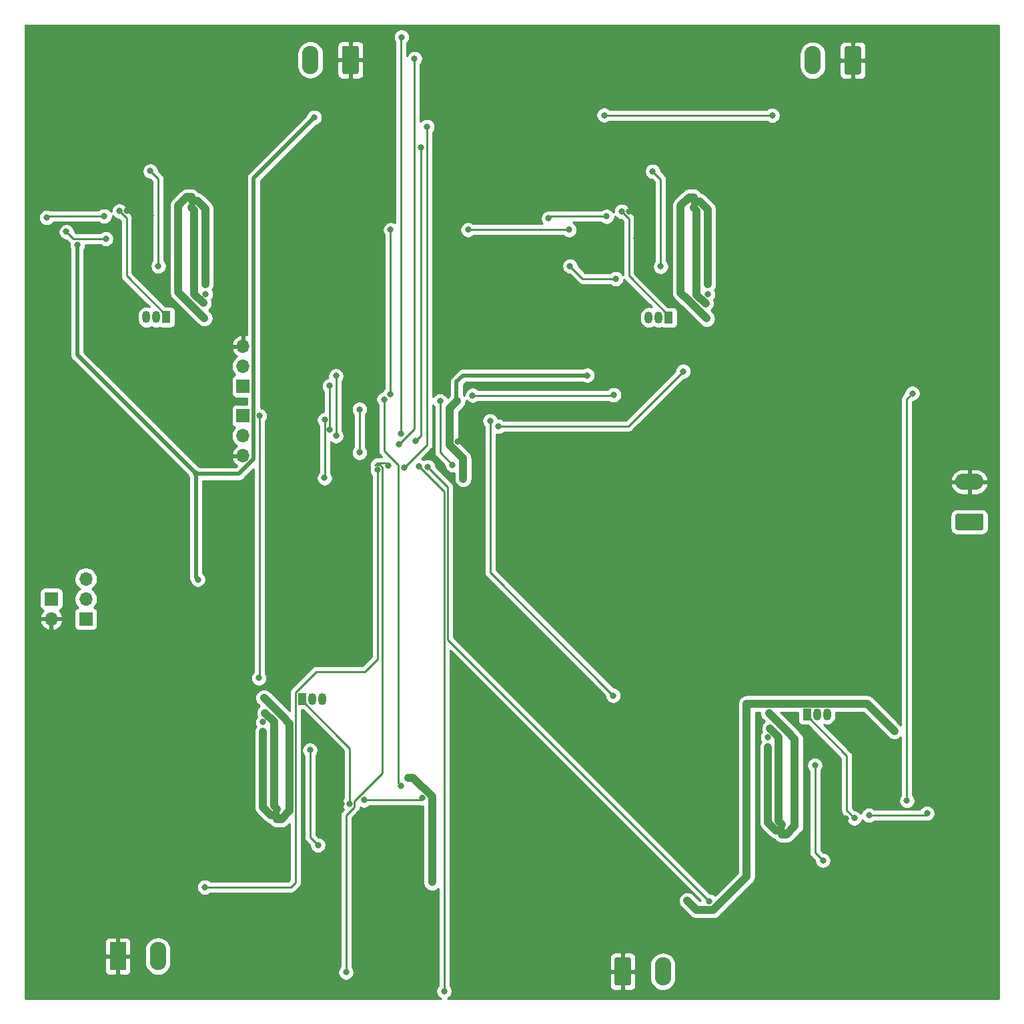
<source format=gbr>
G04 #@! TF.GenerationSoftware,KiCad,Pcbnew,(5.1.10)-1*
G04 #@! TF.CreationDate,2021-05-13T19:21:14+02:00*
G04 #@! TF.ProjectId,PEE50_MPPT,50454535-305f-44d5-9050-542e6b696361,rev?*
G04 #@! TF.SameCoordinates,Original*
G04 #@! TF.FileFunction,Copper,L2,Bot*
G04 #@! TF.FilePolarity,Positive*
%FSLAX46Y46*%
G04 Gerber Fmt 4.6, Leading zero omitted, Abs format (unit mm)*
G04 Created by KiCad (PCBNEW (5.1.10)-1) date 2021-05-13 19:21:14*
%MOMM*%
%LPD*%
G01*
G04 APERTURE LIST*
G04 #@! TA.AperFunction,ComponentPad*
%ADD10O,1.700000X1.700000*%
G04 #@! TD*
G04 #@! TA.AperFunction,ComponentPad*
%ADD11R,1.700000X1.700000*%
G04 #@! TD*
G04 #@! TA.AperFunction,ComponentPad*
%ADD12O,2.080000X3.600000*%
G04 #@! TD*
G04 #@! TA.AperFunction,ComponentPad*
%ADD13R,2.080000X3.600000*%
G04 #@! TD*
G04 #@! TA.AperFunction,ComponentPad*
%ADD14R,1.050000X1.500000*%
G04 #@! TD*
G04 #@! TA.AperFunction,ComponentPad*
%ADD15O,1.050000X1.500000*%
G04 #@! TD*
G04 #@! TA.AperFunction,ComponentPad*
%ADD16O,3.600000X2.080000*%
G04 #@! TD*
G04 #@! TA.AperFunction,ViaPad*
%ADD17C,0.800000*%
G04 #@! TD*
G04 #@! TA.AperFunction,Conductor*
%ADD18C,0.250000*%
G04 #@! TD*
G04 #@! TA.AperFunction,Conductor*
%ADD19C,0.500000*%
G04 #@! TD*
G04 #@! TA.AperFunction,Conductor*
%ADD20C,1.000000*%
G04 #@! TD*
G04 #@! TA.AperFunction,Conductor*
%ADD21C,0.254000*%
G04 #@! TD*
G04 #@! TA.AperFunction,Conductor*
%ADD22C,0.100000*%
G04 #@! TD*
G04 APERTURE END LIST*
D10*
X53340000Y-96456500D03*
X53340000Y-98996500D03*
D11*
X53340000Y-101536500D03*
D12*
X42545000Y-173863000D03*
D13*
X37465000Y-173863000D03*
D14*
X60833000Y-141224000D03*
D15*
X63373000Y-141224000D03*
X62103000Y-141224000D03*
D16*
X145542000Y-113665000D03*
G04 #@! TA.AperFunction,ComponentPad*
G36*
G01*
X147092001Y-119785000D02*
X143991999Y-119785000D01*
G75*
G02*
X143742000Y-119535001I0J249999D01*
G01*
X143742000Y-117954999D01*
G75*
G02*
X143991999Y-117705000I249999J0D01*
G01*
X147092001Y-117705000D01*
G75*
G02*
X147342000Y-117954999I0J-249999D01*
G01*
X147342000Y-119535001D01*
G75*
G02*
X147092001Y-119785000I-249999J0D01*
G01*
G37*
G04 #@! TD.AperFunction*
D10*
X29019500Y-131064000D03*
D11*
X29019500Y-128524000D03*
X53340000Y-105283000D03*
D10*
X53340000Y-107823000D03*
X53340000Y-110363000D03*
G04 #@! TA.AperFunction,ComponentPad*
G36*
G01*
X100509201Y-177352200D02*
X100509201Y-174252198D01*
G75*
G02*
X100759200Y-174002199I249999J0D01*
G01*
X102339202Y-174002199D01*
G75*
G02*
X102589201Y-174252198I0J-249999D01*
G01*
X102589201Y-177352200D01*
G75*
G02*
X102339202Y-177602199I-249999J0D01*
G01*
X100759200Y-177602199D01*
G75*
G02*
X100509201Y-177352200I0J249999D01*
G01*
G37*
G04 #@! TD.AperFunction*
D12*
X106629201Y-175802199D03*
D11*
X33401000Y-131064000D03*
D10*
X33401000Y-128524000D03*
X33401000Y-125984000D03*
D15*
X126187201Y-143163199D03*
X127457201Y-143163199D03*
D14*
X124917201Y-143163199D03*
D12*
X61899799Y-60121801D03*
G04 #@! TA.AperFunction,ComponentPad*
G36*
G01*
X68019799Y-58571800D02*
X68019799Y-61671802D01*
G75*
G02*
X67769800Y-61921801I-249999J0D01*
G01*
X66189798Y-61921801D01*
G75*
G02*
X65939799Y-61671802I0J249999D01*
G01*
X65939799Y-58571800D01*
G75*
G02*
X66189798Y-58321801I249999J0D01*
G01*
X67769800Y-58321801D01*
G75*
G02*
X68019799Y-58571800I0J-249999D01*
G01*
G37*
G04 #@! TD.AperFunction*
G04 #@! TA.AperFunction,ComponentPad*
G36*
G01*
X131773799Y-58613800D02*
X131773799Y-61713802D01*
G75*
G02*
X131523800Y-61963801I-249999J0D01*
G01*
X129943798Y-61963801D01*
G75*
G02*
X129693799Y-61713802I0J249999D01*
G01*
X129693799Y-58613800D01*
G75*
G02*
X129943798Y-58363801I249999J0D01*
G01*
X131523800Y-58363801D01*
G75*
G02*
X131773799Y-58613800I0J-249999D01*
G01*
G37*
G04 #@! TD.AperFunction*
X125653799Y-60163801D03*
D14*
X43611799Y-92760801D03*
D15*
X41071799Y-92760801D03*
X42341799Y-92760801D03*
X106095799Y-92802801D03*
X104825799Y-92802801D03*
D14*
X107365799Y-92802801D03*
D17*
X67818000Y-157861000D03*
X65849500Y-154495500D03*
X131902201Y-159800199D03*
X36626799Y-76123801D03*
X100380799Y-76165801D03*
X131902201Y-159800199D03*
X84074000Y-104521000D03*
X131064000Y-162433000D03*
X36131500Y-88011000D03*
X38573285Y-79276785D03*
X41671799Y-79819500D03*
X36449000Y-127762000D03*
X36385500Y-128841500D03*
X58229500Y-109982000D03*
X62158499Y-107814999D03*
X80581500Y-108521500D03*
X42354500Y-130873500D03*
X134810500Y-146367500D03*
X41211500Y-85725000D03*
X103314500Y-82740500D03*
X104838500Y-82677000D03*
X100711000Y-82740500D03*
X129862200Y-156395800D03*
X102316535Y-79329535D03*
X47371000Y-112649000D03*
X47625000Y-126047500D03*
X62387937Y-67402302D03*
X32308799Y-83616799D03*
X80518000Y-103404500D03*
X77343000Y-164465000D03*
X136017000Y-145288000D03*
X109728000Y-166814500D03*
X81280000Y-113284000D03*
X100647500Y-87884000D03*
X94837789Y-86280811D03*
X74358500Y-151193500D03*
X97028000Y-100139500D03*
X46799500Y-77533500D03*
X46777452Y-78800148D03*
X48310799Y-90982801D03*
X48564799Y-89839801D03*
X48437799Y-92887801D03*
X48437799Y-92887801D03*
X48437799Y-92887801D03*
X48437799Y-92887801D03*
X48437799Y-92887801D03*
X47421799Y-91871801D03*
X47177451Y-89849453D03*
X48564799Y-88569801D03*
X46151799Y-90601801D03*
X110553500Y-77597000D03*
X110531452Y-78842148D03*
X112064799Y-91024801D03*
X112318799Y-89881801D03*
X112191799Y-92929801D03*
X112191799Y-92929801D03*
X112191799Y-92929801D03*
X112191799Y-92929801D03*
X112191799Y-92929801D03*
X111175799Y-91913801D03*
X110931451Y-89891453D03*
X112318799Y-88611801D03*
X109905799Y-90643801D03*
X121742201Y-158425699D03*
X121751548Y-157123852D03*
X120218201Y-144941199D03*
X119964201Y-146084199D03*
X120091201Y-143036199D03*
X120091201Y-143036199D03*
X120091201Y-143036199D03*
X120091201Y-143036199D03*
X120091201Y-143036199D03*
X121107201Y-144052199D03*
X121351549Y-146074547D03*
X119964201Y-147354199D03*
X122377201Y-145322199D03*
X121742201Y-158425699D03*
X121751548Y-157123852D03*
X120218201Y-144941199D03*
X119964201Y-146084199D03*
X120091201Y-143036199D03*
X120091201Y-143036199D03*
X120091201Y-143036199D03*
X120091201Y-143036199D03*
X120091201Y-143036199D03*
X121107201Y-144052199D03*
X121351549Y-146074547D03*
X119964201Y-147354199D03*
X122377201Y-145322199D03*
X66421000Y-175895000D03*
X71818500Y-111633000D03*
X55435500Y-105283000D03*
X55372000Y-138557000D03*
X78359000Y-103404500D03*
X79946500Y-111506000D03*
X105333799Y-74260801D03*
X106349799Y-86325801D03*
X68135500Y-109939999D03*
X68135500Y-104457500D03*
X63700500Y-105791000D03*
X63690500Y-113157000D03*
X70424058Y-112143558D03*
X48514000Y-165100000D03*
X71247000Y-103187500D03*
X73406000Y-152209500D03*
X57658000Y-156486500D03*
X57667347Y-155184653D03*
X56134000Y-143002000D03*
X55880000Y-144145000D03*
X56007000Y-141097000D03*
X56007000Y-141097000D03*
X56007000Y-141097000D03*
X56007000Y-141097000D03*
X56007000Y-141097000D03*
X57023000Y-142113000D03*
X57267348Y-144135348D03*
X55880000Y-145415000D03*
X58293000Y-143383000D03*
X68707000Y-154051000D03*
X76073000Y-153797000D03*
X132791201Y-155990199D03*
X35737799Y-79933801D03*
X99491799Y-79975801D03*
X132791201Y-155990199D03*
X28435300Y-80124300D03*
X140157201Y-155736199D03*
X92125799Y-80229801D03*
X64325500Y-101473000D03*
X64325500Y-107061000D03*
X65151000Y-100203000D03*
X65151000Y-107823000D03*
X66865500Y-154495500D03*
X37642799Y-79298801D03*
X101396799Y-79340801D03*
X130937000Y-156350450D03*
X62865000Y-159766000D03*
X61849000Y-147701000D03*
X41579799Y-74218801D03*
X42595799Y-86283801D03*
X126949201Y-161705199D03*
X125933201Y-149640199D03*
X126949201Y-161705199D03*
X125933201Y-149640199D03*
X84709000Y-105918000D03*
X100330000Y-140779500D03*
X85788500Y-106616500D03*
X109220000Y-99631500D03*
X82486500Y-102679500D03*
X100393500Y-102616000D03*
X138303000Y-102425500D03*
X137604500Y-154114500D03*
X35941000Y-82804000D03*
X30924500Y-81915000D03*
X72015223Y-102547314D03*
X72072500Y-81661000D03*
X81915000Y-81661000D03*
X94742000Y-81661000D03*
X73152000Y-108902500D03*
X75120500Y-59944000D03*
X73787000Y-111887000D03*
X76708000Y-68580000D03*
X99187000Y-67119500D03*
X120522569Y-67136589D03*
X73374854Y-107539998D03*
X73469500Y-57213500D03*
X75247500Y-108458000D03*
X75946000Y-71183500D03*
X75692000Y-111696500D03*
X78867000Y-178308000D03*
X76793002Y-111772196D03*
X112522000Y-166878000D03*
D18*
X80581500Y-108521500D02*
X81661000Y-108521500D01*
X81661000Y-108521500D02*
X81851500Y-108331000D01*
X102422533Y-79223536D02*
X103148464Y-79223536D01*
X103148464Y-79223536D02*
X103314500Y-79057500D01*
X102422533Y-79223536D02*
X103314500Y-80115503D01*
X103314500Y-80115503D02*
X103314500Y-82105500D01*
X102316535Y-79329535D02*
X102534465Y-79329535D01*
X102534465Y-79329535D02*
X102870000Y-78994000D01*
D19*
X47371000Y-125793500D02*
X47625000Y-126047500D01*
X47371000Y-112649000D02*
X47371000Y-125793500D01*
X52830002Y-112649000D02*
X47371000Y-112649000D01*
X54685499Y-110793503D02*
X52830002Y-112649000D01*
X54685499Y-75104740D02*
X54685499Y-110793503D01*
X62387937Y-67402302D02*
X54685499Y-75104740D01*
X47371000Y-112649000D02*
X32308799Y-97586799D01*
X32308799Y-97586799D02*
X32308799Y-83616799D01*
D20*
X77343000Y-153586998D02*
X74949502Y-151193500D01*
X74949502Y-151193500D02*
X74358500Y-151193500D01*
X77343000Y-164465000D02*
X77343000Y-153586998D01*
X132542198Y-141813198D02*
X117266802Y-141813198D01*
X136017000Y-145288000D02*
X132542198Y-141813198D01*
X110891501Y-167978001D02*
X109728000Y-166814500D01*
X113050001Y-167978001D02*
X110891501Y-167978001D01*
X117266802Y-163761200D02*
X113050001Y-167978001D01*
X117266802Y-141813198D02*
X117266802Y-163761200D01*
X81280000Y-110700002D02*
X81280000Y-113284000D01*
X79581499Y-109001501D02*
X81280000Y-110700002D01*
X79581499Y-104341001D02*
X79581499Y-109001501D01*
X80518000Y-103404500D02*
X79581499Y-104341001D01*
D18*
X96440978Y-87884000D02*
X94837789Y-86280811D01*
X100647500Y-87884000D02*
X96440978Y-87884000D01*
D20*
X74358500Y-151193500D02*
X74358500Y-151193500D01*
D19*
X80454500Y-100965000D02*
X80454500Y-103341000D01*
X80454500Y-103341000D02*
X80518000Y-103404500D01*
X97028000Y-100139500D02*
X81280000Y-100139500D01*
X80454500Y-100965000D02*
X81280000Y-100139500D01*
D20*
X47177451Y-79200147D02*
X47177451Y-89849453D01*
X46777452Y-78800148D02*
X47177451Y-79200147D01*
X47177451Y-89849453D02*
X48310799Y-90982801D01*
X46913799Y-78028801D02*
X47548799Y-78028801D01*
X47548799Y-78028801D02*
X48564799Y-79044801D01*
X48564799Y-79044801D02*
X48564799Y-88569801D01*
X46221114Y-77498301D02*
X46786799Y-77498301D01*
X45151798Y-78567617D02*
X46221114Y-77498301D01*
X48437799Y-92887801D02*
X48437799Y-92887801D01*
X45151798Y-89601800D02*
X45151798Y-78567617D01*
X48437799Y-92887801D02*
X47421799Y-91871801D01*
X48437799Y-92887801D02*
X48437799Y-92887801D01*
X48437799Y-92887801D02*
X48437799Y-92887801D01*
X48437799Y-92887801D02*
X48437799Y-92887801D01*
X48437799Y-92887801D02*
X48437799Y-92887801D01*
X47421799Y-91871801D02*
X46151799Y-90601801D01*
X47177451Y-89849453D02*
X47177451Y-89849453D01*
X46151799Y-90601801D02*
X45151798Y-89601800D01*
X110931451Y-79242147D02*
X110931451Y-89891453D01*
X110531452Y-78842148D02*
X110931451Y-79242147D01*
X110931451Y-89891453D02*
X112064799Y-91024801D01*
X110667799Y-78070801D02*
X111302799Y-78070801D01*
X111302799Y-78070801D02*
X112318799Y-79086801D01*
X112318799Y-79086801D02*
X112318799Y-88611801D01*
X109975114Y-77540301D02*
X110540799Y-77540301D01*
X108905798Y-78609617D02*
X109975114Y-77540301D01*
X112191799Y-92929801D02*
X112191799Y-92929801D01*
X108905798Y-89643800D02*
X108905798Y-78609617D01*
X112191799Y-92929801D02*
X111175799Y-91913801D01*
X112191799Y-92929801D02*
X112191799Y-92929801D01*
X112191799Y-92929801D02*
X112191799Y-92929801D01*
X112191799Y-92929801D02*
X112191799Y-92929801D01*
X112191799Y-92929801D02*
X112191799Y-92929801D01*
X111175799Y-91913801D02*
X109905799Y-90643801D01*
X110931451Y-89891453D02*
X110931451Y-89891453D01*
X109905799Y-90643801D02*
X108905798Y-89643800D01*
X121351549Y-156723853D02*
X121351549Y-146074547D01*
X121751548Y-157123852D02*
X121351549Y-156723853D01*
X121351549Y-146074547D02*
X120218201Y-144941199D01*
X121615201Y-157895199D02*
X120980201Y-157895199D01*
X120980201Y-157895199D02*
X119964201Y-156879199D01*
X119964201Y-156879199D02*
X119964201Y-147354199D01*
X122307886Y-158425699D02*
X121742201Y-158425699D01*
X123377202Y-157356383D02*
X122307886Y-158425699D01*
X120091201Y-143036199D02*
X120091201Y-143036199D01*
X123377202Y-146322200D02*
X123377202Y-157356383D01*
X120091201Y-143036199D02*
X121107201Y-144052199D01*
X120091201Y-143036199D02*
X120091201Y-143036199D01*
X120091201Y-143036199D02*
X120091201Y-143036199D01*
X120091201Y-143036199D02*
X120091201Y-143036199D01*
X120091201Y-143036199D02*
X120091201Y-143036199D01*
X121107201Y-144052199D02*
X122377201Y-145322199D01*
X121351549Y-146074547D02*
X121351549Y-146074547D01*
X122377201Y-145322199D02*
X123377202Y-146322200D01*
X121351549Y-156723853D02*
X121351549Y-146074547D01*
X121751548Y-157123852D02*
X121351549Y-156723853D01*
X121351549Y-146074547D02*
X120218201Y-144941199D01*
X121615201Y-157895199D02*
X120980201Y-157895199D01*
X120980201Y-157895199D02*
X119964201Y-156879199D01*
X119964201Y-156879199D02*
X119964201Y-147354199D01*
X122307886Y-158425699D02*
X121742201Y-158425699D01*
X123377202Y-157356383D02*
X122307886Y-158425699D01*
X120091201Y-143036199D02*
X120091201Y-143036199D01*
X123377202Y-146322200D02*
X123377202Y-157356383D01*
X120091201Y-143036199D02*
X121107201Y-144052199D01*
X120091201Y-143036199D02*
X120091201Y-143036199D01*
X120091201Y-143036199D02*
X120091201Y-143036199D01*
X120091201Y-143036199D02*
X120091201Y-143036199D01*
X120091201Y-143036199D02*
X120091201Y-143036199D01*
X121107201Y-144052199D02*
X122377201Y-145322199D01*
X121351549Y-146074547D02*
X121351549Y-146074547D01*
X122377201Y-145322199D02*
X123377202Y-146322200D01*
D18*
X66421000Y-155992002D02*
X66421000Y-175895000D01*
X71049059Y-150636941D02*
X67490501Y-154195499D01*
X71049059Y-111843557D02*
X71049059Y-150636941D01*
X70724059Y-111518557D02*
X71049059Y-111843557D01*
X70124057Y-111518557D02*
X70724059Y-111518557D01*
X67490501Y-154922501D02*
X67264501Y-155148501D01*
X71418501Y-111233001D02*
X70409613Y-111233001D01*
X67490501Y-154195499D02*
X67490501Y-154922501D01*
X67264501Y-155148501D02*
X66421000Y-155992002D01*
X70409613Y-111233001D02*
X70124057Y-111518557D01*
X71818500Y-111633000D02*
X71418501Y-111233001D01*
X67427001Y-154986001D02*
X67264501Y-155148501D01*
X55435500Y-138493500D02*
X55372000Y-138557000D01*
X55435500Y-105283000D02*
X55435500Y-138493500D01*
X78359000Y-109918500D02*
X79946500Y-111506000D01*
X78359000Y-103404500D02*
X78359000Y-109918500D01*
X106349799Y-75276801D02*
X105333799Y-74260801D01*
X106349799Y-86325801D02*
X106349799Y-75276801D01*
X68135500Y-109939999D02*
X68135500Y-104457500D01*
X63700500Y-113147000D02*
X63690500Y-113157000D01*
X63700500Y-105791000D02*
X63700500Y-113147000D01*
X60018011Y-164517989D02*
X59436000Y-165100000D01*
X62645498Y-137731500D02*
X60018011Y-140358987D01*
X68834000Y-137731500D02*
X62645498Y-137731500D01*
X70424058Y-136141442D02*
X68834000Y-137731500D01*
X59436000Y-165100000D02*
X48514000Y-165100000D01*
X60018011Y-140358987D02*
X60018011Y-164517989D01*
X70424058Y-112143558D02*
X70424058Y-136141442D01*
X73061999Y-151865499D02*
X73406000Y-152209500D01*
X73061999Y-111538999D02*
X73061999Y-151865499D01*
X71247000Y-109724000D02*
X73061999Y-111538999D01*
X71247000Y-103187500D02*
X71247000Y-109724000D01*
D20*
X57267348Y-154784654D02*
X57267348Y-144135348D01*
X57667347Y-155184653D02*
X57267348Y-154784654D01*
X57267348Y-144135348D02*
X56134000Y-143002000D01*
X57531000Y-155956000D02*
X56896000Y-155956000D01*
X56896000Y-155956000D02*
X55880000Y-154940000D01*
X55880000Y-154940000D02*
X55880000Y-145415000D01*
X58223685Y-156486500D02*
X57658000Y-156486500D01*
X59293001Y-155417184D02*
X58223685Y-156486500D01*
X56007000Y-141097000D02*
X56007000Y-141097000D01*
X59293001Y-144383001D02*
X59293001Y-155417184D01*
X56007000Y-141097000D02*
X57023000Y-142113000D01*
X56007000Y-141097000D02*
X56007000Y-141097000D01*
X56007000Y-141097000D02*
X56007000Y-141097000D01*
X56007000Y-141097000D02*
X56007000Y-141097000D01*
X56007000Y-141097000D02*
X56007000Y-141097000D01*
X57023000Y-142113000D02*
X58293000Y-143383000D01*
X57267348Y-144135348D02*
X57267348Y-144135348D01*
X58293000Y-143383000D02*
X59293001Y-144383001D01*
D18*
X68707000Y-154051000D02*
X75819000Y-154051000D01*
X75819000Y-154051000D02*
X76073000Y-153797000D01*
X132791201Y-155990199D02*
X139903201Y-155990199D01*
X139903201Y-155990199D02*
X140157201Y-155736199D01*
X35737799Y-79933801D02*
X28625799Y-79933801D01*
X28625799Y-79933801D02*
X28435300Y-80124300D01*
X99491799Y-79975801D02*
X92379799Y-79975801D01*
X92379799Y-79975801D02*
X92125799Y-80229801D01*
X132791201Y-155990199D02*
X139903201Y-155990199D01*
X139903201Y-155990199D02*
X140157201Y-155736199D01*
X28435300Y-80124300D02*
X28371799Y-80187801D01*
X140157201Y-155736199D02*
X140157201Y-155736199D01*
X64325500Y-101473000D02*
X64325500Y-107061000D01*
X65151000Y-100203000D02*
X65151000Y-107823000D01*
X60833000Y-141449000D02*
X60833000Y-141097000D01*
X66865500Y-147481500D02*
X65768750Y-146384750D01*
X66865500Y-154495500D02*
X66865500Y-147481500D01*
X65768750Y-146384750D02*
X60833000Y-141449000D01*
X65894001Y-146510001D02*
X65768750Y-146384750D01*
X38550798Y-87474800D02*
X43611799Y-92535801D01*
X43611799Y-92535801D02*
X43611799Y-92887801D01*
X38550798Y-80206800D02*
X37642799Y-79298801D01*
X38550798Y-81711801D02*
X38550798Y-80206800D01*
X38550798Y-81711801D02*
X38550798Y-87474800D01*
X102304798Y-87516800D02*
X107365799Y-92577801D01*
X107365799Y-92577801D02*
X107365799Y-92929801D01*
X102304798Y-80248800D02*
X101396799Y-79340801D01*
X102304798Y-81753801D02*
X102304798Y-80248800D01*
X102304798Y-81753801D02*
X102304798Y-87516800D01*
X129978202Y-148449200D02*
X124917201Y-143388199D01*
X124917201Y-143388199D02*
X124917201Y-143036199D01*
X129978202Y-154212199D02*
X129978202Y-148449200D01*
X129978202Y-148449200D02*
X124917201Y-143388199D01*
X124917201Y-143388199D02*
X124917201Y-143036199D01*
X129978202Y-154212199D02*
X129978202Y-148449200D01*
X129978202Y-155378202D02*
X129978202Y-155009798D01*
X130937000Y-156337000D02*
X129978202Y-155378202D01*
X129978202Y-154212199D02*
X129978202Y-155009798D01*
X61849000Y-158750000D02*
X62865000Y-159766000D01*
X61849000Y-147701000D02*
X61849000Y-158750000D01*
X42595799Y-75234801D02*
X41579799Y-74218801D01*
X42595799Y-86283801D02*
X42595799Y-75234801D01*
X125933201Y-160689199D02*
X126949201Y-161705199D01*
X125933201Y-149640199D02*
X125933201Y-160689199D01*
X125933201Y-160689199D02*
X126949201Y-161705199D01*
X125933201Y-149640199D02*
X125933201Y-160689199D01*
X84709000Y-105918000D02*
X84709000Y-125158500D01*
X84709000Y-125158500D02*
X100330000Y-140779500D01*
X102235000Y-106616500D02*
X109220000Y-99631500D01*
X85788500Y-106616500D02*
X102235000Y-106616500D01*
X100330000Y-102679500D02*
X100393500Y-102616000D01*
X82486500Y-102679500D02*
X100330000Y-102679500D01*
X137604500Y-103124000D02*
X137604500Y-154114500D01*
X138303000Y-102425500D02*
X137604500Y-103124000D01*
X31813500Y-82804000D02*
X30924500Y-81915000D01*
X35941000Y-82804000D02*
X31813500Y-82804000D01*
X72015223Y-81718277D02*
X72072500Y-81661000D01*
X72015223Y-102547314D02*
X72015223Y-81718277D01*
X81915000Y-81661000D02*
X94742000Y-81661000D01*
X75120500Y-106934000D02*
X75120500Y-59944000D01*
X73152000Y-108902500D02*
X75120500Y-106934000D01*
X73787000Y-111887000D02*
X76708000Y-108966000D01*
X76708000Y-108966000D02*
X76708000Y-68580000D01*
X120505480Y-67119500D02*
X120522569Y-67136589D01*
X99187000Y-67119500D02*
X120505480Y-67119500D01*
X73374854Y-57308146D02*
X73469500Y-57213500D01*
X73374854Y-107539998D02*
X73374854Y-57308146D01*
X75247500Y-108458000D02*
X75946000Y-107759500D01*
X75946000Y-107759500D02*
X75946000Y-71183500D01*
X78867000Y-114871500D02*
X78867000Y-178308000D01*
X75692000Y-111696500D02*
X78867000Y-114871500D01*
X79317010Y-114296204D02*
X76793002Y-111772196D01*
X79317010Y-133673010D02*
X79317010Y-114296204D01*
X112522000Y-166878000D02*
X79317010Y-133673010D01*
D21*
X149277000Y-179249000D02*
X79299810Y-179249000D01*
X79357256Y-179225205D01*
X79526774Y-179111937D01*
X79670937Y-178967774D01*
X79784205Y-178798256D01*
X79862226Y-178609898D01*
X79902000Y-178409939D01*
X79902000Y-178206061D01*
X79862226Y-178006102D01*
X79784205Y-177817744D01*
X79670937Y-177648226D01*
X79627000Y-177604289D01*
X79627000Y-177602199D01*
X99871129Y-177602199D01*
X99883389Y-177726681D01*
X99919699Y-177846379D01*
X99978664Y-177956693D01*
X100058016Y-178053384D01*
X100154707Y-178132736D01*
X100265021Y-178191701D01*
X100384719Y-178228011D01*
X100509201Y-178240271D01*
X101263451Y-178237199D01*
X101422201Y-178078449D01*
X101422201Y-175929199D01*
X101676201Y-175929199D01*
X101676201Y-178078449D01*
X101834951Y-178237199D01*
X102589201Y-178240271D01*
X102713683Y-178228011D01*
X102833381Y-178191701D01*
X102943695Y-178132736D01*
X103040386Y-178053384D01*
X103119738Y-177956693D01*
X103178703Y-177846379D01*
X103215013Y-177726681D01*
X103227273Y-177602199D01*
X103224201Y-176087949D01*
X103065451Y-175929199D01*
X101676201Y-175929199D01*
X101422201Y-175929199D01*
X100032951Y-175929199D01*
X99874201Y-176087949D01*
X99871129Y-177602199D01*
X79627000Y-177602199D01*
X79627000Y-174002199D01*
X99871129Y-174002199D01*
X99874201Y-175516449D01*
X100032951Y-175675199D01*
X101422201Y-175675199D01*
X101422201Y-173525949D01*
X101676201Y-173525949D01*
X101676201Y-175675199D01*
X103065451Y-175675199D01*
X103224201Y-175516449D01*
X103225330Y-174959918D01*
X104954201Y-174959918D01*
X104954201Y-176644481D01*
X104978437Y-176890556D01*
X105074217Y-177206295D01*
X105229752Y-177497281D01*
X105439068Y-177752333D01*
X105694120Y-177961649D01*
X105985106Y-178117184D01*
X106300845Y-178212963D01*
X106629201Y-178245303D01*
X106957558Y-178212963D01*
X107273297Y-178117184D01*
X107564283Y-177961649D01*
X107819335Y-177752333D01*
X108028651Y-177497281D01*
X108184186Y-177206295D01*
X108279965Y-176890556D01*
X108304201Y-176644481D01*
X108304201Y-174959917D01*
X108279965Y-174713842D01*
X108184186Y-174398103D01*
X108028651Y-174107117D01*
X107819335Y-173852065D01*
X107564282Y-173642749D01*
X107273296Y-173487214D01*
X106957557Y-173391435D01*
X106629201Y-173359095D01*
X106300844Y-173391435D01*
X105985105Y-173487214D01*
X105694119Y-173642749D01*
X105439067Y-173852065D01*
X105229751Y-174107118D01*
X105074216Y-174398104D01*
X104978437Y-174713843D01*
X104954201Y-174959918D01*
X103225330Y-174959918D01*
X103227273Y-174002199D01*
X103215013Y-173877717D01*
X103178703Y-173758019D01*
X103119738Y-173647705D01*
X103040386Y-173551014D01*
X102943695Y-173471662D01*
X102833381Y-173412697D01*
X102713683Y-173376387D01*
X102589201Y-173364127D01*
X101834951Y-173367199D01*
X101676201Y-173525949D01*
X101422201Y-173525949D01*
X101263451Y-173367199D01*
X100509201Y-173364127D01*
X100384719Y-173376387D01*
X100265021Y-173412697D01*
X100154707Y-173471662D01*
X100058016Y-173551014D01*
X99978664Y-173647705D01*
X99919699Y-173758019D01*
X99883389Y-173877717D01*
X99871129Y-174002199D01*
X79627000Y-174002199D01*
X79627000Y-135057801D01*
X111412199Y-166843001D01*
X111361633Y-166843001D01*
X110491143Y-165972512D01*
X110361622Y-165866217D01*
X110164446Y-165760824D01*
X109950498Y-165695923D01*
X109728000Y-165674009D01*
X109505502Y-165695923D01*
X109291554Y-165760824D01*
X109094378Y-165866217D01*
X108921552Y-166008052D01*
X108779717Y-166180878D01*
X108674324Y-166378054D01*
X108609423Y-166592002D01*
X108587509Y-166814500D01*
X108609423Y-167036998D01*
X108674324Y-167250946D01*
X108779717Y-167448122D01*
X108886012Y-167577643D01*
X110049509Y-168741141D01*
X110085052Y-168784450D01*
X110257877Y-168926284D01*
X110257878Y-168926285D01*
X110455054Y-169031677D01*
X110669002Y-169096578D01*
X110891501Y-169118492D01*
X110947253Y-169113001D01*
X112994250Y-169113001D01*
X113050001Y-169118492D01*
X113105752Y-169113001D01*
X113105753Y-169113001D01*
X113272500Y-169096578D01*
X113486448Y-169031677D01*
X113683624Y-168926285D01*
X113856450Y-168784450D01*
X113891997Y-168741136D01*
X118029943Y-164603191D01*
X118073251Y-164567649D01*
X118215086Y-164394823D01*
X118320478Y-164197647D01*
X118385379Y-163983699D01*
X118385942Y-163977988D01*
X118395295Y-163883015D01*
X118401802Y-163816952D01*
X118401802Y-163816945D01*
X118407292Y-163761201D01*
X118401802Y-163705457D01*
X118401802Y-142948198D01*
X118959377Y-142948198D01*
X118950710Y-143036199D01*
X118972624Y-143258698D01*
X119037525Y-143472646D01*
X119142917Y-143669822D01*
X119284752Y-143842648D01*
X119328065Y-143878195D01*
X119506700Y-144056830D01*
X119411753Y-144134751D01*
X119269918Y-144307577D01*
X119164525Y-144504753D01*
X119099624Y-144718701D01*
X119077710Y-144941199D01*
X119099624Y-145163697D01*
X119164525Y-145377645D01*
X119179336Y-145405353D01*
X119160264Y-145424425D01*
X119046996Y-145593943D01*
X118968975Y-145782301D01*
X118929201Y-145982260D01*
X118929201Y-146186138D01*
X118968975Y-146386097D01*
X119046996Y-146574455D01*
X119086866Y-146634125D01*
X119015918Y-146720576D01*
X118910526Y-146917752D01*
X118845625Y-147131700D01*
X118829202Y-147298447D01*
X118829201Y-156823447D01*
X118823710Y-156879199D01*
X118833318Y-156976756D01*
X118845624Y-157101697D01*
X118910525Y-157315645D01*
X119015917Y-157512822D01*
X119157752Y-157685648D01*
X119201065Y-157721195D01*
X120138209Y-158658339D01*
X120173752Y-158701648D01*
X120346578Y-158843483D01*
X120450418Y-158898986D01*
X120543754Y-158948875D01*
X120757702Y-159013776D01*
X120770232Y-159015010D01*
X120793917Y-159059322D01*
X120935752Y-159232148D01*
X121108578Y-159373983D01*
X121305754Y-159479375D01*
X121519702Y-159544276D01*
X121686449Y-159560699D01*
X122252135Y-159560699D01*
X122307886Y-159566190D01*
X122363637Y-159560699D01*
X122363638Y-159560699D01*
X122530385Y-159544276D01*
X122744333Y-159479375D01*
X122941509Y-159373983D01*
X123114335Y-159232148D01*
X123149882Y-159188835D01*
X124140342Y-158198375D01*
X124183651Y-158162832D01*
X124325486Y-157990006D01*
X124430878Y-157792830D01*
X124495779Y-157578882D01*
X124512202Y-157412135D01*
X124512202Y-157412128D01*
X124517692Y-157356384D01*
X124512202Y-157300640D01*
X124512202Y-149538260D01*
X124898201Y-149538260D01*
X124898201Y-149742138D01*
X124937975Y-149942097D01*
X125015996Y-150130455D01*
X125129264Y-150299973D01*
X125173201Y-150343910D01*
X125173202Y-160651867D01*
X125169525Y-160689199D01*
X125184199Y-160838184D01*
X125227655Y-160981445D01*
X125298227Y-161113475D01*
X125364474Y-161194196D01*
X125393201Y-161229200D01*
X125422199Y-161252998D01*
X125914201Y-161745001D01*
X125914201Y-161807138D01*
X125953975Y-162007097D01*
X126031996Y-162195455D01*
X126145264Y-162364973D01*
X126289427Y-162509136D01*
X126458945Y-162622404D01*
X126647303Y-162700425D01*
X126847262Y-162740199D01*
X127051140Y-162740199D01*
X127251099Y-162700425D01*
X127439457Y-162622404D01*
X127608975Y-162509136D01*
X127753138Y-162364973D01*
X127866406Y-162195455D01*
X127944427Y-162007097D01*
X127984201Y-161807138D01*
X127984201Y-161603260D01*
X127944427Y-161403301D01*
X127866406Y-161214943D01*
X127753138Y-161045425D01*
X127608975Y-160901262D01*
X127439457Y-160787994D01*
X127251099Y-160709973D01*
X127051140Y-160670199D01*
X126989003Y-160670199D01*
X126693201Y-160374398D01*
X126693201Y-150343910D01*
X126737138Y-150299973D01*
X126850406Y-150130455D01*
X126928427Y-149942097D01*
X126968201Y-149742138D01*
X126968201Y-149538260D01*
X126928427Y-149338301D01*
X126850406Y-149149943D01*
X126737138Y-148980425D01*
X126592975Y-148836262D01*
X126423457Y-148722994D01*
X126235099Y-148644973D01*
X126035140Y-148605199D01*
X125831262Y-148605199D01*
X125631303Y-148644973D01*
X125442945Y-148722994D01*
X125273427Y-148836262D01*
X125129264Y-148980425D01*
X125015996Y-149149943D01*
X124937975Y-149338301D01*
X124898201Y-149538260D01*
X124512202Y-149538260D01*
X124512202Y-146377951D01*
X124517693Y-146322200D01*
X124495779Y-146099701D01*
X124430878Y-145885753D01*
X124396241Y-145820951D01*
X124325486Y-145688577D01*
X124183651Y-145515751D01*
X124140342Y-145480208D01*
X123219193Y-144559060D01*
X123219189Y-144559055D01*
X121949193Y-143289060D01*
X121949189Y-143289055D01*
X121608332Y-142948198D01*
X123754129Y-142948198D01*
X123754129Y-143913199D01*
X123766389Y-144037681D01*
X123802699Y-144157379D01*
X123861664Y-144267693D01*
X123941016Y-144364384D01*
X124037707Y-144443736D01*
X124148021Y-144502701D01*
X124267719Y-144539011D01*
X124392201Y-144551271D01*
X125005472Y-144551271D01*
X129218203Y-148764003D01*
X129218202Y-154174866D01*
X129218202Y-155340880D01*
X129214526Y-155378202D01*
X129218202Y-155415524D01*
X129218202Y-155415534D01*
X129229199Y-155527187D01*
X129269336Y-155659504D01*
X129272656Y-155670448D01*
X129343228Y-155802478D01*
X129375018Y-155841214D01*
X129438201Y-155918203D01*
X129467204Y-155942006D01*
X129902000Y-156376801D01*
X129902000Y-156452389D01*
X129941774Y-156652348D01*
X130019795Y-156840706D01*
X130133063Y-157010224D01*
X130277226Y-157154387D01*
X130446744Y-157267655D01*
X130635102Y-157345676D01*
X130835061Y-157385450D01*
X131038939Y-157385450D01*
X131238898Y-157345676D01*
X131427256Y-157267655D01*
X131596774Y-157154387D01*
X131740937Y-157010224D01*
X131854205Y-156840706D01*
X131932226Y-156652348D01*
X131945216Y-156587043D01*
X131987264Y-156649973D01*
X132131427Y-156794136D01*
X132300945Y-156907404D01*
X132489303Y-156985425D01*
X132689262Y-157025199D01*
X132893140Y-157025199D01*
X133093099Y-156985425D01*
X133281457Y-156907404D01*
X133450975Y-156794136D01*
X133494912Y-156750199D01*
X139865879Y-156750199D01*
X139903201Y-156753875D01*
X139940523Y-156750199D01*
X139940534Y-156750199D01*
X139946656Y-156749596D01*
X140055262Y-156771199D01*
X140259140Y-156771199D01*
X140459099Y-156731425D01*
X140647457Y-156653404D01*
X140816975Y-156540136D01*
X140961138Y-156395973D01*
X141074406Y-156226455D01*
X141152427Y-156038097D01*
X141192201Y-155838138D01*
X141192201Y-155634260D01*
X141152427Y-155434301D01*
X141074406Y-155245943D01*
X140961138Y-155076425D01*
X140816975Y-154932262D01*
X140647457Y-154818994D01*
X140459099Y-154740973D01*
X140259140Y-154701199D01*
X140055262Y-154701199D01*
X139855303Y-154740973D01*
X139666945Y-154818994D01*
X139497427Y-154932262D01*
X139353264Y-155076425D01*
X139250516Y-155230199D01*
X133494912Y-155230199D01*
X133450975Y-155186262D01*
X133281457Y-155072994D01*
X133093099Y-154994973D01*
X132893140Y-154955199D01*
X132689262Y-154955199D01*
X132489303Y-154994973D01*
X132300945Y-155072994D01*
X132131427Y-155186262D01*
X131987264Y-155330425D01*
X131873996Y-155499943D01*
X131795975Y-155688301D01*
X131782985Y-155753606D01*
X131740937Y-155690676D01*
X131596774Y-155546513D01*
X131427256Y-155433245D01*
X131238898Y-155355224D01*
X131038939Y-155315450D01*
X130990251Y-155315450D01*
X130738202Y-155063401D01*
X130738202Y-148486522D01*
X130741878Y-148449199D01*
X130738202Y-148411876D01*
X130738202Y-148411867D01*
X130727205Y-148300214D01*
X130683748Y-148156953D01*
X130613176Y-148024924D01*
X130518203Y-147909199D01*
X130489205Y-147885401D01*
X127094032Y-144490228D01*
X127229802Y-144531414D01*
X127457201Y-144553811D01*
X127684601Y-144531414D01*
X127903261Y-144465084D01*
X128104780Y-144357370D01*
X128281413Y-144212411D01*
X128426372Y-144035778D01*
X128534086Y-143834258D01*
X128600416Y-143615598D01*
X128617201Y-143445177D01*
X128617201Y-142948198D01*
X132072067Y-142948198D01*
X135253856Y-146129988D01*
X135383377Y-146236283D01*
X135580553Y-146341675D01*
X135794500Y-146406577D01*
X136016999Y-146428491D01*
X136239498Y-146406577D01*
X136453446Y-146341675D01*
X136650622Y-146236283D01*
X136823448Y-146094448D01*
X136844501Y-146068795D01*
X136844501Y-153410788D01*
X136800563Y-153454726D01*
X136687295Y-153624244D01*
X136609274Y-153812602D01*
X136569500Y-154012561D01*
X136569500Y-154216439D01*
X136609274Y-154416398D01*
X136687295Y-154604756D01*
X136800563Y-154774274D01*
X136944726Y-154918437D01*
X137114244Y-155031705D01*
X137302602Y-155109726D01*
X137502561Y-155149500D01*
X137706439Y-155149500D01*
X137906398Y-155109726D01*
X138094756Y-155031705D01*
X138264274Y-154918437D01*
X138408437Y-154774274D01*
X138521705Y-154604756D01*
X138599726Y-154416398D01*
X138639500Y-154216439D01*
X138639500Y-154012561D01*
X138599726Y-153812602D01*
X138521705Y-153624244D01*
X138408437Y-153454726D01*
X138364500Y-153410789D01*
X138364500Y-117954999D01*
X143103928Y-117954999D01*
X143103928Y-119535001D01*
X143120992Y-119708255D01*
X143171528Y-119874851D01*
X143253595Y-120028387D01*
X143364038Y-120162962D01*
X143498613Y-120273405D01*
X143652149Y-120355472D01*
X143818745Y-120406008D01*
X143991999Y-120423072D01*
X147092001Y-120423072D01*
X147265255Y-120406008D01*
X147431851Y-120355472D01*
X147585387Y-120273405D01*
X147719962Y-120162962D01*
X147830405Y-120028387D01*
X147912472Y-119874851D01*
X147963008Y-119708255D01*
X147980072Y-119535001D01*
X147980072Y-117954999D01*
X147963008Y-117781745D01*
X147912472Y-117615149D01*
X147830405Y-117461613D01*
X147719962Y-117327038D01*
X147585387Y-117216595D01*
X147431851Y-117134528D01*
X147265255Y-117083992D01*
X147092001Y-117066928D01*
X143991999Y-117066928D01*
X143818745Y-117083992D01*
X143652149Y-117134528D01*
X143498613Y-117216595D01*
X143364038Y-117327038D01*
X143253595Y-117461613D01*
X143171528Y-117615149D01*
X143120992Y-117781745D01*
X143103928Y-117954999D01*
X138364500Y-117954999D01*
X138364500Y-114051710D01*
X143152252Y-114051710D01*
X143185901Y-114188663D01*
X143318731Y-114489984D01*
X143507794Y-114759602D01*
X143745824Y-114987155D01*
X144023673Y-115163898D01*
X144330664Y-115283039D01*
X144655000Y-115340000D01*
X145415000Y-115340000D01*
X145415000Y-113792000D01*
X145669000Y-113792000D01*
X145669000Y-115340000D01*
X146429000Y-115340000D01*
X146753336Y-115283039D01*
X147060327Y-115163898D01*
X147338176Y-114987155D01*
X147576206Y-114759602D01*
X147765269Y-114489984D01*
X147898099Y-114188663D01*
X147931748Y-114051710D01*
X147812922Y-113792000D01*
X145669000Y-113792000D01*
X145415000Y-113792000D01*
X143271078Y-113792000D01*
X143152252Y-114051710D01*
X138364500Y-114051710D01*
X138364500Y-113278290D01*
X143152252Y-113278290D01*
X143271078Y-113538000D01*
X145415000Y-113538000D01*
X145415000Y-111990000D01*
X145669000Y-111990000D01*
X145669000Y-113538000D01*
X147812922Y-113538000D01*
X147931748Y-113278290D01*
X147898099Y-113141337D01*
X147765269Y-112840016D01*
X147576206Y-112570398D01*
X147338176Y-112342845D01*
X147060327Y-112166102D01*
X146753336Y-112046961D01*
X146429000Y-111990000D01*
X145669000Y-111990000D01*
X145415000Y-111990000D01*
X144655000Y-111990000D01*
X144330664Y-112046961D01*
X144023673Y-112166102D01*
X143745824Y-112342845D01*
X143507794Y-112570398D01*
X143318731Y-112840016D01*
X143185901Y-113141337D01*
X143152252Y-113278290D01*
X138364500Y-113278290D01*
X138364500Y-103460500D01*
X138404939Y-103460500D01*
X138604898Y-103420726D01*
X138793256Y-103342705D01*
X138962774Y-103229437D01*
X139106937Y-103085274D01*
X139220205Y-102915756D01*
X139298226Y-102727398D01*
X139338000Y-102527439D01*
X139338000Y-102323561D01*
X139298226Y-102123602D01*
X139220205Y-101935244D01*
X139106937Y-101765726D01*
X138962774Y-101621563D01*
X138793256Y-101508295D01*
X138604898Y-101430274D01*
X138404939Y-101390500D01*
X138201061Y-101390500D01*
X138001102Y-101430274D01*
X137812744Y-101508295D01*
X137643226Y-101621563D01*
X137499063Y-101765726D01*
X137385795Y-101935244D01*
X137307774Y-102123602D01*
X137268000Y-102323561D01*
X137268000Y-102385699D01*
X137093502Y-102560197D01*
X137064499Y-102583999D01*
X137017865Y-102640823D01*
X136969526Y-102699724D01*
X136935584Y-102763225D01*
X136898954Y-102831754D01*
X136855497Y-102975015D01*
X136844500Y-103086668D01*
X136844500Y-103086678D01*
X136840824Y-103124000D01*
X136844500Y-103161322D01*
X136844501Y-144510369D01*
X133384194Y-141050063D01*
X133348647Y-141006749D01*
X133175821Y-140864914D01*
X132978645Y-140759522D01*
X132764697Y-140694621D01*
X132597950Y-140678198D01*
X132597949Y-140678198D01*
X132542198Y-140672707D01*
X132486447Y-140678198D01*
X117322553Y-140678198D01*
X117266802Y-140672707D01*
X117211050Y-140678198D01*
X117044303Y-140694621D01*
X116830355Y-140759522D01*
X116633179Y-140864914D01*
X116460353Y-141006749D01*
X116318518Y-141179575D01*
X116213126Y-141376751D01*
X116148225Y-141590699D01*
X116126311Y-141813198D01*
X116131802Y-141868950D01*
X116131803Y-163291067D01*
X113265291Y-166157580D01*
X113181774Y-166074063D01*
X113012256Y-165960795D01*
X112823898Y-165882774D01*
X112623939Y-165843000D01*
X112561802Y-165843000D01*
X80077010Y-133358209D01*
X80077010Y-114333526D01*
X80080686Y-114296203D01*
X80077010Y-114258880D01*
X80077010Y-114258871D01*
X80066013Y-114147218D01*
X80022556Y-114003957D01*
X79951984Y-113871928D01*
X79857011Y-113756203D01*
X79828013Y-113732405D01*
X77828002Y-111732395D01*
X77828002Y-111670257D01*
X77788228Y-111470298D01*
X77710207Y-111281940D01*
X77596939Y-111112422D01*
X77452776Y-110968259D01*
X77283258Y-110854991D01*
X77094900Y-110776970D01*
X76894941Y-110737196D01*
X76691063Y-110737196D01*
X76491104Y-110776970D01*
X76302746Y-110854991D01*
X76299145Y-110857397D01*
X76182256Y-110779295D01*
X76031820Y-110716982D01*
X77219004Y-109529798D01*
X77248001Y-109506001D01*
X77342974Y-109390276D01*
X77413546Y-109258247D01*
X77457003Y-109114986D01*
X77468000Y-109003333D01*
X77468000Y-109003323D01*
X77471676Y-108966000D01*
X77468000Y-108928677D01*
X77468000Y-103933975D01*
X77555063Y-104064274D01*
X77599000Y-104108211D01*
X77599001Y-109881168D01*
X77595324Y-109918500D01*
X77599001Y-109955833D01*
X77601119Y-109977332D01*
X77609998Y-110067485D01*
X77653454Y-110210746D01*
X77724026Y-110342776D01*
X77795201Y-110429502D01*
X77819000Y-110458501D01*
X77847998Y-110482299D01*
X78911500Y-111545802D01*
X78911500Y-111607939D01*
X78951274Y-111807898D01*
X79029295Y-111996256D01*
X79142563Y-112165774D01*
X79286726Y-112309937D01*
X79456244Y-112423205D01*
X79644602Y-112501226D01*
X79844561Y-112541000D01*
X80048439Y-112541000D01*
X80145001Y-112521793D01*
X80145001Y-113339752D01*
X80161424Y-113506499D01*
X80226325Y-113720447D01*
X80331717Y-113917623D01*
X80473552Y-114090449D01*
X80646378Y-114232284D01*
X80843554Y-114337676D01*
X81057502Y-114402577D01*
X81280000Y-114424491D01*
X81502499Y-114402577D01*
X81716447Y-114337676D01*
X81913623Y-114232284D01*
X82086449Y-114090449D01*
X82228284Y-113917623D01*
X82333676Y-113720447D01*
X82398577Y-113506499D01*
X82415000Y-113339752D01*
X82415000Y-110755753D01*
X82420491Y-110700001D01*
X82398577Y-110477502D01*
X82362621Y-110358974D01*
X82333676Y-110263555D01*
X82228284Y-110066379D01*
X82086449Y-109893553D01*
X82043140Y-109858011D01*
X80716499Y-108531370D01*
X80716499Y-105816061D01*
X83674000Y-105816061D01*
X83674000Y-106019939D01*
X83713774Y-106219898D01*
X83791795Y-106408256D01*
X83905063Y-106577774D01*
X83949000Y-106621711D01*
X83949001Y-125121167D01*
X83945324Y-125158500D01*
X83959998Y-125307485D01*
X84003454Y-125450746D01*
X84074026Y-125582776D01*
X84104584Y-125620010D01*
X84169000Y-125698501D01*
X84197998Y-125722299D01*
X99295000Y-140819302D01*
X99295000Y-140881439D01*
X99334774Y-141081398D01*
X99412795Y-141269756D01*
X99526063Y-141439274D01*
X99670226Y-141583437D01*
X99839744Y-141696705D01*
X100028102Y-141774726D01*
X100228061Y-141814500D01*
X100431939Y-141814500D01*
X100631898Y-141774726D01*
X100820256Y-141696705D01*
X100989774Y-141583437D01*
X101133937Y-141439274D01*
X101247205Y-141269756D01*
X101325226Y-141081398D01*
X101365000Y-140881439D01*
X101365000Y-140677561D01*
X101325226Y-140477602D01*
X101247205Y-140289244D01*
X101133937Y-140119726D01*
X100989774Y-139975563D01*
X100820256Y-139862295D01*
X100631898Y-139784274D01*
X100431939Y-139744500D01*
X100369802Y-139744500D01*
X85469000Y-124843699D01*
X85469000Y-107604435D01*
X85486602Y-107611726D01*
X85686561Y-107651500D01*
X85890439Y-107651500D01*
X86090398Y-107611726D01*
X86278756Y-107533705D01*
X86448274Y-107420437D01*
X86492211Y-107376500D01*
X102197678Y-107376500D01*
X102235000Y-107380176D01*
X102272322Y-107376500D01*
X102272333Y-107376500D01*
X102383986Y-107365503D01*
X102527247Y-107322046D01*
X102659276Y-107251474D01*
X102775001Y-107156501D01*
X102798804Y-107127497D01*
X109259802Y-100666500D01*
X109321939Y-100666500D01*
X109521898Y-100626726D01*
X109710256Y-100548705D01*
X109879774Y-100435437D01*
X110023937Y-100291274D01*
X110137205Y-100121756D01*
X110215226Y-99933398D01*
X110255000Y-99733439D01*
X110255000Y-99529561D01*
X110215226Y-99329602D01*
X110137205Y-99141244D01*
X110023937Y-98971726D01*
X109879774Y-98827563D01*
X109710256Y-98714295D01*
X109521898Y-98636274D01*
X109321939Y-98596500D01*
X109118061Y-98596500D01*
X108918102Y-98636274D01*
X108729744Y-98714295D01*
X108560226Y-98827563D01*
X108416063Y-98971726D01*
X108302795Y-99141244D01*
X108224774Y-99329602D01*
X108185000Y-99529561D01*
X108185000Y-99591698D01*
X101920199Y-105856500D01*
X86492211Y-105856500D01*
X86448274Y-105812563D01*
X86278756Y-105699295D01*
X86090398Y-105621274D01*
X85890439Y-105581500D01*
X85689893Y-105581500D01*
X85626205Y-105427744D01*
X85512937Y-105258226D01*
X85368774Y-105114063D01*
X85199256Y-105000795D01*
X85010898Y-104922774D01*
X84810939Y-104883000D01*
X84607061Y-104883000D01*
X84407102Y-104922774D01*
X84218744Y-105000795D01*
X84049226Y-105114063D01*
X83905063Y-105258226D01*
X83791795Y-105427744D01*
X83713774Y-105616102D01*
X83674000Y-105816061D01*
X80716499Y-105816061D01*
X80716499Y-104811132D01*
X81359988Y-104167644D01*
X81466283Y-104038124D01*
X81571675Y-103840948D01*
X81636576Y-103627000D01*
X81658490Y-103404501D01*
X81646793Y-103285741D01*
X81682563Y-103339274D01*
X81826726Y-103483437D01*
X81996244Y-103596705D01*
X82184602Y-103674726D01*
X82384561Y-103714500D01*
X82588439Y-103714500D01*
X82788398Y-103674726D01*
X82976756Y-103596705D01*
X83146274Y-103483437D01*
X83190211Y-103439500D01*
X99763004Y-103439500D01*
X99903244Y-103533205D01*
X100091602Y-103611226D01*
X100291561Y-103651000D01*
X100495439Y-103651000D01*
X100695398Y-103611226D01*
X100883756Y-103533205D01*
X101053274Y-103419937D01*
X101197437Y-103275774D01*
X101310705Y-103106256D01*
X101388726Y-102917898D01*
X101428500Y-102717939D01*
X101428500Y-102514061D01*
X101388726Y-102314102D01*
X101310705Y-102125744D01*
X101197437Y-101956226D01*
X101053274Y-101812063D01*
X100883756Y-101698795D01*
X100695398Y-101620774D01*
X100495439Y-101581000D01*
X100291561Y-101581000D01*
X100091602Y-101620774D01*
X99903244Y-101698795D01*
X99733726Y-101812063D01*
X99626289Y-101919500D01*
X83190211Y-101919500D01*
X83146274Y-101875563D01*
X82976756Y-101762295D01*
X82788398Y-101684274D01*
X82588439Y-101644500D01*
X82384561Y-101644500D01*
X82184602Y-101684274D01*
X81996244Y-101762295D01*
X81826726Y-101875563D01*
X81682563Y-102019726D01*
X81569295Y-102189244D01*
X81491274Y-102377602D01*
X81451500Y-102577561D01*
X81451500Y-102752865D01*
X81339500Y-102616393D01*
X81339500Y-101331578D01*
X81646579Y-101024500D01*
X96489546Y-101024500D01*
X96537744Y-101056705D01*
X96726102Y-101134726D01*
X96926061Y-101174500D01*
X97129939Y-101174500D01*
X97329898Y-101134726D01*
X97518256Y-101056705D01*
X97687774Y-100943437D01*
X97831937Y-100799274D01*
X97945205Y-100629756D01*
X98023226Y-100441398D01*
X98063000Y-100241439D01*
X98063000Y-100037561D01*
X98023226Y-99837602D01*
X97945205Y-99649244D01*
X97831937Y-99479726D01*
X97687774Y-99335563D01*
X97518256Y-99222295D01*
X97329898Y-99144274D01*
X97129939Y-99104500D01*
X96926061Y-99104500D01*
X96726102Y-99144274D01*
X96537744Y-99222295D01*
X96489546Y-99254500D01*
X81323465Y-99254500D01*
X81279999Y-99250219D01*
X81236533Y-99254500D01*
X81236523Y-99254500D01*
X81106510Y-99267305D01*
X80939687Y-99317911D01*
X80785941Y-99400089D01*
X80785939Y-99400090D01*
X80785940Y-99400090D01*
X80684953Y-99482968D01*
X80684951Y-99482970D01*
X80651183Y-99510683D01*
X80623470Y-99544451D01*
X79859456Y-100308466D01*
X79825683Y-100336183D01*
X79715089Y-100470942D01*
X79632911Y-100624688D01*
X79582305Y-100791511D01*
X79569500Y-100921524D01*
X79569500Y-100921531D01*
X79565219Y-100965000D01*
X79569500Y-101008469D01*
X79569501Y-102747867D01*
X79313379Y-103003989D01*
X79276205Y-102914244D01*
X79162937Y-102744726D01*
X79018774Y-102600563D01*
X78849256Y-102487295D01*
X78660898Y-102409274D01*
X78460939Y-102369500D01*
X78257061Y-102369500D01*
X78057102Y-102409274D01*
X77868744Y-102487295D01*
X77699226Y-102600563D01*
X77555063Y-102744726D01*
X77468000Y-102875025D01*
X77468000Y-81559061D01*
X80880000Y-81559061D01*
X80880000Y-81762939D01*
X80919774Y-81962898D01*
X80997795Y-82151256D01*
X81111063Y-82320774D01*
X81255226Y-82464937D01*
X81424744Y-82578205D01*
X81613102Y-82656226D01*
X81813061Y-82696000D01*
X82016939Y-82696000D01*
X82216898Y-82656226D01*
X82405256Y-82578205D01*
X82574774Y-82464937D01*
X82618711Y-82421000D01*
X94038289Y-82421000D01*
X94082226Y-82464937D01*
X94251744Y-82578205D01*
X94440102Y-82656226D01*
X94640061Y-82696000D01*
X94843939Y-82696000D01*
X95043898Y-82656226D01*
X95232256Y-82578205D01*
X95401774Y-82464937D01*
X95545937Y-82320774D01*
X95659205Y-82151256D01*
X95737226Y-81962898D01*
X95777000Y-81762939D01*
X95777000Y-81559061D01*
X95737226Y-81359102D01*
X95659205Y-81170744D01*
X95545937Y-81001226D01*
X95401774Y-80857063D01*
X95232256Y-80743795D01*
X95212957Y-80735801D01*
X98788088Y-80735801D01*
X98832025Y-80779738D01*
X99001543Y-80893006D01*
X99189901Y-80971027D01*
X99389860Y-81010801D01*
X99593738Y-81010801D01*
X99793697Y-80971027D01*
X99982055Y-80893006D01*
X100151573Y-80779738D01*
X100295736Y-80635575D01*
X100409004Y-80466057D01*
X100487025Y-80277699D01*
X100526799Y-80077740D01*
X100526799Y-79901704D01*
X100592862Y-80000575D01*
X100737025Y-80144738D01*
X100906543Y-80258006D01*
X101094901Y-80336027D01*
X101294860Y-80375801D01*
X101356997Y-80375801D01*
X101544799Y-80563603D01*
X101544798Y-81716468D01*
X101544798Y-81716469D01*
X101544799Y-87363952D01*
X101451437Y-87224226D01*
X101307274Y-87080063D01*
X101137756Y-86966795D01*
X100949398Y-86888774D01*
X100749439Y-86849000D01*
X100545561Y-86849000D01*
X100345602Y-86888774D01*
X100157244Y-86966795D01*
X99987726Y-87080063D01*
X99943789Y-87124000D01*
X96755780Y-87124000D01*
X95872789Y-86241010D01*
X95872789Y-86178872D01*
X95833015Y-85978913D01*
X95754994Y-85790555D01*
X95641726Y-85621037D01*
X95497563Y-85476874D01*
X95328045Y-85363606D01*
X95139687Y-85285585D01*
X94939728Y-85245811D01*
X94735850Y-85245811D01*
X94535891Y-85285585D01*
X94347533Y-85363606D01*
X94178015Y-85476874D01*
X94033852Y-85621037D01*
X93920584Y-85790555D01*
X93842563Y-85978913D01*
X93802789Y-86178872D01*
X93802789Y-86382750D01*
X93842563Y-86582709D01*
X93920584Y-86771067D01*
X94033852Y-86940585D01*
X94178015Y-87084748D01*
X94347533Y-87198016D01*
X94535891Y-87276037D01*
X94735850Y-87315811D01*
X94797988Y-87315811D01*
X95877179Y-88395003D01*
X95900977Y-88424001D01*
X95929975Y-88447799D01*
X96016702Y-88518974D01*
X96148731Y-88589546D01*
X96291992Y-88633003D01*
X96440978Y-88647677D01*
X96478311Y-88644000D01*
X99943789Y-88644000D01*
X99987726Y-88687937D01*
X100157244Y-88801205D01*
X100345602Y-88879226D01*
X100545561Y-88919000D01*
X100749439Y-88919000D01*
X100949398Y-88879226D01*
X101137756Y-88801205D01*
X101307274Y-88687937D01*
X101451437Y-88543774D01*
X101564705Y-88374256D01*
X101642726Y-88185898D01*
X101682500Y-87985939D01*
X101682500Y-87956522D01*
X101740999Y-88027802D01*
X101764798Y-88056801D01*
X101793796Y-88080599D01*
X105188967Y-91475771D01*
X105053199Y-91434586D01*
X104825799Y-91412189D01*
X104598400Y-91434586D01*
X104379740Y-91500916D01*
X104178221Y-91608630D01*
X104001588Y-91753589D01*
X103856629Y-91930222D01*
X103748914Y-92131741D01*
X103682584Y-92350401D01*
X103665799Y-92520822D01*
X103665799Y-93084779D01*
X103682584Y-93255200D01*
X103748914Y-93473860D01*
X103856628Y-93675379D01*
X104001587Y-93852013D01*
X104178220Y-93996972D01*
X104379739Y-94104686D01*
X104598399Y-94171016D01*
X104825799Y-94193413D01*
X105053198Y-94171016D01*
X105271858Y-94104686D01*
X105460799Y-94003695D01*
X105649739Y-94104686D01*
X105868399Y-94171016D01*
X106095799Y-94193413D01*
X106323198Y-94171016D01*
X106531897Y-94107708D01*
X106596619Y-94142303D01*
X106716317Y-94178613D01*
X106840799Y-94190873D01*
X107890799Y-94190873D01*
X108015281Y-94178613D01*
X108134979Y-94142303D01*
X108245293Y-94083338D01*
X108341984Y-94003986D01*
X108421336Y-93907295D01*
X108480301Y-93796981D01*
X108516611Y-93677283D01*
X108528871Y-93552801D01*
X108528871Y-92052801D01*
X108516611Y-91928319D01*
X108480301Y-91808621D01*
X108421336Y-91698307D01*
X108341984Y-91601616D01*
X108245293Y-91522264D01*
X108134979Y-91463299D01*
X108015281Y-91426989D01*
X107890799Y-91414729D01*
X107277529Y-91414729D01*
X103064798Y-87201999D01*
X103064798Y-80286133D01*
X103068475Y-80248800D01*
X103053801Y-80099814D01*
X103010344Y-79956553D01*
X102939772Y-79824524D01*
X102910665Y-79789057D01*
X102844799Y-79708799D01*
X102815801Y-79685001D01*
X102431799Y-79300999D01*
X102431799Y-79238862D01*
X102392025Y-79038903D01*
X102314004Y-78850545D01*
X102200736Y-78681027D01*
X102056573Y-78536864D01*
X101887055Y-78423596D01*
X101698697Y-78345575D01*
X101498738Y-78305801D01*
X101294860Y-78305801D01*
X101094901Y-78345575D01*
X100906543Y-78423596D01*
X100737025Y-78536864D01*
X100592862Y-78681027D01*
X100479594Y-78850545D01*
X100401573Y-79038903D01*
X100361799Y-79238862D01*
X100361799Y-79414898D01*
X100295736Y-79316027D01*
X100151573Y-79171864D01*
X99982055Y-79058596D01*
X99793697Y-78980575D01*
X99593738Y-78940801D01*
X99389860Y-78940801D01*
X99189901Y-78980575D01*
X99001543Y-79058596D01*
X98832025Y-79171864D01*
X98788088Y-79215801D01*
X92417121Y-79215801D01*
X92379798Y-79212125D01*
X92342475Y-79215801D01*
X92342466Y-79215801D01*
X92336344Y-79216404D01*
X92227738Y-79194801D01*
X92023860Y-79194801D01*
X91823901Y-79234575D01*
X91635543Y-79312596D01*
X91466025Y-79425864D01*
X91321862Y-79570027D01*
X91208594Y-79739545D01*
X91130573Y-79927903D01*
X91090799Y-80127862D01*
X91090799Y-80331740D01*
X91130573Y-80531699D01*
X91208594Y-80720057D01*
X91321862Y-80889575D01*
X91333287Y-80901000D01*
X82618711Y-80901000D01*
X82574774Y-80857063D01*
X82405256Y-80743795D01*
X82216898Y-80665774D01*
X82016939Y-80626000D01*
X81813061Y-80626000D01*
X81613102Y-80665774D01*
X81424744Y-80743795D01*
X81255226Y-80857063D01*
X81111063Y-81001226D01*
X80997795Y-81170744D01*
X80919774Y-81359102D01*
X80880000Y-81559061D01*
X77468000Y-81559061D01*
X77468000Y-74158862D01*
X104298799Y-74158862D01*
X104298799Y-74362740D01*
X104338573Y-74562699D01*
X104416594Y-74751057D01*
X104529862Y-74920575D01*
X104674025Y-75064738D01*
X104843543Y-75178006D01*
X105031901Y-75256027D01*
X105231860Y-75295801D01*
X105293998Y-75295801D01*
X105589800Y-75591604D01*
X105589799Y-85622090D01*
X105545862Y-85666027D01*
X105432594Y-85835545D01*
X105354573Y-86023903D01*
X105314799Y-86223862D01*
X105314799Y-86427740D01*
X105354573Y-86627699D01*
X105432594Y-86816057D01*
X105545862Y-86985575D01*
X105690025Y-87129738D01*
X105859543Y-87243006D01*
X106047901Y-87321027D01*
X106247860Y-87360801D01*
X106451738Y-87360801D01*
X106651697Y-87321027D01*
X106840055Y-87243006D01*
X107009573Y-87129738D01*
X107153736Y-86985575D01*
X107267004Y-86816057D01*
X107345025Y-86627699D01*
X107384799Y-86427740D01*
X107384799Y-86223862D01*
X107345025Y-86023903D01*
X107267004Y-85835545D01*
X107153736Y-85666027D01*
X107109799Y-85622090D01*
X107109799Y-78609617D01*
X107765307Y-78609617D01*
X107770799Y-78665378D01*
X107770798Y-89588048D01*
X107765307Y-89643800D01*
X107785562Y-89849453D01*
X107787221Y-89866298D01*
X107852122Y-90080246D01*
X107957514Y-90277423D01*
X108099349Y-90450249D01*
X108142662Y-90485796D01*
X109142655Y-91485789D01*
X109142660Y-91485793D01*
X110412655Y-92755789D01*
X110412660Y-92755793D01*
X111349807Y-93692941D01*
X111385350Y-93736250D01*
X111558176Y-93878085D01*
X111755352Y-93983477D01*
X111969300Y-94048378D01*
X112191799Y-94070292D01*
X112247550Y-94064801D01*
X112247551Y-94064801D01*
X112414298Y-94048378D01*
X112628246Y-93983477D01*
X112825422Y-93878085D01*
X112998248Y-93736250D01*
X113140083Y-93563424D01*
X113245475Y-93366248D01*
X113310376Y-93152300D01*
X113332290Y-92929801D01*
X113310376Y-92707302D01*
X113245475Y-92493354D01*
X113140083Y-92296178D01*
X112998248Y-92123352D01*
X112954939Y-92087809D01*
X112776300Y-91909170D01*
X112871247Y-91831249D01*
X113013082Y-91658423D01*
X113118474Y-91461247D01*
X113183376Y-91247299D01*
X113205290Y-91024800D01*
X113183376Y-90802301D01*
X113118474Y-90588354D01*
X113103664Y-90560647D01*
X113122736Y-90541575D01*
X113236004Y-90372057D01*
X113314025Y-90183699D01*
X113353799Y-89983740D01*
X113353799Y-89779862D01*
X113314025Y-89579903D01*
X113236004Y-89391545D01*
X113196134Y-89331875D01*
X113267083Y-89245424D01*
X113372475Y-89048248D01*
X113437376Y-88834300D01*
X113453799Y-88667553D01*
X113453799Y-79142552D01*
X113459290Y-79086801D01*
X113452376Y-79016596D01*
X113437376Y-78864302D01*
X113372475Y-78650354D01*
X113267083Y-78453178D01*
X113125248Y-78280352D01*
X113081939Y-78244809D01*
X112144795Y-77307665D01*
X112109248Y-77264352D01*
X111936422Y-77122517D01*
X111739246Y-77017125D01*
X111525298Y-76952224D01*
X111512768Y-76950990D01*
X111489083Y-76906678D01*
X111347248Y-76733852D01*
X111174422Y-76592017D01*
X110977246Y-76486625D01*
X110763298Y-76421724D01*
X110596551Y-76405301D01*
X110030857Y-76405301D01*
X109975113Y-76399811D01*
X109919369Y-76405301D01*
X109919362Y-76405301D01*
X109773607Y-76419657D01*
X109752614Y-76421724D01*
X109702819Y-76436830D01*
X109538667Y-76486625D01*
X109341491Y-76592017D01*
X109168665Y-76733852D01*
X109133122Y-76777161D01*
X108142658Y-77767626D01*
X108099350Y-77803168D01*
X107957515Y-77975994D01*
X107926978Y-78033125D01*
X107852122Y-78173171D01*
X107787221Y-78387119D01*
X107765307Y-78609617D01*
X107109799Y-78609617D01*
X107109799Y-75314123D01*
X107113475Y-75276801D01*
X107109799Y-75239478D01*
X107109799Y-75239468D01*
X107098802Y-75127815D01*
X107055345Y-74984554D01*
X107021147Y-74920575D01*
X106984773Y-74852524D01*
X106913598Y-74765798D01*
X106889800Y-74736800D01*
X106860802Y-74713002D01*
X106368799Y-74221000D01*
X106368799Y-74158862D01*
X106329025Y-73958903D01*
X106251004Y-73770545D01*
X106137736Y-73601027D01*
X105993573Y-73456864D01*
X105824055Y-73343596D01*
X105635697Y-73265575D01*
X105435738Y-73225801D01*
X105231860Y-73225801D01*
X105031901Y-73265575D01*
X104843543Y-73343596D01*
X104674025Y-73456864D01*
X104529862Y-73601027D01*
X104416594Y-73770545D01*
X104338573Y-73958903D01*
X104298799Y-74158862D01*
X77468000Y-74158862D01*
X77468000Y-69283711D01*
X77511937Y-69239774D01*
X77625205Y-69070256D01*
X77703226Y-68881898D01*
X77743000Y-68681939D01*
X77743000Y-68478061D01*
X77703226Y-68278102D01*
X77625205Y-68089744D01*
X77511937Y-67920226D01*
X77367774Y-67776063D01*
X77198256Y-67662795D01*
X77009898Y-67584774D01*
X76809939Y-67545000D01*
X76606061Y-67545000D01*
X76406102Y-67584774D01*
X76217744Y-67662795D01*
X76048226Y-67776063D01*
X75904063Y-67920226D01*
X75880500Y-67955491D01*
X75880500Y-67017561D01*
X98152000Y-67017561D01*
X98152000Y-67221439D01*
X98191774Y-67421398D01*
X98269795Y-67609756D01*
X98383063Y-67779274D01*
X98527226Y-67923437D01*
X98696744Y-68036705D01*
X98885102Y-68114726D01*
X99085061Y-68154500D01*
X99288939Y-68154500D01*
X99488898Y-68114726D01*
X99677256Y-68036705D01*
X99846774Y-67923437D01*
X99890711Y-67879500D01*
X119801769Y-67879500D01*
X119862795Y-67940526D01*
X120032313Y-68053794D01*
X120220671Y-68131815D01*
X120420630Y-68171589D01*
X120624508Y-68171589D01*
X120824467Y-68131815D01*
X121012825Y-68053794D01*
X121182343Y-67940526D01*
X121326506Y-67796363D01*
X121439774Y-67626845D01*
X121517795Y-67438487D01*
X121557569Y-67238528D01*
X121557569Y-67034650D01*
X121517795Y-66834691D01*
X121439774Y-66646333D01*
X121326506Y-66476815D01*
X121182343Y-66332652D01*
X121012825Y-66219384D01*
X120824467Y-66141363D01*
X120624508Y-66101589D01*
X120420630Y-66101589D01*
X120220671Y-66141363D01*
X120032313Y-66219384D01*
X119862795Y-66332652D01*
X119835947Y-66359500D01*
X99890711Y-66359500D01*
X99846774Y-66315563D01*
X99677256Y-66202295D01*
X99488898Y-66124274D01*
X99288939Y-66084500D01*
X99085061Y-66084500D01*
X98885102Y-66124274D01*
X98696744Y-66202295D01*
X98527226Y-66315563D01*
X98383063Y-66459726D01*
X98269795Y-66629244D01*
X98191774Y-66817602D01*
X98152000Y-67017561D01*
X75880500Y-67017561D01*
X75880500Y-60647711D01*
X75924437Y-60603774D01*
X76037705Y-60434256D01*
X76115726Y-60245898D01*
X76155500Y-60045939D01*
X76155500Y-59842061D01*
X76115726Y-59642102D01*
X76037705Y-59453744D01*
X75949356Y-59321519D01*
X123978799Y-59321519D01*
X123978799Y-61006082D01*
X124003035Y-61252157D01*
X124098814Y-61567896D01*
X124254349Y-61858882D01*
X124463665Y-62113935D01*
X124718717Y-62323251D01*
X125009703Y-62478786D01*
X125325442Y-62574565D01*
X125653799Y-62606905D01*
X125982155Y-62574565D01*
X126297894Y-62478786D01*
X126588880Y-62323251D01*
X126843933Y-62113935D01*
X126967144Y-61963801D01*
X129055727Y-61963801D01*
X129067987Y-62088283D01*
X129104297Y-62207981D01*
X129163262Y-62318295D01*
X129242614Y-62414986D01*
X129339305Y-62494338D01*
X129449619Y-62553303D01*
X129569317Y-62589613D01*
X129693799Y-62601873D01*
X130448049Y-62598801D01*
X130606799Y-62440051D01*
X130606799Y-60290801D01*
X130860799Y-60290801D01*
X130860799Y-62440051D01*
X131019549Y-62598801D01*
X131773799Y-62601873D01*
X131898281Y-62589613D01*
X132017979Y-62553303D01*
X132128293Y-62494338D01*
X132224984Y-62414986D01*
X132304336Y-62318295D01*
X132363301Y-62207981D01*
X132399611Y-62088283D01*
X132411871Y-61963801D01*
X132408799Y-60449551D01*
X132250049Y-60290801D01*
X130860799Y-60290801D01*
X130606799Y-60290801D01*
X129217549Y-60290801D01*
X129058799Y-60449551D01*
X129055727Y-61963801D01*
X126967144Y-61963801D01*
X127053249Y-61858883D01*
X127208784Y-61567897D01*
X127304563Y-61252158D01*
X127328799Y-61006083D01*
X127328799Y-59321519D01*
X127304563Y-59075444D01*
X127208784Y-58759705D01*
X127053249Y-58468719D01*
X126967145Y-58363801D01*
X129055727Y-58363801D01*
X129058799Y-59878051D01*
X129217549Y-60036801D01*
X130606799Y-60036801D01*
X130606799Y-57887551D01*
X130860799Y-57887551D01*
X130860799Y-60036801D01*
X132250049Y-60036801D01*
X132408799Y-59878051D01*
X132411871Y-58363801D01*
X132399611Y-58239319D01*
X132363301Y-58119621D01*
X132304336Y-58009307D01*
X132224984Y-57912616D01*
X132128293Y-57833264D01*
X132017979Y-57774299D01*
X131898281Y-57737989D01*
X131773799Y-57725729D01*
X131019549Y-57728801D01*
X130860799Y-57887551D01*
X130606799Y-57887551D01*
X130448049Y-57728801D01*
X129693799Y-57725729D01*
X129569317Y-57737989D01*
X129449619Y-57774299D01*
X129339305Y-57833264D01*
X129242614Y-57912616D01*
X129163262Y-58009307D01*
X129104297Y-58119621D01*
X129067987Y-58239319D01*
X129055727Y-58363801D01*
X126967145Y-58363801D01*
X126843933Y-58213667D01*
X126588881Y-58004351D01*
X126297895Y-57848816D01*
X125982156Y-57753037D01*
X125653799Y-57720697D01*
X125325443Y-57753037D01*
X125009704Y-57848816D01*
X124718718Y-58004351D01*
X124463666Y-58213667D01*
X124254350Y-58468719D01*
X124098815Y-58759705D01*
X124003035Y-59075444D01*
X123978799Y-59321519D01*
X75949356Y-59321519D01*
X75924437Y-59284226D01*
X75780274Y-59140063D01*
X75610756Y-59026795D01*
X75422398Y-58948774D01*
X75222439Y-58909000D01*
X75018561Y-58909000D01*
X74818602Y-58948774D01*
X74630244Y-59026795D01*
X74460726Y-59140063D01*
X74316563Y-59284226D01*
X74203295Y-59453744D01*
X74134854Y-59618974D01*
X74134854Y-58011857D01*
X74273437Y-57873274D01*
X74386705Y-57703756D01*
X74464726Y-57515398D01*
X74504500Y-57315439D01*
X74504500Y-57111561D01*
X74464726Y-56911602D01*
X74386705Y-56723244D01*
X74273437Y-56553726D01*
X74129274Y-56409563D01*
X73959756Y-56296295D01*
X73771398Y-56218274D01*
X73571439Y-56178500D01*
X73367561Y-56178500D01*
X73167602Y-56218274D01*
X72979244Y-56296295D01*
X72809726Y-56409563D01*
X72665563Y-56553726D01*
X72552295Y-56723244D01*
X72474274Y-56911602D01*
X72434500Y-57111561D01*
X72434500Y-57315439D01*
X72474274Y-57515398D01*
X72552295Y-57703756D01*
X72614855Y-57797384D01*
X72614855Y-80778606D01*
X72562756Y-80743795D01*
X72374398Y-80665774D01*
X72174439Y-80626000D01*
X71970561Y-80626000D01*
X71770602Y-80665774D01*
X71582244Y-80743795D01*
X71412726Y-80857063D01*
X71268563Y-81001226D01*
X71155295Y-81170744D01*
X71077274Y-81359102D01*
X71037500Y-81559061D01*
X71037500Y-81762939D01*
X71077274Y-81962898D01*
X71155295Y-82151256D01*
X71255224Y-82300811D01*
X71255223Y-101843603D01*
X71211286Y-101887540D01*
X71098018Y-102057058D01*
X71050711Y-102171267D01*
X70945102Y-102192274D01*
X70756744Y-102270295D01*
X70587226Y-102383563D01*
X70443063Y-102527726D01*
X70329795Y-102697244D01*
X70251774Y-102885602D01*
X70212000Y-103085561D01*
X70212000Y-103289439D01*
X70251774Y-103489398D01*
X70329795Y-103677756D01*
X70443063Y-103847274D01*
X70487000Y-103891211D01*
X70487001Y-109686668D01*
X70483324Y-109724000D01*
X70497998Y-109872985D01*
X70541454Y-110016246D01*
X70612026Y-110148276D01*
X70680939Y-110232246D01*
X70707000Y-110264001D01*
X70735998Y-110287799D01*
X70921200Y-110473001D01*
X70446935Y-110473001D01*
X70409612Y-110469325D01*
X70372289Y-110473001D01*
X70372280Y-110473001D01*
X70260627Y-110483998D01*
X70117366Y-110527455D01*
X69985337Y-110598027D01*
X69869612Y-110693000D01*
X69845809Y-110722004D01*
X69613060Y-110954753D01*
X69584056Y-110978556D01*
X69489083Y-111094281D01*
X69418511Y-111226310D01*
X69375054Y-111369571D01*
X69360380Y-111518557D01*
X69375054Y-111667543D01*
X69418511Y-111810804D01*
X69431527Y-111835154D01*
X69428832Y-111841660D01*
X69389058Y-112041619D01*
X69389058Y-112245497D01*
X69428832Y-112445456D01*
X69506853Y-112633814D01*
X69620121Y-112803332D01*
X69664058Y-112847269D01*
X69664059Y-135826639D01*
X68519199Y-136971500D01*
X62682823Y-136971500D01*
X62645498Y-136967824D01*
X62608173Y-136971500D01*
X62608165Y-136971500D01*
X62496512Y-136982497D01*
X62353251Y-137025954D01*
X62221222Y-137096526D01*
X62105497Y-137191499D01*
X62081699Y-137220497D01*
X59507014Y-139795183D01*
X59478010Y-139818986D01*
X59442468Y-139862295D01*
X59383037Y-139934711D01*
X59335944Y-140022815D01*
X59312465Y-140066741D01*
X59269008Y-140210002D01*
X59258011Y-140321655D01*
X59258011Y-140321665D01*
X59254335Y-140358987D01*
X59258011Y-140396309D01*
X59258011Y-142742880D01*
X59134992Y-142619861D01*
X59134988Y-142619856D01*
X57864992Y-141349861D01*
X57864988Y-141349856D01*
X56848996Y-140333864D01*
X56813449Y-140290551D01*
X56640623Y-140148716D01*
X56443447Y-140043324D01*
X56229499Y-139978423D01*
X56062752Y-139962000D01*
X56062751Y-139962000D01*
X56007000Y-139956509D01*
X55951249Y-139962000D01*
X55951248Y-139962000D01*
X55784501Y-139978423D01*
X55570553Y-140043324D01*
X55373377Y-140148716D01*
X55200551Y-140290551D01*
X55058716Y-140463377D01*
X54953324Y-140660553D01*
X54888423Y-140874501D01*
X54866509Y-141097000D01*
X54888423Y-141319499D01*
X54953324Y-141533447D01*
X55058716Y-141730623D01*
X55200551Y-141903449D01*
X55243864Y-141938996D01*
X55422499Y-142117631D01*
X55327552Y-142195552D01*
X55185717Y-142368378D01*
X55080324Y-142565554D01*
X55015423Y-142779502D01*
X54993509Y-143002000D01*
X55015423Y-143224498D01*
X55080324Y-143438446D01*
X55095135Y-143466154D01*
X55076063Y-143485226D01*
X54962795Y-143654744D01*
X54884774Y-143843102D01*
X54845000Y-144043061D01*
X54845000Y-144246939D01*
X54884774Y-144446898D01*
X54962795Y-144635256D01*
X55002665Y-144694926D01*
X54931717Y-144781377D01*
X54826325Y-144978553D01*
X54761424Y-145192501D01*
X54745001Y-145359248D01*
X54745000Y-154884248D01*
X54739509Y-154940000D01*
X54748541Y-155031705D01*
X54761423Y-155162498D01*
X54826324Y-155376446D01*
X54931716Y-155573623D01*
X55073551Y-155746449D01*
X55116864Y-155781996D01*
X56054008Y-156719140D01*
X56089551Y-156762449D01*
X56262377Y-156904284D01*
X56459553Y-157009676D01*
X56673501Y-157074577D01*
X56686031Y-157075811D01*
X56709716Y-157120123D01*
X56851551Y-157292949D01*
X57024377Y-157434784D01*
X57221553Y-157540176D01*
X57435501Y-157605077D01*
X57602248Y-157621500D01*
X58167934Y-157621500D01*
X58223685Y-157626991D01*
X58279436Y-157621500D01*
X58279437Y-157621500D01*
X58446184Y-157605077D01*
X58660132Y-157540176D01*
X58857308Y-157434784D01*
X59030134Y-157292949D01*
X59065681Y-157249636D01*
X59258012Y-157057305D01*
X59258012Y-164203186D01*
X59121199Y-164340000D01*
X49217711Y-164340000D01*
X49173774Y-164296063D01*
X49004256Y-164182795D01*
X48815898Y-164104774D01*
X48615939Y-164065000D01*
X48412061Y-164065000D01*
X48212102Y-164104774D01*
X48023744Y-164182795D01*
X47854226Y-164296063D01*
X47710063Y-164440226D01*
X47596795Y-164609744D01*
X47518774Y-164798102D01*
X47479000Y-164998061D01*
X47479000Y-165201939D01*
X47518774Y-165401898D01*
X47596795Y-165590256D01*
X47710063Y-165759774D01*
X47854226Y-165903937D01*
X48023744Y-166017205D01*
X48212102Y-166095226D01*
X48412061Y-166135000D01*
X48615939Y-166135000D01*
X48815898Y-166095226D01*
X49004256Y-166017205D01*
X49173774Y-165903937D01*
X49217711Y-165860000D01*
X59398678Y-165860000D01*
X59436000Y-165863676D01*
X59473322Y-165860000D01*
X59473333Y-165860000D01*
X59584986Y-165849003D01*
X59728247Y-165805546D01*
X59860276Y-165734974D01*
X59976001Y-165640001D01*
X59999803Y-165610998D01*
X60529013Y-165081789D01*
X60558012Y-165057990D01*
X60652985Y-164942265D01*
X60723557Y-164810236D01*
X60767014Y-164666975D01*
X60778011Y-164555322D01*
X60778011Y-164555312D01*
X60781687Y-164517989D01*
X60778011Y-164480666D01*
X60778011Y-147599061D01*
X60814000Y-147599061D01*
X60814000Y-147802939D01*
X60853774Y-148002898D01*
X60931795Y-148191256D01*
X61045063Y-148360774D01*
X61089000Y-148404711D01*
X61089001Y-158712668D01*
X61085324Y-158750000D01*
X61089001Y-158787333D01*
X61099998Y-158898986D01*
X61113180Y-158942442D01*
X61143454Y-159042246D01*
X61214026Y-159174276D01*
X61261520Y-159232147D01*
X61309000Y-159290001D01*
X61337998Y-159313799D01*
X61830000Y-159805802D01*
X61830000Y-159867939D01*
X61869774Y-160067898D01*
X61947795Y-160256256D01*
X62061063Y-160425774D01*
X62205226Y-160569937D01*
X62374744Y-160683205D01*
X62563102Y-160761226D01*
X62763061Y-160801000D01*
X62966939Y-160801000D01*
X63166898Y-160761226D01*
X63355256Y-160683205D01*
X63524774Y-160569937D01*
X63668937Y-160425774D01*
X63782205Y-160256256D01*
X63860226Y-160067898D01*
X63900000Y-159867939D01*
X63900000Y-159664061D01*
X63860226Y-159464102D01*
X63782205Y-159275744D01*
X63668937Y-159106226D01*
X63524774Y-158962063D01*
X63355256Y-158848795D01*
X63166898Y-158770774D01*
X62966939Y-158731000D01*
X62904802Y-158731000D01*
X62609000Y-158435199D01*
X62609000Y-148404711D01*
X62652937Y-148360774D01*
X62766205Y-148191256D01*
X62844226Y-148002898D01*
X62884000Y-147802939D01*
X62884000Y-147599061D01*
X62844226Y-147399102D01*
X62766205Y-147210744D01*
X62652937Y-147041226D01*
X62508774Y-146897063D01*
X62339256Y-146783795D01*
X62150898Y-146705774D01*
X61950939Y-146666000D01*
X61747061Y-146666000D01*
X61547102Y-146705774D01*
X61358744Y-146783795D01*
X61189226Y-146897063D01*
X61045063Y-147041226D01*
X60931795Y-147210744D01*
X60853774Y-147399102D01*
X60814000Y-147599061D01*
X60778011Y-147599061D01*
X60778011Y-142612072D01*
X60921271Y-142612072D01*
X65257747Y-146948549D01*
X65257752Y-146948553D01*
X66105501Y-147796303D01*
X66105500Y-153791789D01*
X66061563Y-153835726D01*
X65948295Y-154005244D01*
X65870274Y-154193602D01*
X65830500Y-154393561D01*
X65830500Y-154597439D01*
X65870274Y-154797398D01*
X65948295Y-154985756D01*
X66061563Y-155155274D01*
X66122245Y-155215956D01*
X65910002Y-155428199D01*
X65880999Y-155452001D01*
X65825871Y-155519176D01*
X65786026Y-155567726D01*
X65731120Y-155670448D01*
X65715454Y-155699756D01*
X65671997Y-155843017D01*
X65661000Y-155954670D01*
X65661000Y-155954680D01*
X65657324Y-155992002D01*
X65661000Y-156029324D01*
X65661001Y-175191288D01*
X65617063Y-175235226D01*
X65503795Y-175404744D01*
X65425774Y-175593102D01*
X65386000Y-175793061D01*
X65386000Y-175996939D01*
X65425774Y-176196898D01*
X65503795Y-176385256D01*
X65617063Y-176554774D01*
X65761226Y-176698937D01*
X65930744Y-176812205D01*
X66119102Y-176890226D01*
X66319061Y-176930000D01*
X66522939Y-176930000D01*
X66722898Y-176890226D01*
X66911256Y-176812205D01*
X67080774Y-176698937D01*
X67224937Y-176554774D01*
X67338205Y-176385256D01*
X67416226Y-176196898D01*
X67456000Y-175996939D01*
X67456000Y-175793061D01*
X67416226Y-175593102D01*
X67338205Y-175404744D01*
X67224937Y-175235226D01*
X67181000Y-175191289D01*
X67181000Y-156306803D01*
X67828300Y-155659504D01*
X67828305Y-155659498D01*
X68001498Y-155486305D01*
X68030502Y-155462502D01*
X68125475Y-155346777D01*
X68196047Y-155214748D01*
X68239504Y-155071487D01*
X68248386Y-154981311D01*
X68405102Y-155046226D01*
X68605061Y-155086000D01*
X68808939Y-155086000D01*
X69008898Y-155046226D01*
X69197256Y-154968205D01*
X69366774Y-154854937D01*
X69410711Y-154811000D01*
X75781678Y-154811000D01*
X75819000Y-154814676D01*
X75856322Y-154811000D01*
X75856333Y-154811000D01*
X75862455Y-154810397D01*
X75971061Y-154832000D01*
X76174939Y-154832000D01*
X76208001Y-154825424D01*
X76208000Y-164520751D01*
X76224423Y-164687498D01*
X76289324Y-164901446D01*
X76394716Y-165098623D01*
X76536551Y-165271449D01*
X76709377Y-165413284D01*
X76906553Y-165518676D01*
X77120501Y-165583577D01*
X77343000Y-165605491D01*
X77565498Y-165583577D01*
X77779446Y-165518676D01*
X77976623Y-165413284D01*
X78107001Y-165306285D01*
X78107001Y-177604288D01*
X78063063Y-177648226D01*
X77949795Y-177817744D01*
X77871774Y-178006102D01*
X77832000Y-178206061D01*
X77832000Y-178409939D01*
X77871774Y-178609898D01*
X77949795Y-178798256D01*
X78063063Y-178967774D01*
X78207226Y-179111937D01*
X78376744Y-179225205D01*
X78434190Y-179249000D01*
X25729000Y-179249000D01*
X25729000Y-175663000D01*
X35786928Y-175663000D01*
X35799188Y-175787482D01*
X35835498Y-175907180D01*
X35894463Y-176017494D01*
X35973815Y-176114185D01*
X36070506Y-176193537D01*
X36180820Y-176252502D01*
X36300518Y-176288812D01*
X36425000Y-176301072D01*
X37179250Y-176298000D01*
X37338000Y-176139250D01*
X37338000Y-173990000D01*
X37592000Y-173990000D01*
X37592000Y-176139250D01*
X37750750Y-176298000D01*
X38505000Y-176301072D01*
X38629482Y-176288812D01*
X38749180Y-176252502D01*
X38859494Y-176193537D01*
X38956185Y-176114185D01*
X39035537Y-176017494D01*
X39094502Y-175907180D01*
X39130812Y-175787482D01*
X39143072Y-175663000D01*
X39140000Y-174148750D01*
X38981250Y-173990000D01*
X37592000Y-173990000D01*
X37338000Y-173990000D01*
X35948750Y-173990000D01*
X35790000Y-174148750D01*
X35786928Y-175663000D01*
X25729000Y-175663000D01*
X25729000Y-172063000D01*
X35786928Y-172063000D01*
X35790000Y-173577250D01*
X35948750Y-173736000D01*
X37338000Y-173736000D01*
X37338000Y-171586750D01*
X37592000Y-171586750D01*
X37592000Y-173736000D01*
X38981250Y-173736000D01*
X39140000Y-173577250D01*
X39141129Y-173020719D01*
X40870000Y-173020719D01*
X40870000Y-174705282D01*
X40894236Y-174951357D01*
X40990016Y-175267096D01*
X41145551Y-175558082D01*
X41354867Y-175813134D01*
X41609919Y-176022450D01*
X41900905Y-176177985D01*
X42216644Y-176273764D01*
X42545000Y-176306104D01*
X42873357Y-176273764D01*
X43189096Y-176177985D01*
X43480082Y-176022450D01*
X43735134Y-175813134D01*
X43944450Y-175558082D01*
X44099985Y-175267096D01*
X44195764Y-174951357D01*
X44220000Y-174705282D01*
X44220000Y-173020718D01*
X44195764Y-172774643D01*
X44099985Y-172458904D01*
X43944450Y-172167918D01*
X43735134Y-171912866D01*
X43480081Y-171703550D01*
X43189095Y-171548015D01*
X42873356Y-171452236D01*
X42545000Y-171419896D01*
X42216643Y-171452236D01*
X41900904Y-171548015D01*
X41609918Y-171703550D01*
X41354866Y-171912866D01*
X41145550Y-172167919D01*
X40990015Y-172458905D01*
X40894236Y-172774644D01*
X40870000Y-173020719D01*
X39141129Y-173020719D01*
X39143072Y-172063000D01*
X39130812Y-171938518D01*
X39094502Y-171818820D01*
X39035537Y-171708506D01*
X38956185Y-171611815D01*
X38859494Y-171532463D01*
X38749180Y-171473498D01*
X38629482Y-171437188D01*
X38505000Y-171424928D01*
X37750750Y-171428000D01*
X37592000Y-171586750D01*
X37338000Y-171586750D01*
X37179250Y-171428000D01*
X36425000Y-171424928D01*
X36300518Y-171437188D01*
X36180820Y-171473498D01*
X36070506Y-171532463D01*
X35973815Y-171611815D01*
X35894463Y-171708506D01*
X35835498Y-171818820D01*
X35799188Y-171938518D01*
X35786928Y-172063000D01*
X25729000Y-172063000D01*
X25729000Y-131420890D01*
X27578024Y-131420890D01*
X27622675Y-131568099D01*
X27747859Y-131830920D01*
X27921912Y-132064269D01*
X28138145Y-132259178D01*
X28388248Y-132408157D01*
X28662609Y-132505481D01*
X28892500Y-132384814D01*
X28892500Y-131191000D01*
X29146500Y-131191000D01*
X29146500Y-132384814D01*
X29376391Y-132505481D01*
X29650752Y-132408157D01*
X29900855Y-132259178D01*
X30117088Y-132064269D01*
X30291141Y-131830920D01*
X30416325Y-131568099D01*
X30460976Y-131420890D01*
X30339655Y-131191000D01*
X29146500Y-131191000D01*
X28892500Y-131191000D01*
X27699345Y-131191000D01*
X27578024Y-131420890D01*
X25729000Y-131420890D01*
X25729000Y-127674000D01*
X27531428Y-127674000D01*
X27531428Y-129374000D01*
X27543688Y-129498482D01*
X27579998Y-129618180D01*
X27638963Y-129728494D01*
X27718315Y-129825185D01*
X27815006Y-129904537D01*
X27925320Y-129963502D01*
X28005966Y-129987966D01*
X27921912Y-130063731D01*
X27747859Y-130297080D01*
X27622675Y-130559901D01*
X27578024Y-130707110D01*
X27699345Y-130937000D01*
X28892500Y-130937000D01*
X28892500Y-130917000D01*
X29146500Y-130917000D01*
X29146500Y-130937000D01*
X30339655Y-130937000D01*
X30460976Y-130707110D01*
X30416325Y-130559901D01*
X30291141Y-130297080D01*
X30229173Y-130214000D01*
X31912928Y-130214000D01*
X31912928Y-131914000D01*
X31925188Y-132038482D01*
X31961498Y-132158180D01*
X32020463Y-132268494D01*
X32099815Y-132365185D01*
X32196506Y-132444537D01*
X32306820Y-132503502D01*
X32426518Y-132539812D01*
X32551000Y-132552072D01*
X34251000Y-132552072D01*
X34375482Y-132539812D01*
X34495180Y-132503502D01*
X34605494Y-132444537D01*
X34702185Y-132365185D01*
X34781537Y-132268494D01*
X34840502Y-132158180D01*
X34876812Y-132038482D01*
X34889072Y-131914000D01*
X34889072Y-130214000D01*
X34876812Y-130089518D01*
X34840502Y-129969820D01*
X34781537Y-129859506D01*
X34702185Y-129762815D01*
X34605494Y-129683463D01*
X34495180Y-129624498D01*
X34422620Y-129602487D01*
X34554475Y-129470632D01*
X34716990Y-129227411D01*
X34828932Y-128957158D01*
X34886000Y-128670260D01*
X34886000Y-128377740D01*
X34828932Y-128090842D01*
X34716990Y-127820589D01*
X34554475Y-127577368D01*
X34347632Y-127370525D01*
X34173240Y-127254000D01*
X34347632Y-127137475D01*
X34554475Y-126930632D01*
X34716990Y-126687411D01*
X34828932Y-126417158D01*
X34886000Y-126130260D01*
X34886000Y-125837740D01*
X34828932Y-125550842D01*
X34716990Y-125280589D01*
X34554475Y-125037368D01*
X34347632Y-124830525D01*
X34104411Y-124668010D01*
X33834158Y-124556068D01*
X33547260Y-124499000D01*
X33254740Y-124499000D01*
X32967842Y-124556068D01*
X32697589Y-124668010D01*
X32454368Y-124830525D01*
X32247525Y-125037368D01*
X32085010Y-125280589D01*
X31973068Y-125550842D01*
X31916000Y-125837740D01*
X31916000Y-126130260D01*
X31973068Y-126417158D01*
X32085010Y-126687411D01*
X32247525Y-126930632D01*
X32454368Y-127137475D01*
X32628760Y-127254000D01*
X32454368Y-127370525D01*
X32247525Y-127577368D01*
X32085010Y-127820589D01*
X31973068Y-128090842D01*
X31916000Y-128377740D01*
X31916000Y-128670260D01*
X31973068Y-128957158D01*
X32085010Y-129227411D01*
X32247525Y-129470632D01*
X32379380Y-129602487D01*
X32306820Y-129624498D01*
X32196506Y-129683463D01*
X32099815Y-129762815D01*
X32020463Y-129859506D01*
X31961498Y-129969820D01*
X31925188Y-130089518D01*
X31912928Y-130214000D01*
X30229173Y-130214000D01*
X30117088Y-130063731D01*
X30033034Y-129987966D01*
X30113680Y-129963502D01*
X30223994Y-129904537D01*
X30320685Y-129825185D01*
X30400037Y-129728494D01*
X30459002Y-129618180D01*
X30495312Y-129498482D01*
X30507572Y-129374000D01*
X30507572Y-127674000D01*
X30495312Y-127549518D01*
X30459002Y-127429820D01*
X30400037Y-127319506D01*
X30320685Y-127222815D01*
X30223994Y-127143463D01*
X30113680Y-127084498D01*
X29993982Y-127048188D01*
X29869500Y-127035928D01*
X28169500Y-127035928D01*
X28045018Y-127048188D01*
X27925320Y-127084498D01*
X27815006Y-127143463D01*
X27718315Y-127222815D01*
X27638963Y-127319506D01*
X27579998Y-127429820D01*
X27543688Y-127549518D01*
X27531428Y-127674000D01*
X25729000Y-127674000D01*
X25729000Y-81813061D01*
X29889500Y-81813061D01*
X29889500Y-82016939D01*
X29929274Y-82216898D01*
X30007295Y-82405256D01*
X30120563Y-82574774D01*
X30264726Y-82718937D01*
X30434244Y-82832205D01*
X30622602Y-82910226D01*
X30822561Y-82950000D01*
X30884698Y-82950000D01*
X31249701Y-83315003D01*
X31273499Y-83344001D01*
X31302973Y-83368190D01*
X31273799Y-83514860D01*
X31273799Y-83718738D01*
X31313573Y-83918697D01*
X31391594Y-84107055D01*
X31423800Y-84155255D01*
X31423799Y-97543330D01*
X31419518Y-97586799D01*
X31423799Y-97630268D01*
X31423799Y-97630275D01*
X31436604Y-97760288D01*
X31487210Y-97927111D01*
X31569388Y-98080857D01*
X31679982Y-98215616D01*
X31713755Y-98243333D01*
X46364465Y-112894044D01*
X46375774Y-112950898D01*
X46453795Y-113139256D01*
X46486000Y-113187454D01*
X46486001Y-125750021D01*
X46481719Y-125793500D01*
X46498805Y-125966990D01*
X46549412Y-126133813D01*
X46609107Y-126245495D01*
X46629774Y-126349398D01*
X46707795Y-126537756D01*
X46821063Y-126707274D01*
X46965226Y-126851437D01*
X47134744Y-126964705D01*
X47323102Y-127042726D01*
X47523061Y-127082500D01*
X47726939Y-127082500D01*
X47926898Y-127042726D01*
X48115256Y-126964705D01*
X48284774Y-126851437D01*
X48428937Y-126707274D01*
X48542205Y-126537756D01*
X48620226Y-126349398D01*
X48660000Y-126149439D01*
X48660000Y-125945561D01*
X48620226Y-125745602D01*
X48542205Y-125557244D01*
X48428937Y-125387726D01*
X48284774Y-125243563D01*
X48256000Y-125224337D01*
X48256000Y-113534000D01*
X52786533Y-113534000D01*
X52830002Y-113538281D01*
X52873471Y-113534000D01*
X52873479Y-113534000D01*
X53003492Y-113521195D01*
X53170315Y-113470589D01*
X53324061Y-113388411D01*
X53458819Y-113277817D01*
X53486536Y-113244044D01*
X54675500Y-112055080D01*
X54675501Y-137789788D01*
X54568063Y-137897226D01*
X54454795Y-138066744D01*
X54376774Y-138255102D01*
X54337000Y-138455061D01*
X54337000Y-138658939D01*
X54376774Y-138858898D01*
X54454795Y-139047256D01*
X54568063Y-139216774D01*
X54712226Y-139360937D01*
X54881744Y-139474205D01*
X55070102Y-139552226D01*
X55270061Y-139592000D01*
X55473939Y-139592000D01*
X55673898Y-139552226D01*
X55862256Y-139474205D01*
X56031774Y-139360937D01*
X56175937Y-139216774D01*
X56289205Y-139047256D01*
X56367226Y-138858898D01*
X56407000Y-138658939D01*
X56407000Y-138455061D01*
X56367226Y-138255102D01*
X56289205Y-138066744D01*
X56195500Y-137926504D01*
X56195500Y-113055061D01*
X62655500Y-113055061D01*
X62655500Y-113258939D01*
X62695274Y-113458898D01*
X62773295Y-113647256D01*
X62886563Y-113816774D01*
X63030726Y-113960937D01*
X63200244Y-114074205D01*
X63388602Y-114152226D01*
X63588561Y-114192000D01*
X63792439Y-114192000D01*
X63992398Y-114152226D01*
X64180756Y-114074205D01*
X64350274Y-113960937D01*
X64494437Y-113816774D01*
X64607705Y-113647256D01*
X64685726Y-113458898D01*
X64725500Y-113258939D01*
X64725500Y-113055061D01*
X64685726Y-112855102D01*
X64607705Y-112666744D01*
X64494437Y-112497226D01*
X64460500Y-112463289D01*
X64460500Y-108596211D01*
X64491226Y-108626937D01*
X64660744Y-108740205D01*
X64849102Y-108818226D01*
X65049061Y-108858000D01*
X65252939Y-108858000D01*
X65452898Y-108818226D01*
X65641256Y-108740205D01*
X65810774Y-108626937D01*
X65954937Y-108482774D01*
X66068205Y-108313256D01*
X66146226Y-108124898D01*
X66186000Y-107924939D01*
X66186000Y-107721061D01*
X66146226Y-107521102D01*
X66068205Y-107332744D01*
X65954937Y-107163226D01*
X65911000Y-107119289D01*
X65911000Y-104355561D01*
X67100500Y-104355561D01*
X67100500Y-104559439D01*
X67140274Y-104759398D01*
X67218295Y-104947756D01*
X67331563Y-105117274D01*
X67375501Y-105161212D01*
X67375500Y-109236288D01*
X67331563Y-109280225D01*
X67218295Y-109449743D01*
X67140274Y-109638101D01*
X67100500Y-109838060D01*
X67100500Y-110041938D01*
X67140274Y-110241897D01*
X67218295Y-110430255D01*
X67331563Y-110599773D01*
X67475726Y-110743936D01*
X67645244Y-110857204D01*
X67833602Y-110935225D01*
X68033561Y-110974999D01*
X68237439Y-110974999D01*
X68437398Y-110935225D01*
X68625756Y-110857204D01*
X68795274Y-110743936D01*
X68939437Y-110599773D01*
X69052705Y-110430255D01*
X69130726Y-110241897D01*
X69170500Y-110041938D01*
X69170500Y-109838060D01*
X69130726Y-109638101D01*
X69052705Y-109449743D01*
X68939437Y-109280225D01*
X68895500Y-109236288D01*
X68895500Y-105161211D01*
X68939437Y-105117274D01*
X69052705Y-104947756D01*
X69130726Y-104759398D01*
X69170500Y-104559439D01*
X69170500Y-104355561D01*
X69130726Y-104155602D01*
X69052705Y-103967244D01*
X68939437Y-103797726D01*
X68795274Y-103653563D01*
X68625756Y-103540295D01*
X68437398Y-103462274D01*
X68237439Y-103422500D01*
X68033561Y-103422500D01*
X67833602Y-103462274D01*
X67645244Y-103540295D01*
X67475726Y-103653563D01*
X67331563Y-103797726D01*
X67218295Y-103967244D01*
X67140274Y-104155602D01*
X67100500Y-104355561D01*
X65911000Y-104355561D01*
X65911000Y-100906711D01*
X65954937Y-100862774D01*
X66068205Y-100693256D01*
X66146226Y-100504898D01*
X66186000Y-100304939D01*
X66186000Y-100101061D01*
X66146226Y-99901102D01*
X66068205Y-99712744D01*
X65954937Y-99543226D01*
X65810774Y-99399063D01*
X65641256Y-99285795D01*
X65452898Y-99207774D01*
X65252939Y-99168000D01*
X65049061Y-99168000D01*
X64849102Y-99207774D01*
X64660744Y-99285795D01*
X64491226Y-99399063D01*
X64347063Y-99543226D01*
X64233795Y-99712744D01*
X64155774Y-99901102D01*
X64116000Y-100101061D01*
X64116000Y-100304939D01*
X64145554Y-100453516D01*
X64023602Y-100477774D01*
X63835244Y-100555795D01*
X63665726Y-100669063D01*
X63521563Y-100813226D01*
X63408295Y-100982744D01*
X63330274Y-101171102D01*
X63290500Y-101371061D01*
X63290500Y-101574939D01*
X63330274Y-101774898D01*
X63408295Y-101963256D01*
X63521563Y-102132774D01*
X63565500Y-102176711D01*
X63565501Y-104762576D01*
X63398602Y-104795774D01*
X63210244Y-104873795D01*
X63040726Y-104987063D01*
X62896563Y-105131226D01*
X62783295Y-105300744D01*
X62705274Y-105489102D01*
X62665500Y-105689061D01*
X62665500Y-105892939D01*
X62705274Y-106092898D01*
X62783295Y-106281256D01*
X62896563Y-106450774D01*
X62940500Y-106494711D01*
X62940501Y-112443288D01*
X62886563Y-112497226D01*
X62773295Y-112666744D01*
X62695274Y-112855102D01*
X62655500Y-113055061D01*
X56195500Y-113055061D01*
X56195500Y-105986711D01*
X56239437Y-105942774D01*
X56352705Y-105773256D01*
X56430726Y-105584898D01*
X56470500Y-105384939D01*
X56470500Y-105181061D01*
X56430726Y-104981102D01*
X56352705Y-104792744D01*
X56239437Y-104623226D01*
X56095274Y-104479063D01*
X55925756Y-104365795D01*
X55737398Y-104287774D01*
X55570499Y-104254576D01*
X55570499Y-75471318D01*
X62632981Y-68408837D01*
X62689835Y-68397528D01*
X62878193Y-68319507D01*
X63047711Y-68206239D01*
X63191874Y-68062076D01*
X63305142Y-67892558D01*
X63383163Y-67704200D01*
X63422937Y-67504241D01*
X63422937Y-67300363D01*
X63383163Y-67100404D01*
X63305142Y-66912046D01*
X63191874Y-66742528D01*
X63047711Y-66598365D01*
X62878193Y-66485097D01*
X62689835Y-66407076D01*
X62489876Y-66367302D01*
X62285998Y-66367302D01*
X62086039Y-66407076D01*
X61897681Y-66485097D01*
X61728163Y-66598365D01*
X61584000Y-66742528D01*
X61470732Y-66912046D01*
X61392711Y-67100404D01*
X61381402Y-67157258D01*
X54090455Y-74448206D01*
X54056682Y-74475923D01*
X53946088Y-74610682D01*
X53863910Y-74764428D01*
X53837186Y-74852524D01*
X53816543Y-74920575D01*
X53813304Y-74931251D01*
X53800499Y-75061264D01*
X53800499Y-75061271D01*
X53796218Y-75104740D01*
X53800499Y-75148209D01*
X53800500Y-95051772D01*
X53696891Y-95015019D01*
X53467000Y-95135686D01*
X53467000Y-96329500D01*
X53487000Y-96329500D01*
X53487000Y-96583500D01*
X53467000Y-96583500D01*
X53467000Y-96603500D01*
X53213000Y-96603500D01*
X53213000Y-96583500D01*
X52019845Y-96583500D01*
X51898524Y-96813390D01*
X51943175Y-96960599D01*
X52068359Y-97223420D01*
X52242412Y-97456769D01*
X52458645Y-97651678D01*
X52575534Y-97721305D01*
X52393368Y-97843025D01*
X52186525Y-98049868D01*
X52024010Y-98293089D01*
X51912068Y-98563342D01*
X51855000Y-98850240D01*
X51855000Y-99142760D01*
X51912068Y-99429658D01*
X52024010Y-99699911D01*
X52186525Y-99943132D01*
X52318380Y-100074987D01*
X52245820Y-100096998D01*
X52135506Y-100155963D01*
X52038815Y-100235315D01*
X51959463Y-100332006D01*
X51900498Y-100442320D01*
X51864188Y-100562018D01*
X51851928Y-100686500D01*
X51851928Y-102386500D01*
X51864188Y-102510982D01*
X51900498Y-102630680D01*
X51959463Y-102740994D01*
X52038815Y-102837685D01*
X52135506Y-102917037D01*
X52245820Y-102976002D01*
X52365518Y-103012312D01*
X52490000Y-103024572D01*
X53800500Y-103024572D01*
X53800500Y-103794928D01*
X52490000Y-103794928D01*
X52365518Y-103807188D01*
X52245820Y-103843498D01*
X52135506Y-103902463D01*
X52038815Y-103981815D01*
X51959463Y-104078506D01*
X51900498Y-104188820D01*
X51864188Y-104308518D01*
X51851928Y-104433000D01*
X51851928Y-106133000D01*
X51864188Y-106257482D01*
X51900498Y-106377180D01*
X51959463Y-106487494D01*
X52038815Y-106584185D01*
X52135506Y-106663537D01*
X52245820Y-106722502D01*
X52318380Y-106744513D01*
X52186525Y-106876368D01*
X52024010Y-107119589D01*
X51912068Y-107389842D01*
X51855000Y-107676740D01*
X51855000Y-107969260D01*
X51912068Y-108256158D01*
X52024010Y-108526411D01*
X52186525Y-108769632D01*
X52393368Y-108976475D01*
X52575534Y-109098195D01*
X52458645Y-109167822D01*
X52242412Y-109362731D01*
X52068359Y-109596080D01*
X51943175Y-109858901D01*
X51898524Y-110006110D01*
X52019845Y-110236000D01*
X53213000Y-110236000D01*
X53213000Y-110216000D01*
X53467000Y-110216000D01*
X53467000Y-110236000D01*
X53487000Y-110236000D01*
X53487000Y-110490000D01*
X53467000Y-110490000D01*
X53467000Y-110510000D01*
X53213000Y-110510000D01*
X53213000Y-110490000D01*
X52019845Y-110490000D01*
X51898524Y-110719890D01*
X51943175Y-110867099D01*
X52068359Y-111129920D01*
X52242412Y-111363269D01*
X52458645Y-111558178D01*
X52590628Y-111636796D01*
X52463424Y-111764000D01*
X47909454Y-111764000D01*
X47861256Y-111731795D01*
X47672898Y-111653774D01*
X47616044Y-111642465D01*
X33193799Y-97220221D01*
X33193799Y-96099610D01*
X51898524Y-96099610D01*
X52019845Y-96329500D01*
X53213000Y-96329500D01*
X53213000Y-95135686D01*
X52983109Y-95015019D01*
X52708748Y-95112343D01*
X52458645Y-95261322D01*
X52242412Y-95456231D01*
X52068359Y-95689580D01*
X51943175Y-95952401D01*
X51898524Y-96099610D01*
X33193799Y-96099610D01*
X33193799Y-84155253D01*
X33226004Y-84107055D01*
X33304025Y-83918697D01*
X33343799Y-83718738D01*
X33343799Y-83564000D01*
X35237289Y-83564000D01*
X35281226Y-83607937D01*
X35450744Y-83721205D01*
X35639102Y-83799226D01*
X35839061Y-83839000D01*
X36042939Y-83839000D01*
X36242898Y-83799226D01*
X36431256Y-83721205D01*
X36600774Y-83607937D01*
X36744937Y-83463774D01*
X36858205Y-83294256D01*
X36936226Y-83105898D01*
X36976000Y-82905939D01*
X36976000Y-82702061D01*
X36936226Y-82502102D01*
X36858205Y-82313744D01*
X36744937Y-82144226D01*
X36600774Y-82000063D01*
X36431256Y-81886795D01*
X36242898Y-81808774D01*
X36042939Y-81769000D01*
X35839061Y-81769000D01*
X35639102Y-81808774D01*
X35450744Y-81886795D01*
X35281226Y-82000063D01*
X35237289Y-82044000D01*
X32128302Y-82044000D01*
X31959500Y-81875198D01*
X31959500Y-81813061D01*
X31919726Y-81613102D01*
X31841705Y-81424744D01*
X31728437Y-81255226D01*
X31584274Y-81111063D01*
X31414756Y-80997795D01*
X31226398Y-80919774D01*
X31026439Y-80880000D01*
X30822561Y-80880000D01*
X30622602Y-80919774D01*
X30434244Y-80997795D01*
X30264726Y-81111063D01*
X30120563Y-81255226D01*
X30007295Y-81424744D01*
X29929274Y-81613102D01*
X29889500Y-81813061D01*
X25729000Y-81813061D01*
X25729000Y-80022361D01*
X27400300Y-80022361D01*
X27400300Y-80226239D01*
X27440074Y-80426198D01*
X27518095Y-80614556D01*
X27631363Y-80784074D01*
X27775526Y-80928237D01*
X27945044Y-81041505D01*
X28133402Y-81119526D01*
X28333361Y-81159300D01*
X28537239Y-81159300D01*
X28737198Y-81119526D01*
X28925556Y-81041505D01*
X29095074Y-80928237D01*
X29239237Y-80784074D01*
X29299555Y-80693801D01*
X35034088Y-80693801D01*
X35078025Y-80737738D01*
X35247543Y-80851006D01*
X35435901Y-80929027D01*
X35635860Y-80968801D01*
X35839738Y-80968801D01*
X36039697Y-80929027D01*
X36228055Y-80851006D01*
X36397573Y-80737738D01*
X36541736Y-80593575D01*
X36655004Y-80424057D01*
X36733025Y-80235699D01*
X36772799Y-80035740D01*
X36772799Y-79859704D01*
X36838862Y-79958575D01*
X36983025Y-80102738D01*
X37152543Y-80216006D01*
X37340901Y-80294027D01*
X37540860Y-80333801D01*
X37602997Y-80333801D01*
X37790799Y-80521603D01*
X37790798Y-81674468D01*
X37790798Y-81674469D01*
X37790799Y-87437468D01*
X37787122Y-87474800D01*
X37790799Y-87512133D01*
X37797691Y-87582102D01*
X37801796Y-87623785D01*
X37845252Y-87767046D01*
X37915824Y-87899076D01*
X37986999Y-87985802D01*
X38010798Y-88014801D01*
X38039796Y-88038599D01*
X41434967Y-91433771D01*
X41299199Y-91392586D01*
X41071799Y-91370189D01*
X40844400Y-91392586D01*
X40625740Y-91458916D01*
X40424221Y-91566630D01*
X40247588Y-91711589D01*
X40102629Y-91888222D01*
X39994914Y-92089741D01*
X39928584Y-92308401D01*
X39911799Y-92478822D01*
X39911799Y-93042779D01*
X39928584Y-93213200D01*
X39994914Y-93431860D01*
X40102628Y-93633379D01*
X40247587Y-93810013D01*
X40424220Y-93954972D01*
X40625739Y-94062686D01*
X40844399Y-94129016D01*
X41071799Y-94151413D01*
X41299198Y-94129016D01*
X41517858Y-94062686D01*
X41706799Y-93961695D01*
X41895739Y-94062686D01*
X42114399Y-94129016D01*
X42341799Y-94151413D01*
X42569198Y-94129016D01*
X42777897Y-94065708D01*
X42842619Y-94100303D01*
X42962317Y-94136613D01*
X43086799Y-94148873D01*
X44136799Y-94148873D01*
X44261281Y-94136613D01*
X44380979Y-94100303D01*
X44491293Y-94041338D01*
X44587984Y-93961986D01*
X44667336Y-93865295D01*
X44726301Y-93754981D01*
X44762611Y-93635283D01*
X44774871Y-93510801D01*
X44774871Y-92010801D01*
X44762611Y-91886319D01*
X44726301Y-91766621D01*
X44667336Y-91656307D01*
X44587984Y-91559616D01*
X44491293Y-91480264D01*
X44380979Y-91421299D01*
X44261281Y-91384989D01*
X44136799Y-91372729D01*
X43523529Y-91372729D01*
X39310798Y-87159999D01*
X39310798Y-80244133D01*
X39314475Y-80206800D01*
X39299801Y-80057814D01*
X39256344Y-79914553D01*
X39185772Y-79782524D01*
X39114597Y-79695797D01*
X39090799Y-79666799D01*
X39061801Y-79643001D01*
X38677799Y-79258999D01*
X38677799Y-79196862D01*
X38638025Y-78996903D01*
X38560004Y-78808545D01*
X38446736Y-78639027D01*
X38302573Y-78494864D01*
X38133055Y-78381596D01*
X37944697Y-78303575D01*
X37744738Y-78263801D01*
X37540860Y-78263801D01*
X37340901Y-78303575D01*
X37152543Y-78381596D01*
X36983025Y-78494864D01*
X36838862Y-78639027D01*
X36725594Y-78808545D01*
X36647573Y-78996903D01*
X36607799Y-79196862D01*
X36607799Y-79372898D01*
X36541736Y-79274027D01*
X36397573Y-79129864D01*
X36228055Y-79016596D01*
X36039697Y-78938575D01*
X35839738Y-78898801D01*
X35635860Y-78898801D01*
X35435901Y-78938575D01*
X35247543Y-79016596D01*
X35078025Y-79129864D01*
X35034088Y-79173801D01*
X28845178Y-79173801D01*
X28737198Y-79129074D01*
X28537239Y-79089300D01*
X28333361Y-79089300D01*
X28133402Y-79129074D01*
X27945044Y-79207095D01*
X27775526Y-79320363D01*
X27631363Y-79464526D01*
X27518095Y-79634044D01*
X27440074Y-79822402D01*
X27400300Y-80022361D01*
X25729000Y-80022361D01*
X25729000Y-74116862D01*
X40544799Y-74116862D01*
X40544799Y-74320740D01*
X40584573Y-74520699D01*
X40662594Y-74709057D01*
X40775862Y-74878575D01*
X40920025Y-75022738D01*
X41089543Y-75136006D01*
X41277901Y-75214027D01*
X41477860Y-75253801D01*
X41539998Y-75253801D01*
X41835800Y-75549604D01*
X41835799Y-85580090D01*
X41791862Y-85624027D01*
X41678594Y-85793545D01*
X41600573Y-85981903D01*
X41560799Y-86181862D01*
X41560799Y-86385740D01*
X41600573Y-86585699D01*
X41678594Y-86774057D01*
X41791862Y-86943575D01*
X41936025Y-87087738D01*
X42105543Y-87201006D01*
X42293901Y-87279027D01*
X42493860Y-87318801D01*
X42697738Y-87318801D01*
X42897697Y-87279027D01*
X43086055Y-87201006D01*
X43255573Y-87087738D01*
X43399736Y-86943575D01*
X43513004Y-86774057D01*
X43591025Y-86585699D01*
X43630799Y-86385740D01*
X43630799Y-86181862D01*
X43591025Y-85981903D01*
X43513004Y-85793545D01*
X43399736Y-85624027D01*
X43355799Y-85580090D01*
X43355799Y-78567617D01*
X44011307Y-78567617D01*
X44016799Y-78623378D01*
X44016798Y-89546048D01*
X44011307Y-89601800D01*
X44031006Y-89801813D01*
X44033221Y-89824298D01*
X44098122Y-90038246D01*
X44203514Y-90235423D01*
X44345349Y-90408249D01*
X44388662Y-90443796D01*
X45388655Y-91443789D01*
X45388660Y-91443793D01*
X46658655Y-92713789D01*
X46658660Y-92713793D01*
X47595807Y-93650941D01*
X47631350Y-93694250D01*
X47804176Y-93836085D01*
X47970576Y-93925027D01*
X48001352Y-93941477D01*
X48215300Y-94006378D01*
X48437799Y-94028292D01*
X48493550Y-94022801D01*
X48493551Y-94022801D01*
X48660298Y-94006378D01*
X48874246Y-93941477D01*
X49071422Y-93836085D01*
X49244248Y-93694250D01*
X49386083Y-93521424D01*
X49491475Y-93324248D01*
X49556376Y-93110300D01*
X49578290Y-92887801D01*
X49556376Y-92665302D01*
X49491475Y-92451354D01*
X49386083Y-92254178D01*
X49244248Y-92081352D01*
X49200939Y-92045809D01*
X49022300Y-91867170D01*
X49117247Y-91789249D01*
X49259082Y-91616423D01*
X49364474Y-91419247D01*
X49429376Y-91205299D01*
X49451290Y-90982800D01*
X49429376Y-90760301D01*
X49364474Y-90546354D01*
X49349664Y-90518647D01*
X49368736Y-90499575D01*
X49482004Y-90330057D01*
X49560025Y-90141699D01*
X49599799Y-89941740D01*
X49599799Y-89737862D01*
X49560025Y-89537903D01*
X49482004Y-89349545D01*
X49442134Y-89289875D01*
X49513083Y-89203424D01*
X49618475Y-89006248D01*
X49683376Y-88792300D01*
X49699799Y-88625553D01*
X49699799Y-79100552D01*
X49705290Y-79044801D01*
X49683376Y-78822302D01*
X49618475Y-78608354D01*
X49596117Y-78566525D01*
X49513083Y-78411178D01*
X49371248Y-78238352D01*
X49327939Y-78202809D01*
X48390795Y-77265665D01*
X48355248Y-77222352D01*
X48182422Y-77080517D01*
X47985246Y-76975125D01*
X47771298Y-76910224D01*
X47758768Y-76908990D01*
X47735083Y-76864678D01*
X47593248Y-76691852D01*
X47420422Y-76550017D01*
X47223246Y-76444625D01*
X47009298Y-76379724D01*
X46842551Y-76363301D01*
X46276857Y-76363301D01*
X46221113Y-76357811D01*
X46165369Y-76363301D01*
X46165362Y-76363301D01*
X46019607Y-76377657D01*
X45998614Y-76379724D01*
X45948819Y-76394830D01*
X45784667Y-76444625D01*
X45587491Y-76550017D01*
X45414665Y-76691852D01*
X45379122Y-76735161D01*
X44388658Y-77725626D01*
X44345350Y-77761168D01*
X44203515Y-77933994D01*
X44185219Y-77968224D01*
X44098122Y-78131171D01*
X44033221Y-78345119D01*
X44011307Y-78567617D01*
X43355799Y-78567617D01*
X43355799Y-75272123D01*
X43359475Y-75234801D01*
X43355799Y-75197478D01*
X43355799Y-75197468D01*
X43344802Y-75085815D01*
X43301345Y-74942554D01*
X43253223Y-74852525D01*
X43230773Y-74810524D01*
X43159598Y-74723798D01*
X43135800Y-74694800D01*
X43106802Y-74671002D01*
X42614799Y-74179000D01*
X42614799Y-74116862D01*
X42575025Y-73916903D01*
X42497004Y-73728545D01*
X42383736Y-73559027D01*
X42239573Y-73414864D01*
X42070055Y-73301596D01*
X41881697Y-73223575D01*
X41681738Y-73183801D01*
X41477860Y-73183801D01*
X41277901Y-73223575D01*
X41089543Y-73301596D01*
X40920025Y-73414864D01*
X40775862Y-73559027D01*
X40662594Y-73728545D01*
X40584573Y-73916903D01*
X40544799Y-74116862D01*
X25729000Y-74116862D01*
X25729000Y-59279519D01*
X60224799Y-59279519D01*
X60224799Y-60964082D01*
X60249035Y-61210157D01*
X60344814Y-61525896D01*
X60500349Y-61816882D01*
X60709665Y-62071935D01*
X60964717Y-62281251D01*
X61255703Y-62436786D01*
X61571442Y-62532565D01*
X61899799Y-62564905D01*
X62228155Y-62532565D01*
X62543894Y-62436786D01*
X62834880Y-62281251D01*
X63089933Y-62071935D01*
X63213144Y-61921801D01*
X65301727Y-61921801D01*
X65313987Y-62046283D01*
X65350297Y-62165981D01*
X65409262Y-62276295D01*
X65488614Y-62372986D01*
X65585305Y-62452338D01*
X65695619Y-62511303D01*
X65815317Y-62547613D01*
X65939799Y-62559873D01*
X66694049Y-62556801D01*
X66852799Y-62398051D01*
X66852799Y-60248801D01*
X67106799Y-60248801D01*
X67106799Y-62398051D01*
X67265549Y-62556801D01*
X68019799Y-62559873D01*
X68144281Y-62547613D01*
X68263979Y-62511303D01*
X68374293Y-62452338D01*
X68470984Y-62372986D01*
X68550336Y-62276295D01*
X68609301Y-62165981D01*
X68645611Y-62046283D01*
X68657871Y-61921801D01*
X68654799Y-60407551D01*
X68496049Y-60248801D01*
X67106799Y-60248801D01*
X66852799Y-60248801D01*
X65463549Y-60248801D01*
X65304799Y-60407551D01*
X65301727Y-61921801D01*
X63213144Y-61921801D01*
X63299249Y-61816883D01*
X63454784Y-61525897D01*
X63550563Y-61210158D01*
X63574799Y-60964083D01*
X63574799Y-59279519D01*
X63550563Y-59033444D01*
X63454784Y-58717705D01*
X63299249Y-58426719D01*
X63213145Y-58321801D01*
X65301727Y-58321801D01*
X65304799Y-59836051D01*
X65463549Y-59994801D01*
X66852799Y-59994801D01*
X66852799Y-57845551D01*
X67106799Y-57845551D01*
X67106799Y-59994801D01*
X68496049Y-59994801D01*
X68654799Y-59836051D01*
X68657871Y-58321801D01*
X68645611Y-58197319D01*
X68609301Y-58077621D01*
X68550336Y-57967307D01*
X68470984Y-57870616D01*
X68374293Y-57791264D01*
X68263979Y-57732299D01*
X68144281Y-57695989D01*
X68019799Y-57683729D01*
X67265549Y-57686801D01*
X67106799Y-57845551D01*
X66852799Y-57845551D01*
X66694049Y-57686801D01*
X65939799Y-57683729D01*
X65815317Y-57695989D01*
X65695619Y-57732299D01*
X65585305Y-57791264D01*
X65488614Y-57870616D01*
X65409262Y-57967307D01*
X65350297Y-58077621D01*
X65313987Y-58197319D01*
X65301727Y-58321801D01*
X63213145Y-58321801D01*
X63089933Y-58171667D01*
X62834881Y-57962351D01*
X62543895Y-57806816D01*
X62228156Y-57711037D01*
X61899799Y-57678697D01*
X61571443Y-57711037D01*
X61255704Y-57806816D01*
X60964718Y-57962351D01*
X60709666Y-58171667D01*
X60500350Y-58426719D01*
X60344815Y-58717705D01*
X60249035Y-59033444D01*
X60224799Y-59279519D01*
X25729000Y-59279519D01*
X25729000Y-55701000D01*
X149277001Y-55701000D01*
X149277000Y-179249000D01*
G04 #@! TA.AperFunction,Conductor*
D22*
G36*
X149277000Y-179249000D02*
G01*
X79299810Y-179249000D01*
X79357256Y-179225205D01*
X79526774Y-179111937D01*
X79670937Y-178967774D01*
X79784205Y-178798256D01*
X79862226Y-178609898D01*
X79902000Y-178409939D01*
X79902000Y-178206061D01*
X79862226Y-178006102D01*
X79784205Y-177817744D01*
X79670937Y-177648226D01*
X79627000Y-177604289D01*
X79627000Y-177602199D01*
X99871129Y-177602199D01*
X99883389Y-177726681D01*
X99919699Y-177846379D01*
X99978664Y-177956693D01*
X100058016Y-178053384D01*
X100154707Y-178132736D01*
X100265021Y-178191701D01*
X100384719Y-178228011D01*
X100509201Y-178240271D01*
X101263451Y-178237199D01*
X101422201Y-178078449D01*
X101422201Y-175929199D01*
X101676201Y-175929199D01*
X101676201Y-178078449D01*
X101834951Y-178237199D01*
X102589201Y-178240271D01*
X102713683Y-178228011D01*
X102833381Y-178191701D01*
X102943695Y-178132736D01*
X103040386Y-178053384D01*
X103119738Y-177956693D01*
X103178703Y-177846379D01*
X103215013Y-177726681D01*
X103227273Y-177602199D01*
X103224201Y-176087949D01*
X103065451Y-175929199D01*
X101676201Y-175929199D01*
X101422201Y-175929199D01*
X100032951Y-175929199D01*
X99874201Y-176087949D01*
X99871129Y-177602199D01*
X79627000Y-177602199D01*
X79627000Y-174002199D01*
X99871129Y-174002199D01*
X99874201Y-175516449D01*
X100032951Y-175675199D01*
X101422201Y-175675199D01*
X101422201Y-173525949D01*
X101676201Y-173525949D01*
X101676201Y-175675199D01*
X103065451Y-175675199D01*
X103224201Y-175516449D01*
X103225330Y-174959918D01*
X104954201Y-174959918D01*
X104954201Y-176644481D01*
X104978437Y-176890556D01*
X105074217Y-177206295D01*
X105229752Y-177497281D01*
X105439068Y-177752333D01*
X105694120Y-177961649D01*
X105985106Y-178117184D01*
X106300845Y-178212963D01*
X106629201Y-178245303D01*
X106957558Y-178212963D01*
X107273297Y-178117184D01*
X107564283Y-177961649D01*
X107819335Y-177752333D01*
X108028651Y-177497281D01*
X108184186Y-177206295D01*
X108279965Y-176890556D01*
X108304201Y-176644481D01*
X108304201Y-174959917D01*
X108279965Y-174713842D01*
X108184186Y-174398103D01*
X108028651Y-174107117D01*
X107819335Y-173852065D01*
X107564282Y-173642749D01*
X107273296Y-173487214D01*
X106957557Y-173391435D01*
X106629201Y-173359095D01*
X106300844Y-173391435D01*
X105985105Y-173487214D01*
X105694119Y-173642749D01*
X105439067Y-173852065D01*
X105229751Y-174107118D01*
X105074216Y-174398104D01*
X104978437Y-174713843D01*
X104954201Y-174959918D01*
X103225330Y-174959918D01*
X103227273Y-174002199D01*
X103215013Y-173877717D01*
X103178703Y-173758019D01*
X103119738Y-173647705D01*
X103040386Y-173551014D01*
X102943695Y-173471662D01*
X102833381Y-173412697D01*
X102713683Y-173376387D01*
X102589201Y-173364127D01*
X101834951Y-173367199D01*
X101676201Y-173525949D01*
X101422201Y-173525949D01*
X101263451Y-173367199D01*
X100509201Y-173364127D01*
X100384719Y-173376387D01*
X100265021Y-173412697D01*
X100154707Y-173471662D01*
X100058016Y-173551014D01*
X99978664Y-173647705D01*
X99919699Y-173758019D01*
X99883389Y-173877717D01*
X99871129Y-174002199D01*
X79627000Y-174002199D01*
X79627000Y-135057801D01*
X111412199Y-166843001D01*
X111361633Y-166843001D01*
X110491143Y-165972512D01*
X110361622Y-165866217D01*
X110164446Y-165760824D01*
X109950498Y-165695923D01*
X109728000Y-165674009D01*
X109505502Y-165695923D01*
X109291554Y-165760824D01*
X109094378Y-165866217D01*
X108921552Y-166008052D01*
X108779717Y-166180878D01*
X108674324Y-166378054D01*
X108609423Y-166592002D01*
X108587509Y-166814500D01*
X108609423Y-167036998D01*
X108674324Y-167250946D01*
X108779717Y-167448122D01*
X108886012Y-167577643D01*
X110049509Y-168741141D01*
X110085052Y-168784450D01*
X110257877Y-168926284D01*
X110257878Y-168926285D01*
X110455054Y-169031677D01*
X110669002Y-169096578D01*
X110891501Y-169118492D01*
X110947253Y-169113001D01*
X112994250Y-169113001D01*
X113050001Y-169118492D01*
X113105752Y-169113001D01*
X113105753Y-169113001D01*
X113272500Y-169096578D01*
X113486448Y-169031677D01*
X113683624Y-168926285D01*
X113856450Y-168784450D01*
X113891997Y-168741136D01*
X118029943Y-164603191D01*
X118073251Y-164567649D01*
X118215086Y-164394823D01*
X118320478Y-164197647D01*
X118385379Y-163983699D01*
X118385942Y-163977988D01*
X118395295Y-163883015D01*
X118401802Y-163816952D01*
X118401802Y-163816945D01*
X118407292Y-163761201D01*
X118401802Y-163705457D01*
X118401802Y-142948198D01*
X118959377Y-142948198D01*
X118950710Y-143036199D01*
X118972624Y-143258698D01*
X119037525Y-143472646D01*
X119142917Y-143669822D01*
X119284752Y-143842648D01*
X119328065Y-143878195D01*
X119506700Y-144056830D01*
X119411753Y-144134751D01*
X119269918Y-144307577D01*
X119164525Y-144504753D01*
X119099624Y-144718701D01*
X119077710Y-144941199D01*
X119099624Y-145163697D01*
X119164525Y-145377645D01*
X119179336Y-145405353D01*
X119160264Y-145424425D01*
X119046996Y-145593943D01*
X118968975Y-145782301D01*
X118929201Y-145982260D01*
X118929201Y-146186138D01*
X118968975Y-146386097D01*
X119046996Y-146574455D01*
X119086866Y-146634125D01*
X119015918Y-146720576D01*
X118910526Y-146917752D01*
X118845625Y-147131700D01*
X118829202Y-147298447D01*
X118829201Y-156823447D01*
X118823710Y-156879199D01*
X118833318Y-156976756D01*
X118845624Y-157101697D01*
X118910525Y-157315645D01*
X119015917Y-157512822D01*
X119157752Y-157685648D01*
X119201065Y-157721195D01*
X120138209Y-158658339D01*
X120173752Y-158701648D01*
X120346578Y-158843483D01*
X120450418Y-158898986D01*
X120543754Y-158948875D01*
X120757702Y-159013776D01*
X120770232Y-159015010D01*
X120793917Y-159059322D01*
X120935752Y-159232148D01*
X121108578Y-159373983D01*
X121305754Y-159479375D01*
X121519702Y-159544276D01*
X121686449Y-159560699D01*
X122252135Y-159560699D01*
X122307886Y-159566190D01*
X122363637Y-159560699D01*
X122363638Y-159560699D01*
X122530385Y-159544276D01*
X122744333Y-159479375D01*
X122941509Y-159373983D01*
X123114335Y-159232148D01*
X123149882Y-159188835D01*
X124140342Y-158198375D01*
X124183651Y-158162832D01*
X124325486Y-157990006D01*
X124430878Y-157792830D01*
X124495779Y-157578882D01*
X124512202Y-157412135D01*
X124512202Y-157412128D01*
X124517692Y-157356384D01*
X124512202Y-157300640D01*
X124512202Y-149538260D01*
X124898201Y-149538260D01*
X124898201Y-149742138D01*
X124937975Y-149942097D01*
X125015996Y-150130455D01*
X125129264Y-150299973D01*
X125173201Y-150343910D01*
X125173202Y-160651867D01*
X125169525Y-160689199D01*
X125184199Y-160838184D01*
X125227655Y-160981445D01*
X125298227Y-161113475D01*
X125364474Y-161194196D01*
X125393201Y-161229200D01*
X125422199Y-161252998D01*
X125914201Y-161745001D01*
X125914201Y-161807138D01*
X125953975Y-162007097D01*
X126031996Y-162195455D01*
X126145264Y-162364973D01*
X126289427Y-162509136D01*
X126458945Y-162622404D01*
X126647303Y-162700425D01*
X126847262Y-162740199D01*
X127051140Y-162740199D01*
X127251099Y-162700425D01*
X127439457Y-162622404D01*
X127608975Y-162509136D01*
X127753138Y-162364973D01*
X127866406Y-162195455D01*
X127944427Y-162007097D01*
X127984201Y-161807138D01*
X127984201Y-161603260D01*
X127944427Y-161403301D01*
X127866406Y-161214943D01*
X127753138Y-161045425D01*
X127608975Y-160901262D01*
X127439457Y-160787994D01*
X127251099Y-160709973D01*
X127051140Y-160670199D01*
X126989003Y-160670199D01*
X126693201Y-160374398D01*
X126693201Y-150343910D01*
X126737138Y-150299973D01*
X126850406Y-150130455D01*
X126928427Y-149942097D01*
X126968201Y-149742138D01*
X126968201Y-149538260D01*
X126928427Y-149338301D01*
X126850406Y-149149943D01*
X126737138Y-148980425D01*
X126592975Y-148836262D01*
X126423457Y-148722994D01*
X126235099Y-148644973D01*
X126035140Y-148605199D01*
X125831262Y-148605199D01*
X125631303Y-148644973D01*
X125442945Y-148722994D01*
X125273427Y-148836262D01*
X125129264Y-148980425D01*
X125015996Y-149149943D01*
X124937975Y-149338301D01*
X124898201Y-149538260D01*
X124512202Y-149538260D01*
X124512202Y-146377951D01*
X124517693Y-146322200D01*
X124495779Y-146099701D01*
X124430878Y-145885753D01*
X124396241Y-145820951D01*
X124325486Y-145688577D01*
X124183651Y-145515751D01*
X124140342Y-145480208D01*
X123219193Y-144559060D01*
X123219189Y-144559055D01*
X121949193Y-143289060D01*
X121949189Y-143289055D01*
X121608332Y-142948198D01*
X123754129Y-142948198D01*
X123754129Y-143913199D01*
X123766389Y-144037681D01*
X123802699Y-144157379D01*
X123861664Y-144267693D01*
X123941016Y-144364384D01*
X124037707Y-144443736D01*
X124148021Y-144502701D01*
X124267719Y-144539011D01*
X124392201Y-144551271D01*
X125005472Y-144551271D01*
X129218203Y-148764003D01*
X129218202Y-154174866D01*
X129218202Y-155340880D01*
X129214526Y-155378202D01*
X129218202Y-155415524D01*
X129218202Y-155415534D01*
X129229199Y-155527187D01*
X129269336Y-155659504D01*
X129272656Y-155670448D01*
X129343228Y-155802478D01*
X129375018Y-155841214D01*
X129438201Y-155918203D01*
X129467204Y-155942006D01*
X129902000Y-156376801D01*
X129902000Y-156452389D01*
X129941774Y-156652348D01*
X130019795Y-156840706D01*
X130133063Y-157010224D01*
X130277226Y-157154387D01*
X130446744Y-157267655D01*
X130635102Y-157345676D01*
X130835061Y-157385450D01*
X131038939Y-157385450D01*
X131238898Y-157345676D01*
X131427256Y-157267655D01*
X131596774Y-157154387D01*
X131740937Y-157010224D01*
X131854205Y-156840706D01*
X131932226Y-156652348D01*
X131945216Y-156587043D01*
X131987264Y-156649973D01*
X132131427Y-156794136D01*
X132300945Y-156907404D01*
X132489303Y-156985425D01*
X132689262Y-157025199D01*
X132893140Y-157025199D01*
X133093099Y-156985425D01*
X133281457Y-156907404D01*
X133450975Y-156794136D01*
X133494912Y-156750199D01*
X139865879Y-156750199D01*
X139903201Y-156753875D01*
X139940523Y-156750199D01*
X139940534Y-156750199D01*
X139946656Y-156749596D01*
X140055262Y-156771199D01*
X140259140Y-156771199D01*
X140459099Y-156731425D01*
X140647457Y-156653404D01*
X140816975Y-156540136D01*
X140961138Y-156395973D01*
X141074406Y-156226455D01*
X141152427Y-156038097D01*
X141192201Y-155838138D01*
X141192201Y-155634260D01*
X141152427Y-155434301D01*
X141074406Y-155245943D01*
X140961138Y-155076425D01*
X140816975Y-154932262D01*
X140647457Y-154818994D01*
X140459099Y-154740973D01*
X140259140Y-154701199D01*
X140055262Y-154701199D01*
X139855303Y-154740973D01*
X139666945Y-154818994D01*
X139497427Y-154932262D01*
X139353264Y-155076425D01*
X139250516Y-155230199D01*
X133494912Y-155230199D01*
X133450975Y-155186262D01*
X133281457Y-155072994D01*
X133093099Y-154994973D01*
X132893140Y-154955199D01*
X132689262Y-154955199D01*
X132489303Y-154994973D01*
X132300945Y-155072994D01*
X132131427Y-155186262D01*
X131987264Y-155330425D01*
X131873996Y-155499943D01*
X131795975Y-155688301D01*
X131782985Y-155753606D01*
X131740937Y-155690676D01*
X131596774Y-155546513D01*
X131427256Y-155433245D01*
X131238898Y-155355224D01*
X131038939Y-155315450D01*
X130990251Y-155315450D01*
X130738202Y-155063401D01*
X130738202Y-148486522D01*
X130741878Y-148449199D01*
X130738202Y-148411876D01*
X130738202Y-148411867D01*
X130727205Y-148300214D01*
X130683748Y-148156953D01*
X130613176Y-148024924D01*
X130518203Y-147909199D01*
X130489205Y-147885401D01*
X127094032Y-144490228D01*
X127229802Y-144531414D01*
X127457201Y-144553811D01*
X127684601Y-144531414D01*
X127903261Y-144465084D01*
X128104780Y-144357370D01*
X128281413Y-144212411D01*
X128426372Y-144035778D01*
X128534086Y-143834258D01*
X128600416Y-143615598D01*
X128617201Y-143445177D01*
X128617201Y-142948198D01*
X132072067Y-142948198D01*
X135253856Y-146129988D01*
X135383377Y-146236283D01*
X135580553Y-146341675D01*
X135794500Y-146406577D01*
X136016999Y-146428491D01*
X136239498Y-146406577D01*
X136453446Y-146341675D01*
X136650622Y-146236283D01*
X136823448Y-146094448D01*
X136844501Y-146068795D01*
X136844501Y-153410788D01*
X136800563Y-153454726D01*
X136687295Y-153624244D01*
X136609274Y-153812602D01*
X136569500Y-154012561D01*
X136569500Y-154216439D01*
X136609274Y-154416398D01*
X136687295Y-154604756D01*
X136800563Y-154774274D01*
X136944726Y-154918437D01*
X137114244Y-155031705D01*
X137302602Y-155109726D01*
X137502561Y-155149500D01*
X137706439Y-155149500D01*
X137906398Y-155109726D01*
X138094756Y-155031705D01*
X138264274Y-154918437D01*
X138408437Y-154774274D01*
X138521705Y-154604756D01*
X138599726Y-154416398D01*
X138639500Y-154216439D01*
X138639500Y-154012561D01*
X138599726Y-153812602D01*
X138521705Y-153624244D01*
X138408437Y-153454726D01*
X138364500Y-153410789D01*
X138364500Y-117954999D01*
X143103928Y-117954999D01*
X143103928Y-119535001D01*
X143120992Y-119708255D01*
X143171528Y-119874851D01*
X143253595Y-120028387D01*
X143364038Y-120162962D01*
X143498613Y-120273405D01*
X143652149Y-120355472D01*
X143818745Y-120406008D01*
X143991999Y-120423072D01*
X147092001Y-120423072D01*
X147265255Y-120406008D01*
X147431851Y-120355472D01*
X147585387Y-120273405D01*
X147719962Y-120162962D01*
X147830405Y-120028387D01*
X147912472Y-119874851D01*
X147963008Y-119708255D01*
X147980072Y-119535001D01*
X147980072Y-117954999D01*
X147963008Y-117781745D01*
X147912472Y-117615149D01*
X147830405Y-117461613D01*
X147719962Y-117327038D01*
X147585387Y-117216595D01*
X147431851Y-117134528D01*
X147265255Y-117083992D01*
X147092001Y-117066928D01*
X143991999Y-117066928D01*
X143818745Y-117083992D01*
X143652149Y-117134528D01*
X143498613Y-117216595D01*
X143364038Y-117327038D01*
X143253595Y-117461613D01*
X143171528Y-117615149D01*
X143120992Y-117781745D01*
X143103928Y-117954999D01*
X138364500Y-117954999D01*
X138364500Y-114051710D01*
X143152252Y-114051710D01*
X143185901Y-114188663D01*
X143318731Y-114489984D01*
X143507794Y-114759602D01*
X143745824Y-114987155D01*
X144023673Y-115163898D01*
X144330664Y-115283039D01*
X144655000Y-115340000D01*
X145415000Y-115340000D01*
X145415000Y-113792000D01*
X145669000Y-113792000D01*
X145669000Y-115340000D01*
X146429000Y-115340000D01*
X146753336Y-115283039D01*
X147060327Y-115163898D01*
X147338176Y-114987155D01*
X147576206Y-114759602D01*
X147765269Y-114489984D01*
X147898099Y-114188663D01*
X147931748Y-114051710D01*
X147812922Y-113792000D01*
X145669000Y-113792000D01*
X145415000Y-113792000D01*
X143271078Y-113792000D01*
X143152252Y-114051710D01*
X138364500Y-114051710D01*
X138364500Y-113278290D01*
X143152252Y-113278290D01*
X143271078Y-113538000D01*
X145415000Y-113538000D01*
X145415000Y-111990000D01*
X145669000Y-111990000D01*
X145669000Y-113538000D01*
X147812922Y-113538000D01*
X147931748Y-113278290D01*
X147898099Y-113141337D01*
X147765269Y-112840016D01*
X147576206Y-112570398D01*
X147338176Y-112342845D01*
X147060327Y-112166102D01*
X146753336Y-112046961D01*
X146429000Y-111990000D01*
X145669000Y-111990000D01*
X145415000Y-111990000D01*
X144655000Y-111990000D01*
X144330664Y-112046961D01*
X144023673Y-112166102D01*
X143745824Y-112342845D01*
X143507794Y-112570398D01*
X143318731Y-112840016D01*
X143185901Y-113141337D01*
X143152252Y-113278290D01*
X138364500Y-113278290D01*
X138364500Y-103460500D01*
X138404939Y-103460500D01*
X138604898Y-103420726D01*
X138793256Y-103342705D01*
X138962774Y-103229437D01*
X139106937Y-103085274D01*
X139220205Y-102915756D01*
X139298226Y-102727398D01*
X139338000Y-102527439D01*
X139338000Y-102323561D01*
X139298226Y-102123602D01*
X139220205Y-101935244D01*
X139106937Y-101765726D01*
X138962774Y-101621563D01*
X138793256Y-101508295D01*
X138604898Y-101430274D01*
X138404939Y-101390500D01*
X138201061Y-101390500D01*
X138001102Y-101430274D01*
X137812744Y-101508295D01*
X137643226Y-101621563D01*
X137499063Y-101765726D01*
X137385795Y-101935244D01*
X137307774Y-102123602D01*
X137268000Y-102323561D01*
X137268000Y-102385699D01*
X137093502Y-102560197D01*
X137064499Y-102583999D01*
X137017865Y-102640823D01*
X136969526Y-102699724D01*
X136935584Y-102763225D01*
X136898954Y-102831754D01*
X136855497Y-102975015D01*
X136844500Y-103086668D01*
X136844500Y-103086678D01*
X136840824Y-103124000D01*
X136844500Y-103161322D01*
X136844501Y-144510369D01*
X133384194Y-141050063D01*
X133348647Y-141006749D01*
X133175821Y-140864914D01*
X132978645Y-140759522D01*
X132764697Y-140694621D01*
X132597950Y-140678198D01*
X132597949Y-140678198D01*
X132542198Y-140672707D01*
X132486447Y-140678198D01*
X117322553Y-140678198D01*
X117266802Y-140672707D01*
X117211050Y-140678198D01*
X117044303Y-140694621D01*
X116830355Y-140759522D01*
X116633179Y-140864914D01*
X116460353Y-141006749D01*
X116318518Y-141179575D01*
X116213126Y-141376751D01*
X116148225Y-141590699D01*
X116126311Y-141813198D01*
X116131802Y-141868950D01*
X116131803Y-163291067D01*
X113265291Y-166157580D01*
X113181774Y-166074063D01*
X113012256Y-165960795D01*
X112823898Y-165882774D01*
X112623939Y-165843000D01*
X112561802Y-165843000D01*
X80077010Y-133358209D01*
X80077010Y-114333526D01*
X80080686Y-114296203D01*
X80077010Y-114258880D01*
X80077010Y-114258871D01*
X80066013Y-114147218D01*
X80022556Y-114003957D01*
X79951984Y-113871928D01*
X79857011Y-113756203D01*
X79828013Y-113732405D01*
X77828002Y-111732395D01*
X77828002Y-111670257D01*
X77788228Y-111470298D01*
X77710207Y-111281940D01*
X77596939Y-111112422D01*
X77452776Y-110968259D01*
X77283258Y-110854991D01*
X77094900Y-110776970D01*
X76894941Y-110737196D01*
X76691063Y-110737196D01*
X76491104Y-110776970D01*
X76302746Y-110854991D01*
X76299145Y-110857397D01*
X76182256Y-110779295D01*
X76031820Y-110716982D01*
X77219004Y-109529798D01*
X77248001Y-109506001D01*
X77342974Y-109390276D01*
X77413546Y-109258247D01*
X77457003Y-109114986D01*
X77468000Y-109003333D01*
X77468000Y-109003323D01*
X77471676Y-108966000D01*
X77468000Y-108928677D01*
X77468000Y-103933975D01*
X77555063Y-104064274D01*
X77599000Y-104108211D01*
X77599001Y-109881168D01*
X77595324Y-109918500D01*
X77599001Y-109955833D01*
X77601119Y-109977332D01*
X77609998Y-110067485D01*
X77653454Y-110210746D01*
X77724026Y-110342776D01*
X77795201Y-110429502D01*
X77819000Y-110458501D01*
X77847998Y-110482299D01*
X78911500Y-111545802D01*
X78911500Y-111607939D01*
X78951274Y-111807898D01*
X79029295Y-111996256D01*
X79142563Y-112165774D01*
X79286726Y-112309937D01*
X79456244Y-112423205D01*
X79644602Y-112501226D01*
X79844561Y-112541000D01*
X80048439Y-112541000D01*
X80145001Y-112521793D01*
X80145001Y-113339752D01*
X80161424Y-113506499D01*
X80226325Y-113720447D01*
X80331717Y-113917623D01*
X80473552Y-114090449D01*
X80646378Y-114232284D01*
X80843554Y-114337676D01*
X81057502Y-114402577D01*
X81280000Y-114424491D01*
X81502499Y-114402577D01*
X81716447Y-114337676D01*
X81913623Y-114232284D01*
X82086449Y-114090449D01*
X82228284Y-113917623D01*
X82333676Y-113720447D01*
X82398577Y-113506499D01*
X82415000Y-113339752D01*
X82415000Y-110755753D01*
X82420491Y-110700001D01*
X82398577Y-110477502D01*
X82362621Y-110358974D01*
X82333676Y-110263555D01*
X82228284Y-110066379D01*
X82086449Y-109893553D01*
X82043140Y-109858011D01*
X80716499Y-108531370D01*
X80716499Y-105816061D01*
X83674000Y-105816061D01*
X83674000Y-106019939D01*
X83713774Y-106219898D01*
X83791795Y-106408256D01*
X83905063Y-106577774D01*
X83949000Y-106621711D01*
X83949001Y-125121167D01*
X83945324Y-125158500D01*
X83959998Y-125307485D01*
X84003454Y-125450746D01*
X84074026Y-125582776D01*
X84104584Y-125620010D01*
X84169000Y-125698501D01*
X84197998Y-125722299D01*
X99295000Y-140819302D01*
X99295000Y-140881439D01*
X99334774Y-141081398D01*
X99412795Y-141269756D01*
X99526063Y-141439274D01*
X99670226Y-141583437D01*
X99839744Y-141696705D01*
X100028102Y-141774726D01*
X100228061Y-141814500D01*
X100431939Y-141814500D01*
X100631898Y-141774726D01*
X100820256Y-141696705D01*
X100989774Y-141583437D01*
X101133937Y-141439274D01*
X101247205Y-141269756D01*
X101325226Y-141081398D01*
X101365000Y-140881439D01*
X101365000Y-140677561D01*
X101325226Y-140477602D01*
X101247205Y-140289244D01*
X101133937Y-140119726D01*
X100989774Y-139975563D01*
X100820256Y-139862295D01*
X100631898Y-139784274D01*
X100431939Y-139744500D01*
X100369802Y-139744500D01*
X85469000Y-124843699D01*
X85469000Y-107604435D01*
X85486602Y-107611726D01*
X85686561Y-107651500D01*
X85890439Y-107651500D01*
X86090398Y-107611726D01*
X86278756Y-107533705D01*
X86448274Y-107420437D01*
X86492211Y-107376500D01*
X102197678Y-107376500D01*
X102235000Y-107380176D01*
X102272322Y-107376500D01*
X102272333Y-107376500D01*
X102383986Y-107365503D01*
X102527247Y-107322046D01*
X102659276Y-107251474D01*
X102775001Y-107156501D01*
X102798804Y-107127497D01*
X109259802Y-100666500D01*
X109321939Y-100666500D01*
X109521898Y-100626726D01*
X109710256Y-100548705D01*
X109879774Y-100435437D01*
X110023937Y-100291274D01*
X110137205Y-100121756D01*
X110215226Y-99933398D01*
X110255000Y-99733439D01*
X110255000Y-99529561D01*
X110215226Y-99329602D01*
X110137205Y-99141244D01*
X110023937Y-98971726D01*
X109879774Y-98827563D01*
X109710256Y-98714295D01*
X109521898Y-98636274D01*
X109321939Y-98596500D01*
X109118061Y-98596500D01*
X108918102Y-98636274D01*
X108729744Y-98714295D01*
X108560226Y-98827563D01*
X108416063Y-98971726D01*
X108302795Y-99141244D01*
X108224774Y-99329602D01*
X108185000Y-99529561D01*
X108185000Y-99591698D01*
X101920199Y-105856500D01*
X86492211Y-105856500D01*
X86448274Y-105812563D01*
X86278756Y-105699295D01*
X86090398Y-105621274D01*
X85890439Y-105581500D01*
X85689893Y-105581500D01*
X85626205Y-105427744D01*
X85512937Y-105258226D01*
X85368774Y-105114063D01*
X85199256Y-105000795D01*
X85010898Y-104922774D01*
X84810939Y-104883000D01*
X84607061Y-104883000D01*
X84407102Y-104922774D01*
X84218744Y-105000795D01*
X84049226Y-105114063D01*
X83905063Y-105258226D01*
X83791795Y-105427744D01*
X83713774Y-105616102D01*
X83674000Y-105816061D01*
X80716499Y-105816061D01*
X80716499Y-104811132D01*
X81359988Y-104167644D01*
X81466283Y-104038124D01*
X81571675Y-103840948D01*
X81636576Y-103627000D01*
X81658490Y-103404501D01*
X81646793Y-103285741D01*
X81682563Y-103339274D01*
X81826726Y-103483437D01*
X81996244Y-103596705D01*
X82184602Y-103674726D01*
X82384561Y-103714500D01*
X82588439Y-103714500D01*
X82788398Y-103674726D01*
X82976756Y-103596705D01*
X83146274Y-103483437D01*
X83190211Y-103439500D01*
X99763004Y-103439500D01*
X99903244Y-103533205D01*
X100091602Y-103611226D01*
X100291561Y-103651000D01*
X100495439Y-103651000D01*
X100695398Y-103611226D01*
X100883756Y-103533205D01*
X101053274Y-103419937D01*
X101197437Y-103275774D01*
X101310705Y-103106256D01*
X101388726Y-102917898D01*
X101428500Y-102717939D01*
X101428500Y-102514061D01*
X101388726Y-102314102D01*
X101310705Y-102125744D01*
X101197437Y-101956226D01*
X101053274Y-101812063D01*
X100883756Y-101698795D01*
X100695398Y-101620774D01*
X100495439Y-101581000D01*
X100291561Y-101581000D01*
X100091602Y-101620774D01*
X99903244Y-101698795D01*
X99733726Y-101812063D01*
X99626289Y-101919500D01*
X83190211Y-101919500D01*
X83146274Y-101875563D01*
X82976756Y-101762295D01*
X82788398Y-101684274D01*
X82588439Y-101644500D01*
X82384561Y-101644500D01*
X82184602Y-101684274D01*
X81996244Y-101762295D01*
X81826726Y-101875563D01*
X81682563Y-102019726D01*
X81569295Y-102189244D01*
X81491274Y-102377602D01*
X81451500Y-102577561D01*
X81451500Y-102752865D01*
X81339500Y-102616393D01*
X81339500Y-101331578D01*
X81646579Y-101024500D01*
X96489546Y-101024500D01*
X96537744Y-101056705D01*
X96726102Y-101134726D01*
X96926061Y-101174500D01*
X97129939Y-101174500D01*
X97329898Y-101134726D01*
X97518256Y-101056705D01*
X97687774Y-100943437D01*
X97831937Y-100799274D01*
X97945205Y-100629756D01*
X98023226Y-100441398D01*
X98063000Y-100241439D01*
X98063000Y-100037561D01*
X98023226Y-99837602D01*
X97945205Y-99649244D01*
X97831937Y-99479726D01*
X97687774Y-99335563D01*
X97518256Y-99222295D01*
X97329898Y-99144274D01*
X97129939Y-99104500D01*
X96926061Y-99104500D01*
X96726102Y-99144274D01*
X96537744Y-99222295D01*
X96489546Y-99254500D01*
X81323465Y-99254500D01*
X81279999Y-99250219D01*
X81236533Y-99254500D01*
X81236523Y-99254500D01*
X81106510Y-99267305D01*
X80939687Y-99317911D01*
X80785941Y-99400089D01*
X80785939Y-99400090D01*
X80785940Y-99400090D01*
X80684953Y-99482968D01*
X80684951Y-99482970D01*
X80651183Y-99510683D01*
X80623470Y-99544451D01*
X79859456Y-100308466D01*
X79825683Y-100336183D01*
X79715089Y-100470942D01*
X79632911Y-100624688D01*
X79582305Y-100791511D01*
X79569500Y-100921524D01*
X79569500Y-100921531D01*
X79565219Y-100965000D01*
X79569500Y-101008469D01*
X79569501Y-102747867D01*
X79313379Y-103003989D01*
X79276205Y-102914244D01*
X79162937Y-102744726D01*
X79018774Y-102600563D01*
X78849256Y-102487295D01*
X78660898Y-102409274D01*
X78460939Y-102369500D01*
X78257061Y-102369500D01*
X78057102Y-102409274D01*
X77868744Y-102487295D01*
X77699226Y-102600563D01*
X77555063Y-102744726D01*
X77468000Y-102875025D01*
X77468000Y-81559061D01*
X80880000Y-81559061D01*
X80880000Y-81762939D01*
X80919774Y-81962898D01*
X80997795Y-82151256D01*
X81111063Y-82320774D01*
X81255226Y-82464937D01*
X81424744Y-82578205D01*
X81613102Y-82656226D01*
X81813061Y-82696000D01*
X82016939Y-82696000D01*
X82216898Y-82656226D01*
X82405256Y-82578205D01*
X82574774Y-82464937D01*
X82618711Y-82421000D01*
X94038289Y-82421000D01*
X94082226Y-82464937D01*
X94251744Y-82578205D01*
X94440102Y-82656226D01*
X94640061Y-82696000D01*
X94843939Y-82696000D01*
X95043898Y-82656226D01*
X95232256Y-82578205D01*
X95401774Y-82464937D01*
X95545937Y-82320774D01*
X95659205Y-82151256D01*
X95737226Y-81962898D01*
X95777000Y-81762939D01*
X95777000Y-81559061D01*
X95737226Y-81359102D01*
X95659205Y-81170744D01*
X95545937Y-81001226D01*
X95401774Y-80857063D01*
X95232256Y-80743795D01*
X95212957Y-80735801D01*
X98788088Y-80735801D01*
X98832025Y-80779738D01*
X99001543Y-80893006D01*
X99189901Y-80971027D01*
X99389860Y-81010801D01*
X99593738Y-81010801D01*
X99793697Y-80971027D01*
X99982055Y-80893006D01*
X100151573Y-80779738D01*
X100295736Y-80635575D01*
X100409004Y-80466057D01*
X100487025Y-80277699D01*
X100526799Y-80077740D01*
X100526799Y-79901704D01*
X100592862Y-80000575D01*
X100737025Y-80144738D01*
X100906543Y-80258006D01*
X101094901Y-80336027D01*
X101294860Y-80375801D01*
X101356997Y-80375801D01*
X101544799Y-80563603D01*
X101544798Y-81716468D01*
X101544798Y-81716469D01*
X101544799Y-87363952D01*
X101451437Y-87224226D01*
X101307274Y-87080063D01*
X101137756Y-86966795D01*
X100949398Y-86888774D01*
X100749439Y-86849000D01*
X100545561Y-86849000D01*
X100345602Y-86888774D01*
X100157244Y-86966795D01*
X99987726Y-87080063D01*
X99943789Y-87124000D01*
X96755780Y-87124000D01*
X95872789Y-86241010D01*
X95872789Y-86178872D01*
X95833015Y-85978913D01*
X95754994Y-85790555D01*
X95641726Y-85621037D01*
X95497563Y-85476874D01*
X95328045Y-85363606D01*
X95139687Y-85285585D01*
X94939728Y-85245811D01*
X94735850Y-85245811D01*
X94535891Y-85285585D01*
X94347533Y-85363606D01*
X94178015Y-85476874D01*
X94033852Y-85621037D01*
X93920584Y-85790555D01*
X93842563Y-85978913D01*
X93802789Y-86178872D01*
X93802789Y-86382750D01*
X93842563Y-86582709D01*
X93920584Y-86771067D01*
X94033852Y-86940585D01*
X94178015Y-87084748D01*
X94347533Y-87198016D01*
X94535891Y-87276037D01*
X94735850Y-87315811D01*
X94797988Y-87315811D01*
X95877179Y-88395003D01*
X95900977Y-88424001D01*
X95929975Y-88447799D01*
X96016702Y-88518974D01*
X96148731Y-88589546D01*
X96291992Y-88633003D01*
X96440978Y-88647677D01*
X96478311Y-88644000D01*
X99943789Y-88644000D01*
X99987726Y-88687937D01*
X100157244Y-88801205D01*
X100345602Y-88879226D01*
X100545561Y-88919000D01*
X100749439Y-88919000D01*
X100949398Y-88879226D01*
X101137756Y-88801205D01*
X101307274Y-88687937D01*
X101451437Y-88543774D01*
X101564705Y-88374256D01*
X101642726Y-88185898D01*
X101682500Y-87985939D01*
X101682500Y-87956522D01*
X101740999Y-88027802D01*
X101764798Y-88056801D01*
X101793796Y-88080599D01*
X105188967Y-91475771D01*
X105053199Y-91434586D01*
X104825799Y-91412189D01*
X104598400Y-91434586D01*
X104379740Y-91500916D01*
X104178221Y-91608630D01*
X104001588Y-91753589D01*
X103856629Y-91930222D01*
X103748914Y-92131741D01*
X103682584Y-92350401D01*
X103665799Y-92520822D01*
X103665799Y-93084779D01*
X103682584Y-93255200D01*
X103748914Y-93473860D01*
X103856628Y-93675379D01*
X104001587Y-93852013D01*
X104178220Y-93996972D01*
X104379739Y-94104686D01*
X104598399Y-94171016D01*
X104825799Y-94193413D01*
X105053198Y-94171016D01*
X105271858Y-94104686D01*
X105460799Y-94003695D01*
X105649739Y-94104686D01*
X105868399Y-94171016D01*
X106095799Y-94193413D01*
X106323198Y-94171016D01*
X106531897Y-94107708D01*
X106596619Y-94142303D01*
X106716317Y-94178613D01*
X106840799Y-94190873D01*
X107890799Y-94190873D01*
X108015281Y-94178613D01*
X108134979Y-94142303D01*
X108245293Y-94083338D01*
X108341984Y-94003986D01*
X108421336Y-93907295D01*
X108480301Y-93796981D01*
X108516611Y-93677283D01*
X108528871Y-93552801D01*
X108528871Y-92052801D01*
X108516611Y-91928319D01*
X108480301Y-91808621D01*
X108421336Y-91698307D01*
X108341984Y-91601616D01*
X108245293Y-91522264D01*
X108134979Y-91463299D01*
X108015281Y-91426989D01*
X107890799Y-91414729D01*
X107277529Y-91414729D01*
X103064798Y-87201999D01*
X103064798Y-80286133D01*
X103068475Y-80248800D01*
X103053801Y-80099814D01*
X103010344Y-79956553D01*
X102939772Y-79824524D01*
X102910665Y-79789057D01*
X102844799Y-79708799D01*
X102815801Y-79685001D01*
X102431799Y-79300999D01*
X102431799Y-79238862D01*
X102392025Y-79038903D01*
X102314004Y-78850545D01*
X102200736Y-78681027D01*
X102056573Y-78536864D01*
X101887055Y-78423596D01*
X101698697Y-78345575D01*
X101498738Y-78305801D01*
X101294860Y-78305801D01*
X101094901Y-78345575D01*
X100906543Y-78423596D01*
X100737025Y-78536864D01*
X100592862Y-78681027D01*
X100479594Y-78850545D01*
X100401573Y-79038903D01*
X100361799Y-79238862D01*
X100361799Y-79414898D01*
X100295736Y-79316027D01*
X100151573Y-79171864D01*
X99982055Y-79058596D01*
X99793697Y-78980575D01*
X99593738Y-78940801D01*
X99389860Y-78940801D01*
X99189901Y-78980575D01*
X99001543Y-79058596D01*
X98832025Y-79171864D01*
X98788088Y-79215801D01*
X92417121Y-79215801D01*
X92379798Y-79212125D01*
X92342475Y-79215801D01*
X92342466Y-79215801D01*
X92336344Y-79216404D01*
X92227738Y-79194801D01*
X92023860Y-79194801D01*
X91823901Y-79234575D01*
X91635543Y-79312596D01*
X91466025Y-79425864D01*
X91321862Y-79570027D01*
X91208594Y-79739545D01*
X91130573Y-79927903D01*
X91090799Y-80127862D01*
X91090799Y-80331740D01*
X91130573Y-80531699D01*
X91208594Y-80720057D01*
X91321862Y-80889575D01*
X91333287Y-80901000D01*
X82618711Y-80901000D01*
X82574774Y-80857063D01*
X82405256Y-80743795D01*
X82216898Y-80665774D01*
X82016939Y-80626000D01*
X81813061Y-80626000D01*
X81613102Y-80665774D01*
X81424744Y-80743795D01*
X81255226Y-80857063D01*
X81111063Y-81001226D01*
X80997795Y-81170744D01*
X80919774Y-81359102D01*
X80880000Y-81559061D01*
X77468000Y-81559061D01*
X77468000Y-74158862D01*
X104298799Y-74158862D01*
X104298799Y-74362740D01*
X104338573Y-74562699D01*
X104416594Y-74751057D01*
X104529862Y-74920575D01*
X104674025Y-75064738D01*
X104843543Y-75178006D01*
X105031901Y-75256027D01*
X105231860Y-75295801D01*
X105293998Y-75295801D01*
X105589800Y-75591604D01*
X105589799Y-85622090D01*
X105545862Y-85666027D01*
X105432594Y-85835545D01*
X105354573Y-86023903D01*
X105314799Y-86223862D01*
X105314799Y-86427740D01*
X105354573Y-86627699D01*
X105432594Y-86816057D01*
X105545862Y-86985575D01*
X105690025Y-87129738D01*
X105859543Y-87243006D01*
X106047901Y-87321027D01*
X106247860Y-87360801D01*
X106451738Y-87360801D01*
X106651697Y-87321027D01*
X106840055Y-87243006D01*
X107009573Y-87129738D01*
X107153736Y-86985575D01*
X107267004Y-86816057D01*
X107345025Y-86627699D01*
X107384799Y-86427740D01*
X107384799Y-86223862D01*
X107345025Y-86023903D01*
X107267004Y-85835545D01*
X107153736Y-85666027D01*
X107109799Y-85622090D01*
X107109799Y-78609617D01*
X107765307Y-78609617D01*
X107770799Y-78665378D01*
X107770798Y-89588048D01*
X107765307Y-89643800D01*
X107785562Y-89849453D01*
X107787221Y-89866298D01*
X107852122Y-90080246D01*
X107957514Y-90277423D01*
X108099349Y-90450249D01*
X108142662Y-90485796D01*
X109142655Y-91485789D01*
X109142660Y-91485793D01*
X110412655Y-92755789D01*
X110412660Y-92755793D01*
X111349807Y-93692941D01*
X111385350Y-93736250D01*
X111558176Y-93878085D01*
X111755352Y-93983477D01*
X111969300Y-94048378D01*
X112191799Y-94070292D01*
X112247550Y-94064801D01*
X112247551Y-94064801D01*
X112414298Y-94048378D01*
X112628246Y-93983477D01*
X112825422Y-93878085D01*
X112998248Y-93736250D01*
X113140083Y-93563424D01*
X113245475Y-93366248D01*
X113310376Y-93152300D01*
X113332290Y-92929801D01*
X113310376Y-92707302D01*
X113245475Y-92493354D01*
X113140083Y-92296178D01*
X112998248Y-92123352D01*
X112954939Y-92087809D01*
X112776300Y-91909170D01*
X112871247Y-91831249D01*
X113013082Y-91658423D01*
X113118474Y-91461247D01*
X113183376Y-91247299D01*
X113205290Y-91024800D01*
X113183376Y-90802301D01*
X113118474Y-90588354D01*
X113103664Y-90560647D01*
X113122736Y-90541575D01*
X113236004Y-90372057D01*
X113314025Y-90183699D01*
X113353799Y-89983740D01*
X113353799Y-89779862D01*
X113314025Y-89579903D01*
X113236004Y-89391545D01*
X113196134Y-89331875D01*
X113267083Y-89245424D01*
X113372475Y-89048248D01*
X113437376Y-88834300D01*
X113453799Y-88667553D01*
X113453799Y-79142552D01*
X113459290Y-79086801D01*
X113452376Y-79016596D01*
X113437376Y-78864302D01*
X113372475Y-78650354D01*
X113267083Y-78453178D01*
X113125248Y-78280352D01*
X113081939Y-78244809D01*
X112144795Y-77307665D01*
X112109248Y-77264352D01*
X111936422Y-77122517D01*
X111739246Y-77017125D01*
X111525298Y-76952224D01*
X111512768Y-76950990D01*
X111489083Y-76906678D01*
X111347248Y-76733852D01*
X111174422Y-76592017D01*
X110977246Y-76486625D01*
X110763298Y-76421724D01*
X110596551Y-76405301D01*
X110030857Y-76405301D01*
X109975113Y-76399811D01*
X109919369Y-76405301D01*
X109919362Y-76405301D01*
X109773607Y-76419657D01*
X109752614Y-76421724D01*
X109702819Y-76436830D01*
X109538667Y-76486625D01*
X109341491Y-76592017D01*
X109168665Y-76733852D01*
X109133122Y-76777161D01*
X108142658Y-77767626D01*
X108099350Y-77803168D01*
X107957515Y-77975994D01*
X107926978Y-78033125D01*
X107852122Y-78173171D01*
X107787221Y-78387119D01*
X107765307Y-78609617D01*
X107109799Y-78609617D01*
X107109799Y-75314123D01*
X107113475Y-75276801D01*
X107109799Y-75239478D01*
X107109799Y-75239468D01*
X107098802Y-75127815D01*
X107055345Y-74984554D01*
X107021147Y-74920575D01*
X106984773Y-74852524D01*
X106913598Y-74765798D01*
X106889800Y-74736800D01*
X106860802Y-74713002D01*
X106368799Y-74221000D01*
X106368799Y-74158862D01*
X106329025Y-73958903D01*
X106251004Y-73770545D01*
X106137736Y-73601027D01*
X105993573Y-73456864D01*
X105824055Y-73343596D01*
X105635697Y-73265575D01*
X105435738Y-73225801D01*
X105231860Y-73225801D01*
X105031901Y-73265575D01*
X104843543Y-73343596D01*
X104674025Y-73456864D01*
X104529862Y-73601027D01*
X104416594Y-73770545D01*
X104338573Y-73958903D01*
X104298799Y-74158862D01*
X77468000Y-74158862D01*
X77468000Y-69283711D01*
X77511937Y-69239774D01*
X77625205Y-69070256D01*
X77703226Y-68881898D01*
X77743000Y-68681939D01*
X77743000Y-68478061D01*
X77703226Y-68278102D01*
X77625205Y-68089744D01*
X77511937Y-67920226D01*
X77367774Y-67776063D01*
X77198256Y-67662795D01*
X77009898Y-67584774D01*
X76809939Y-67545000D01*
X76606061Y-67545000D01*
X76406102Y-67584774D01*
X76217744Y-67662795D01*
X76048226Y-67776063D01*
X75904063Y-67920226D01*
X75880500Y-67955491D01*
X75880500Y-67017561D01*
X98152000Y-67017561D01*
X98152000Y-67221439D01*
X98191774Y-67421398D01*
X98269795Y-67609756D01*
X98383063Y-67779274D01*
X98527226Y-67923437D01*
X98696744Y-68036705D01*
X98885102Y-68114726D01*
X99085061Y-68154500D01*
X99288939Y-68154500D01*
X99488898Y-68114726D01*
X99677256Y-68036705D01*
X99846774Y-67923437D01*
X99890711Y-67879500D01*
X119801769Y-67879500D01*
X119862795Y-67940526D01*
X120032313Y-68053794D01*
X120220671Y-68131815D01*
X120420630Y-68171589D01*
X120624508Y-68171589D01*
X120824467Y-68131815D01*
X121012825Y-68053794D01*
X121182343Y-67940526D01*
X121326506Y-67796363D01*
X121439774Y-67626845D01*
X121517795Y-67438487D01*
X121557569Y-67238528D01*
X121557569Y-67034650D01*
X121517795Y-66834691D01*
X121439774Y-66646333D01*
X121326506Y-66476815D01*
X121182343Y-66332652D01*
X121012825Y-66219384D01*
X120824467Y-66141363D01*
X120624508Y-66101589D01*
X120420630Y-66101589D01*
X120220671Y-66141363D01*
X120032313Y-66219384D01*
X119862795Y-66332652D01*
X119835947Y-66359500D01*
X99890711Y-66359500D01*
X99846774Y-66315563D01*
X99677256Y-66202295D01*
X99488898Y-66124274D01*
X99288939Y-66084500D01*
X99085061Y-66084500D01*
X98885102Y-66124274D01*
X98696744Y-66202295D01*
X98527226Y-66315563D01*
X98383063Y-66459726D01*
X98269795Y-66629244D01*
X98191774Y-66817602D01*
X98152000Y-67017561D01*
X75880500Y-67017561D01*
X75880500Y-60647711D01*
X75924437Y-60603774D01*
X76037705Y-60434256D01*
X76115726Y-60245898D01*
X76155500Y-60045939D01*
X76155500Y-59842061D01*
X76115726Y-59642102D01*
X76037705Y-59453744D01*
X75949356Y-59321519D01*
X123978799Y-59321519D01*
X123978799Y-61006082D01*
X124003035Y-61252157D01*
X124098814Y-61567896D01*
X124254349Y-61858882D01*
X124463665Y-62113935D01*
X124718717Y-62323251D01*
X125009703Y-62478786D01*
X125325442Y-62574565D01*
X125653799Y-62606905D01*
X125982155Y-62574565D01*
X126297894Y-62478786D01*
X126588880Y-62323251D01*
X126843933Y-62113935D01*
X126967144Y-61963801D01*
X129055727Y-61963801D01*
X129067987Y-62088283D01*
X129104297Y-62207981D01*
X129163262Y-62318295D01*
X129242614Y-62414986D01*
X129339305Y-62494338D01*
X129449619Y-62553303D01*
X129569317Y-62589613D01*
X129693799Y-62601873D01*
X130448049Y-62598801D01*
X130606799Y-62440051D01*
X130606799Y-60290801D01*
X130860799Y-60290801D01*
X130860799Y-62440051D01*
X131019549Y-62598801D01*
X131773799Y-62601873D01*
X131898281Y-62589613D01*
X132017979Y-62553303D01*
X132128293Y-62494338D01*
X132224984Y-62414986D01*
X132304336Y-62318295D01*
X132363301Y-62207981D01*
X132399611Y-62088283D01*
X132411871Y-61963801D01*
X132408799Y-60449551D01*
X132250049Y-60290801D01*
X130860799Y-60290801D01*
X130606799Y-60290801D01*
X129217549Y-60290801D01*
X129058799Y-60449551D01*
X129055727Y-61963801D01*
X126967144Y-61963801D01*
X127053249Y-61858883D01*
X127208784Y-61567897D01*
X127304563Y-61252158D01*
X127328799Y-61006083D01*
X127328799Y-59321519D01*
X127304563Y-59075444D01*
X127208784Y-58759705D01*
X127053249Y-58468719D01*
X126967145Y-58363801D01*
X129055727Y-58363801D01*
X129058799Y-59878051D01*
X129217549Y-60036801D01*
X130606799Y-60036801D01*
X130606799Y-57887551D01*
X130860799Y-57887551D01*
X130860799Y-60036801D01*
X132250049Y-60036801D01*
X132408799Y-59878051D01*
X132411871Y-58363801D01*
X132399611Y-58239319D01*
X132363301Y-58119621D01*
X132304336Y-58009307D01*
X132224984Y-57912616D01*
X132128293Y-57833264D01*
X132017979Y-57774299D01*
X131898281Y-57737989D01*
X131773799Y-57725729D01*
X131019549Y-57728801D01*
X130860799Y-57887551D01*
X130606799Y-57887551D01*
X130448049Y-57728801D01*
X129693799Y-57725729D01*
X129569317Y-57737989D01*
X129449619Y-57774299D01*
X129339305Y-57833264D01*
X129242614Y-57912616D01*
X129163262Y-58009307D01*
X129104297Y-58119621D01*
X129067987Y-58239319D01*
X129055727Y-58363801D01*
X126967145Y-58363801D01*
X126843933Y-58213667D01*
X126588881Y-58004351D01*
X126297895Y-57848816D01*
X125982156Y-57753037D01*
X125653799Y-57720697D01*
X125325443Y-57753037D01*
X125009704Y-57848816D01*
X124718718Y-58004351D01*
X124463666Y-58213667D01*
X124254350Y-58468719D01*
X124098815Y-58759705D01*
X124003035Y-59075444D01*
X123978799Y-59321519D01*
X75949356Y-59321519D01*
X75924437Y-59284226D01*
X75780274Y-59140063D01*
X75610756Y-59026795D01*
X75422398Y-58948774D01*
X75222439Y-58909000D01*
X75018561Y-58909000D01*
X74818602Y-58948774D01*
X74630244Y-59026795D01*
X74460726Y-59140063D01*
X74316563Y-59284226D01*
X74203295Y-59453744D01*
X74134854Y-59618974D01*
X74134854Y-58011857D01*
X74273437Y-57873274D01*
X74386705Y-57703756D01*
X74464726Y-57515398D01*
X74504500Y-57315439D01*
X74504500Y-57111561D01*
X74464726Y-56911602D01*
X74386705Y-56723244D01*
X74273437Y-56553726D01*
X74129274Y-56409563D01*
X73959756Y-56296295D01*
X73771398Y-56218274D01*
X73571439Y-56178500D01*
X73367561Y-56178500D01*
X73167602Y-56218274D01*
X72979244Y-56296295D01*
X72809726Y-56409563D01*
X72665563Y-56553726D01*
X72552295Y-56723244D01*
X72474274Y-56911602D01*
X72434500Y-57111561D01*
X72434500Y-57315439D01*
X72474274Y-57515398D01*
X72552295Y-57703756D01*
X72614855Y-57797384D01*
X72614855Y-80778606D01*
X72562756Y-80743795D01*
X72374398Y-80665774D01*
X72174439Y-80626000D01*
X71970561Y-80626000D01*
X71770602Y-80665774D01*
X71582244Y-80743795D01*
X71412726Y-80857063D01*
X71268563Y-81001226D01*
X71155295Y-81170744D01*
X71077274Y-81359102D01*
X71037500Y-81559061D01*
X71037500Y-81762939D01*
X71077274Y-81962898D01*
X71155295Y-82151256D01*
X71255224Y-82300811D01*
X71255223Y-101843603D01*
X71211286Y-101887540D01*
X71098018Y-102057058D01*
X71050711Y-102171267D01*
X70945102Y-102192274D01*
X70756744Y-102270295D01*
X70587226Y-102383563D01*
X70443063Y-102527726D01*
X70329795Y-102697244D01*
X70251774Y-102885602D01*
X70212000Y-103085561D01*
X70212000Y-103289439D01*
X70251774Y-103489398D01*
X70329795Y-103677756D01*
X70443063Y-103847274D01*
X70487000Y-103891211D01*
X70487001Y-109686668D01*
X70483324Y-109724000D01*
X70497998Y-109872985D01*
X70541454Y-110016246D01*
X70612026Y-110148276D01*
X70680939Y-110232246D01*
X70707000Y-110264001D01*
X70735998Y-110287799D01*
X70921200Y-110473001D01*
X70446935Y-110473001D01*
X70409612Y-110469325D01*
X70372289Y-110473001D01*
X70372280Y-110473001D01*
X70260627Y-110483998D01*
X70117366Y-110527455D01*
X69985337Y-110598027D01*
X69869612Y-110693000D01*
X69845809Y-110722004D01*
X69613060Y-110954753D01*
X69584056Y-110978556D01*
X69489083Y-111094281D01*
X69418511Y-111226310D01*
X69375054Y-111369571D01*
X69360380Y-111518557D01*
X69375054Y-111667543D01*
X69418511Y-111810804D01*
X69431527Y-111835154D01*
X69428832Y-111841660D01*
X69389058Y-112041619D01*
X69389058Y-112245497D01*
X69428832Y-112445456D01*
X69506853Y-112633814D01*
X69620121Y-112803332D01*
X69664058Y-112847269D01*
X69664059Y-135826639D01*
X68519199Y-136971500D01*
X62682823Y-136971500D01*
X62645498Y-136967824D01*
X62608173Y-136971500D01*
X62608165Y-136971500D01*
X62496512Y-136982497D01*
X62353251Y-137025954D01*
X62221222Y-137096526D01*
X62105497Y-137191499D01*
X62081699Y-137220497D01*
X59507014Y-139795183D01*
X59478010Y-139818986D01*
X59442468Y-139862295D01*
X59383037Y-139934711D01*
X59335944Y-140022815D01*
X59312465Y-140066741D01*
X59269008Y-140210002D01*
X59258011Y-140321655D01*
X59258011Y-140321665D01*
X59254335Y-140358987D01*
X59258011Y-140396309D01*
X59258011Y-142742880D01*
X59134992Y-142619861D01*
X59134988Y-142619856D01*
X57864992Y-141349861D01*
X57864988Y-141349856D01*
X56848996Y-140333864D01*
X56813449Y-140290551D01*
X56640623Y-140148716D01*
X56443447Y-140043324D01*
X56229499Y-139978423D01*
X56062752Y-139962000D01*
X56062751Y-139962000D01*
X56007000Y-139956509D01*
X55951249Y-139962000D01*
X55951248Y-139962000D01*
X55784501Y-139978423D01*
X55570553Y-140043324D01*
X55373377Y-140148716D01*
X55200551Y-140290551D01*
X55058716Y-140463377D01*
X54953324Y-140660553D01*
X54888423Y-140874501D01*
X54866509Y-141097000D01*
X54888423Y-141319499D01*
X54953324Y-141533447D01*
X55058716Y-141730623D01*
X55200551Y-141903449D01*
X55243864Y-141938996D01*
X55422499Y-142117631D01*
X55327552Y-142195552D01*
X55185717Y-142368378D01*
X55080324Y-142565554D01*
X55015423Y-142779502D01*
X54993509Y-143002000D01*
X55015423Y-143224498D01*
X55080324Y-143438446D01*
X55095135Y-143466154D01*
X55076063Y-143485226D01*
X54962795Y-143654744D01*
X54884774Y-143843102D01*
X54845000Y-144043061D01*
X54845000Y-144246939D01*
X54884774Y-144446898D01*
X54962795Y-144635256D01*
X55002665Y-144694926D01*
X54931717Y-144781377D01*
X54826325Y-144978553D01*
X54761424Y-145192501D01*
X54745001Y-145359248D01*
X54745000Y-154884248D01*
X54739509Y-154940000D01*
X54748541Y-155031705D01*
X54761423Y-155162498D01*
X54826324Y-155376446D01*
X54931716Y-155573623D01*
X55073551Y-155746449D01*
X55116864Y-155781996D01*
X56054008Y-156719140D01*
X56089551Y-156762449D01*
X56262377Y-156904284D01*
X56459553Y-157009676D01*
X56673501Y-157074577D01*
X56686031Y-157075811D01*
X56709716Y-157120123D01*
X56851551Y-157292949D01*
X57024377Y-157434784D01*
X57221553Y-157540176D01*
X57435501Y-157605077D01*
X57602248Y-157621500D01*
X58167934Y-157621500D01*
X58223685Y-157626991D01*
X58279436Y-157621500D01*
X58279437Y-157621500D01*
X58446184Y-157605077D01*
X58660132Y-157540176D01*
X58857308Y-157434784D01*
X59030134Y-157292949D01*
X59065681Y-157249636D01*
X59258012Y-157057305D01*
X59258012Y-164203186D01*
X59121199Y-164340000D01*
X49217711Y-164340000D01*
X49173774Y-164296063D01*
X49004256Y-164182795D01*
X48815898Y-164104774D01*
X48615939Y-164065000D01*
X48412061Y-164065000D01*
X48212102Y-164104774D01*
X48023744Y-164182795D01*
X47854226Y-164296063D01*
X47710063Y-164440226D01*
X47596795Y-164609744D01*
X47518774Y-164798102D01*
X47479000Y-164998061D01*
X47479000Y-165201939D01*
X47518774Y-165401898D01*
X47596795Y-165590256D01*
X47710063Y-165759774D01*
X47854226Y-165903937D01*
X48023744Y-166017205D01*
X48212102Y-166095226D01*
X48412061Y-166135000D01*
X48615939Y-166135000D01*
X48815898Y-166095226D01*
X49004256Y-166017205D01*
X49173774Y-165903937D01*
X49217711Y-165860000D01*
X59398678Y-165860000D01*
X59436000Y-165863676D01*
X59473322Y-165860000D01*
X59473333Y-165860000D01*
X59584986Y-165849003D01*
X59728247Y-165805546D01*
X59860276Y-165734974D01*
X59976001Y-165640001D01*
X59999803Y-165610998D01*
X60529013Y-165081789D01*
X60558012Y-165057990D01*
X60652985Y-164942265D01*
X60723557Y-164810236D01*
X60767014Y-164666975D01*
X60778011Y-164555322D01*
X60778011Y-164555312D01*
X60781687Y-164517989D01*
X60778011Y-164480666D01*
X60778011Y-147599061D01*
X60814000Y-147599061D01*
X60814000Y-147802939D01*
X60853774Y-148002898D01*
X60931795Y-148191256D01*
X61045063Y-148360774D01*
X61089000Y-148404711D01*
X61089001Y-158712668D01*
X61085324Y-158750000D01*
X61089001Y-158787333D01*
X61099998Y-158898986D01*
X61113180Y-158942442D01*
X61143454Y-159042246D01*
X61214026Y-159174276D01*
X61261520Y-159232147D01*
X61309000Y-159290001D01*
X61337998Y-159313799D01*
X61830000Y-159805802D01*
X61830000Y-159867939D01*
X61869774Y-160067898D01*
X61947795Y-160256256D01*
X62061063Y-160425774D01*
X62205226Y-160569937D01*
X62374744Y-160683205D01*
X62563102Y-160761226D01*
X62763061Y-160801000D01*
X62966939Y-160801000D01*
X63166898Y-160761226D01*
X63355256Y-160683205D01*
X63524774Y-160569937D01*
X63668937Y-160425774D01*
X63782205Y-160256256D01*
X63860226Y-160067898D01*
X63900000Y-159867939D01*
X63900000Y-159664061D01*
X63860226Y-159464102D01*
X63782205Y-159275744D01*
X63668937Y-159106226D01*
X63524774Y-158962063D01*
X63355256Y-158848795D01*
X63166898Y-158770774D01*
X62966939Y-158731000D01*
X62904802Y-158731000D01*
X62609000Y-158435199D01*
X62609000Y-148404711D01*
X62652937Y-148360774D01*
X62766205Y-148191256D01*
X62844226Y-148002898D01*
X62884000Y-147802939D01*
X62884000Y-147599061D01*
X62844226Y-147399102D01*
X62766205Y-147210744D01*
X62652937Y-147041226D01*
X62508774Y-146897063D01*
X62339256Y-146783795D01*
X62150898Y-146705774D01*
X61950939Y-146666000D01*
X61747061Y-146666000D01*
X61547102Y-146705774D01*
X61358744Y-146783795D01*
X61189226Y-146897063D01*
X61045063Y-147041226D01*
X60931795Y-147210744D01*
X60853774Y-147399102D01*
X60814000Y-147599061D01*
X60778011Y-147599061D01*
X60778011Y-142612072D01*
X60921271Y-142612072D01*
X65257747Y-146948549D01*
X65257752Y-146948553D01*
X66105501Y-147796303D01*
X66105500Y-153791789D01*
X66061563Y-153835726D01*
X65948295Y-154005244D01*
X65870274Y-154193602D01*
X65830500Y-154393561D01*
X65830500Y-154597439D01*
X65870274Y-154797398D01*
X65948295Y-154985756D01*
X66061563Y-155155274D01*
X66122245Y-155215956D01*
X65910002Y-155428199D01*
X65880999Y-155452001D01*
X65825871Y-155519176D01*
X65786026Y-155567726D01*
X65731120Y-155670448D01*
X65715454Y-155699756D01*
X65671997Y-155843017D01*
X65661000Y-155954670D01*
X65661000Y-155954680D01*
X65657324Y-155992002D01*
X65661000Y-156029324D01*
X65661001Y-175191288D01*
X65617063Y-175235226D01*
X65503795Y-175404744D01*
X65425774Y-175593102D01*
X65386000Y-175793061D01*
X65386000Y-175996939D01*
X65425774Y-176196898D01*
X65503795Y-176385256D01*
X65617063Y-176554774D01*
X65761226Y-176698937D01*
X65930744Y-176812205D01*
X66119102Y-176890226D01*
X66319061Y-176930000D01*
X66522939Y-176930000D01*
X66722898Y-176890226D01*
X66911256Y-176812205D01*
X67080774Y-176698937D01*
X67224937Y-176554774D01*
X67338205Y-176385256D01*
X67416226Y-176196898D01*
X67456000Y-175996939D01*
X67456000Y-175793061D01*
X67416226Y-175593102D01*
X67338205Y-175404744D01*
X67224937Y-175235226D01*
X67181000Y-175191289D01*
X67181000Y-156306803D01*
X67828300Y-155659504D01*
X67828305Y-155659498D01*
X68001498Y-155486305D01*
X68030502Y-155462502D01*
X68125475Y-155346777D01*
X68196047Y-155214748D01*
X68239504Y-155071487D01*
X68248386Y-154981311D01*
X68405102Y-155046226D01*
X68605061Y-155086000D01*
X68808939Y-155086000D01*
X69008898Y-155046226D01*
X69197256Y-154968205D01*
X69366774Y-154854937D01*
X69410711Y-154811000D01*
X75781678Y-154811000D01*
X75819000Y-154814676D01*
X75856322Y-154811000D01*
X75856333Y-154811000D01*
X75862455Y-154810397D01*
X75971061Y-154832000D01*
X76174939Y-154832000D01*
X76208001Y-154825424D01*
X76208000Y-164520751D01*
X76224423Y-164687498D01*
X76289324Y-164901446D01*
X76394716Y-165098623D01*
X76536551Y-165271449D01*
X76709377Y-165413284D01*
X76906553Y-165518676D01*
X77120501Y-165583577D01*
X77343000Y-165605491D01*
X77565498Y-165583577D01*
X77779446Y-165518676D01*
X77976623Y-165413284D01*
X78107001Y-165306285D01*
X78107001Y-177604288D01*
X78063063Y-177648226D01*
X77949795Y-177817744D01*
X77871774Y-178006102D01*
X77832000Y-178206061D01*
X77832000Y-178409939D01*
X77871774Y-178609898D01*
X77949795Y-178798256D01*
X78063063Y-178967774D01*
X78207226Y-179111937D01*
X78376744Y-179225205D01*
X78434190Y-179249000D01*
X25729000Y-179249000D01*
X25729000Y-175663000D01*
X35786928Y-175663000D01*
X35799188Y-175787482D01*
X35835498Y-175907180D01*
X35894463Y-176017494D01*
X35973815Y-176114185D01*
X36070506Y-176193537D01*
X36180820Y-176252502D01*
X36300518Y-176288812D01*
X36425000Y-176301072D01*
X37179250Y-176298000D01*
X37338000Y-176139250D01*
X37338000Y-173990000D01*
X37592000Y-173990000D01*
X37592000Y-176139250D01*
X37750750Y-176298000D01*
X38505000Y-176301072D01*
X38629482Y-176288812D01*
X38749180Y-176252502D01*
X38859494Y-176193537D01*
X38956185Y-176114185D01*
X39035537Y-176017494D01*
X39094502Y-175907180D01*
X39130812Y-175787482D01*
X39143072Y-175663000D01*
X39140000Y-174148750D01*
X38981250Y-173990000D01*
X37592000Y-173990000D01*
X37338000Y-173990000D01*
X35948750Y-173990000D01*
X35790000Y-174148750D01*
X35786928Y-175663000D01*
X25729000Y-175663000D01*
X25729000Y-172063000D01*
X35786928Y-172063000D01*
X35790000Y-173577250D01*
X35948750Y-173736000D01*
X37338000Y-173736000D01*
X37338000Y-171586750D01*
X37592000Y-171586750D01*
X37592000Y-173736000D01*
X38981250Y-173736000D01*
X39140000Y-173577250D01*
X39141129Y-173020719D01*
X40870000Y-173020719D01*
X40870000Y-174705282D01*
X40894236Y-174951357D01*
X40990016Y-175267096D01*
X41145551Y-175558082D01*
X41354867Y-175813134D01*
X41609919Y-176022450D01*
X41900905Y-176177985D01*
X42216644Y-176273764D01*
X42545000Y-176306104D01*
X42873357Y-176273764D01*
X43189096Y-176177985D01*
X43480082Y-176022450D01*
X43735134Y-175813134D01*
X43944450Y-175558082D01*
X44099985Y-175267096D01*
X44195764Y-174951357D01*
X44220000Y-174705282D01*
X44220000Y-173020718D01*
X44195764Y-172774643D01*
X44099985Y-172458904D01*
X43944450Y-172167918D01*
X43735134Y-171912866D01*
X43480081Y-171703550D01*
X43189095Y-171548015D01*
X42873356Y-171452236D01*
X42545000Y-171419896D01*
X42216643Y-171452236D01*
X41900904Y-171548015D01*
X41609918Y-171703550D01*
X41354866Y-171912866D01*
X41145550Y-172167919D01*
X40990015Y-172458905D01*
X40894236Y-172774644D01*
X40870000Y-173020719D01*
X39141129Y-173020719D01*
X39143072Y-172063000D01*
X39130812Y-171938518D01*
X39094502Y-171818820D01*
X39035537Y-171708506D01*
X38956185Y-171611815D01*
X38859494Y-171532463D01*
X38749180Y-171473498D01*
X38629482Y-171437188D01*
X38505000Y-171424928D01*
X37750750Y-171428000D01*
X37592000Y-171586750D01*
X37338000Y-171586750D01*
X37179250Y-171428000D01*
X36425000Y-171424928D01*
X36300518Y-171437188D01*
X36180820Y-171473498D01*
X36070506Y-171532463D01*
X35973815Y-171611815D01*
X35894463Y-171708506D01*
X35835498Y-171818820D01*
X35799188Y-171938518D01*
X35786928Y-172063000D01*
X25729000Y-172063000D01*
X25729000Y-131420890D01*
X27578024Y-131420890D01*
X27622675Y-131568099D01*
X27747859Y-131830920D01*
X27921912Y-132064269D01*
X28138145Y-132259178D01*
X28388248Y-132408157D01*
X28662609Y-132505481D01*
X28892500Y-132384814D01*
X28892500Y-131191000D01*
X29146500Y-131191000D01*
X29146500Y-132384814D01*
X29376391Y-132505481D01*
X29650752Y-132408157D01*
X29900855Y-132259178D01*
X30117088Y-132064269D01*
X30291141Y-131830920D01*
X30416325Y-131568099D01*
X30460976Y-131420890D01*
X30339655Y-131191000D01*
X29146500Y-131191000D01*
X28892500Y-131191000D01*
X27699345Y-131191000D01*
X27578024Y-131420890D01*
X25729000Y-131420890D01*
X25729000Y-127674000D01*
X27531428Y-127674000D01*
X27531428Y-129374000D01*
X27543688Y-129498482D01*
X27579998Y-129618180D01*
X27638963Y-129728494D01*
X27718315Y-129825185D01*
X27815006Y-129904537D01*
X27925320Y-129963502D01*
X28005966Y-129987966D01*
X27921912Y-130063731D01*
X27747859Y-130297080D01*
X27622675Y-130559901D01*
X27578024Y-130707110D01*
X27699345Y-130937000D01*
X28892500Y-130937000D01*
X28892500Y-130917000D01*
X29146500Y-130917000D01*
X29146500Y-130937000D01*
X30339655Y-130937000D01*
X30460976Y-130707110D01*
X30416325Y-130559901D01*
X30291141Y-130297080D01*
X30229173Y-130214000D01*
X31912928Y-130214000D01*
X31912928Y-131914000D01*
X31925188Y-132038482D01*
X31961498Y-132158180D01*
X32020463Y-132268494D01*
X32099815Y-132365185D01*
X32196506Y-132444537D01*
X32306820Y-132503502D01*
X32426518Y-132539812D01*
X32551000Y-132552072D01*
X34251000Y-132552072D01*
X34375482Y-132539812D01*
X34495180Y-132503502D01*
X34605494Y-132444537D01*
X34702185Y-132365185D01*
X34781537Y-132268494D01*
X34840502Y-132158180D01*
X34876812Y-132038482D01*
X34889072Y-131914000D01*
X34889072Y-130214000D01*
X34876812Y-130089518D01*
X34840502Y-129969820D01*
X34781537Y-129859506D01*
X34702185Y-129762815D01*
X34605494Y-129683463D01*
X34495180Y-129624498D01*
X34422620Y-129602487D01*
X34554475Y-129470632D01*
X34716990Y-129227411D01*
X34828932Y-128957158D01*
X34886000Y-128670260D01*
X34886000Y-128377740D01*
X34828932Y-128090842D01*
X34716990Y-127820589D01*
X34554475Y-127577368D01*
X34347632Y-127370525D01*
X34173240Y-127254000D01*
X34347632Y-127137475D01*
X34554475Y-126930632D01*
X34716990Y-126687411D01*
X34828932Y-126417158D01*
X34886000Y-126130260D01*
X34886000Y-125837740D01*
X34828932Y-125550842D01*
X34716990Y-125280589D01*
X34554475Y-125037368D01*
X34347632Y-124830525D01*
X34104411Y-124668010D01*
X33834158Y-124556068D01*
X33547260Y-124499000D01*
X33254740Y-124499000D01*
X32967842Y-124556068D01*
X32697589Y-124668010D01*
X32454368Y-124830525D01*
X32247525Y-125037368D01*
X32085010Y-125280589D01*
X31973068Y-125550842D01*
X31916000Y-125837740D01*
X31916000Y-126130260D01*
X31973068Y-126417158D01*
X32085010Y-126687411D01*
X32247525Y-126930632D01*
X32454368Y-127137475D01*
X32628760Y-127254000D01*
X32454368Y-127370525D01*
X32247525Y-127577368D01*
X32085010Y-127820589D01*
X31973068Y-128090842D01*
X31916000Y-128377740D01*
X31916000Y-128670260D01*
X31973068Y-128957158D01*
X32085010Y-129227411D01*
X32247525Y-129470632D01*
X32379380Y-129602487D01*
X32306820Y-129624498D01*
X32196506Y-129683463D01*
X32099815Y-129762815D01*
X32020463Y-129859506D01*
X31961498Y-129969820D01*
X31925188Y-130089518D01*
X31912928Y-130214000D01*
X30229173Y-130214000D01*
X30117088Y-130063731D01*
X30033034Y-129987966D01*
X30113680Y-129963502D01*
X30223994Y-129904537D01*
X30320685Y-129825185D01*
X30400037Y-129728494D01*
X30459002Y-129618180D01*
X30495312Y-129498482D01*
X30507572Y-129374000D01*
X30507572Y-127674000D01*
X30495312Y-127549518D01*
X30459002Y-127429820D01*
X30400037Y-127319506D01*
X30320685Y-127222815D01*
X30223994Y-127143463D01*
X30113680Y-127084498D01*
X29993982Y-127048188D01*
X29869500Y-127035928D01*
X28169500Y-127035928D01*
X28045018Y-127048188D01*
X27925320Y-127084498D01*
X27815006Y-127143463D01*
X27718315Y-127222815D01*
X27638963Y-127319506D01*
X27579998Y-127429820D01*
X27543688Y-127549518D01*
X27531428Y-127674000D01*
X25729000Y-127674000D01*
X25729000Y-81813061D01*
X29889500Y-81813061D01*
X29889500Y-82016939D01*
X29929274Y-82216898D01*
X30007295Y-82405256D01*
X30120563Y-82574774D01*
X30264726Y-82718937D01*
X30434244Y-82832205D01*
X30622602Y-82910226D01*
X30822561Y-82950000D01*
X30884698Y-82950000D01*
X31249701Y-83315003D01*
X31273499Y-83344001D01*
X31302973Y-83368190D01*
X31273799Y-83514860D01*
X31273799Y-83718738D01*
X31313573Y-83918697D01*
X31391594Y-84107055D01*
X31423800Y-84155255D01*
X31423799Y-97543330D01*
X31419518Y-97586799D01*
X31423799Y-97630268D01*
X31423799Y-97630275D01*
X31436604Y-97760288D01*
X31487210Y-97927111D01*
X31569388Y-98080857D01*
X31679982Y-98215616D01*
X31713755Y-98243333D01*
X46364465Y-112894044D01*
X46375774Y-112950898D01*
X46453795Y-113139256D01*
X46486000Y-113187454D01*
X46486001Y-125750021D01*
X46481719Y-125793500D01*
X46498805Y-125966990D01*
X46549412Y-126133813D01*
X46609107Y-126245495D01*
X46629774Y-126349398D01*
X46707795Y-126537756D01*
X46821063Y-126707274D01*
X46965226Y-126851437D01*
X47134744Y-126964705D01*
X47323102Y-127042726D01*
X47523061Y-127082500D01*
X47726939Y-127082500D01*
X47926898Y-127042726D01*
X48115256Y-126964705D01*
X48284774Y-126851437D01*
X48428937Y-126707274D01*
X48542205Y-126537756D01*
X48620226Y-126349398D01*
X48660000Y-126149439D01*
X48660000Y-125945561D01*
X48620226Y-125745602D01*
X48542205Y-125557244D01*
X48428937Y-125387726D01*
X48284774Y-125243563D01*
X48256000Y-125224337D01*
X48256000Y-113534000D01*
X52786533Y-113534000D01*
X52830002Y-113538281D01*
X52873471Y-113534000D01*
X52873479Y-113534000D01*
X53003492Y-113521195D01*
X53170315Y-113470589D01*
X53324061Y-113388411D01*
X53458819Y-113277817D01*
X53486536Y-113244044D01*
X54675500Y-112055080D01*
X54675501Y-137789788D01*
X54568063Y-137897226D01*
X54454795Y-138066744D01*
X54376774Y-138255102D01*
X54337000Y-138455061D01*
X54337000Y-138658939D01*
X54376774Y-138858898D01*
X54454795Y-139047256D01*
X54568063Y-139216774D01*
X54712226Y-139360937D01*
X54881744Y-139474205D01*
X55070102Y-139552226D01*
X55270061Y-139592000D01*
X55473939Y-139592000D01*
X55673898Y-139552226D01*
X55862256Y-139474205D01*
X56031774Y-139360937D01*
X56175937Y-139216774D01*
X56289205Y-139047256D01*
X56367226Y-138858898D01*
X56407000Y-138658939D01*
X56407000Y-138455061D01*
X56367226Y-138255102D01*
X56289205Y-138066744D01*
X56195500Y-137926504D01*
X56195500Y-113055061D01*
X62655500Y-113055061D01*
X62655500Y-113258939D01*
X62695274Y-113458898D01*
X62773295Y-113647256D01*
X62886563Y-113816774D01*
X63030726Y-113960937D01*
X63200244Y-114074205D01*
X63388602Y-114152226D01*
X63588561Y-114192000D01*
X63792439Y-114192000D01*
X63992398Y-114152226D01*
X64180756Y-114074205D01*
X64350274Y-113960937D01*
X64494437Y-113816774D01*
X64607705Y-113647256D01*
X64685726Y-113458898D01*
X64725500Y-113258939D01*
X64725500Y-113055061D01*
X64685726Y-112855102D01*
X64607705Y-112666744D01*
X64494437Y-112497226D01*
X64460500Y-112463289D01*
X64460500Y-108596211D01*
X64491226Y-108626937D01*
X64660744Y-108740205D01*
X64849102Y-108818226D01*
X65049061Y-108858000D01*
X65252939Y-108858000D01*
X65452898Y-108818226D01*
X65641256Y-108740205D01*
X65810774Y-108626937D01*
X65954937Y-108482774D01*
X66068205Y-108313256D01*
X66146226Y-108124898D01*
X66186000Y-107924939D01*
X66186000Y-107721061D01*
X66146226Y-107521102D01*
X66068205Y-107332744D01*
X65954937Y-107163226D01*
X65911000Y-107119289D01*
X65911000Y-104355561D01*
X67100500Y-104355561D01*
X67100500Y-104559439D01*
X67140274Y-104759398D01*
X67218295Y-104947756D01*
X67331563Y-105117274D01*
X67375501Y-105161212D01*
X67375500Y-109236288D01*
X67331563Y-109280225D01*
X67218295Y-109449743D01*
X67140274Y-109638101D01*
X67100500Y-109838060D01*
X67100500Y-110041938D01*
X67140274Y-110241897D01*
X67218295Y-110430255D01*
X67331563Y-110599773D01*
X67475726Y-110743936D01*
X67645244Y-110857204D01*
X67833602Y-110935225D01*
X68033561Y-110974999D01*
X68237439Y-110974999D01*
X68437398Y-110935225D01*
X68625756Y-110857204D01*
X68795274Y-110743936D01*
X68939437Y-110599773D01*
X69052705Y-110430255D01*
X69130726Y-110241897D01*
X69170500Y-110041938D01*
X69170500Y-109838060D01*
X69130726Y-109638101D01*
X69052705Y-109449743D01*
X68939437Y-109280225D01*
X68895500Y-109236288D01*
X68895500Y-105161211D01*
X68939437Y-105117274D01*
X69052705Y-104947756D01*
X69130726Y-104759398D01*
X69170500Y-104559439D01*
X69170500Y-104355561D01*
X69130726Y-104155602D01*
X69052705Y-103967244D01*
X68939437Y-103797726D01*
X68795274Y-103653563D01*
X68625756Y-103540295D01*
X68437398Y-103462274D01*
X68237439Y-103422500D01*
X68033561Y-103422500D01*
X67833602Y-103462274D01*
X67645244Y-103540295D01*
X67475726Y-103653563D01*
X67331563Y-103797726D01*
X67218295Y-103967244D01*
X67140274Y-104155602D01*
X67100500Y-104355561D01*
X65911000Y-104355561D01*
X65911000Y-100906711D01*
X65954937Y-100862774D01*
X66068205Y-100693256D01*
X66146226Y-100504898D01*
X66186000Y-100304939D01*
X66186000Y-100101061D01*
X66146226Y-99901102D01*
X66068205Y-99712744D01*
X65954937Y-99543226D01*
X65810774Y-99399063D01*
X65641256Y-99285795D01*
X65452898Y-99207774D01*
X65252939Y-99168000D01*
X65049061Y-99168000D01*
X64849102Y-99207774D01*
X64660744Y-99285795D01*
X64491226Y-99399063D01*
X64347063Y-99543226D01*
X64233795Y-99712744D01*
X64155774Y-99901102D01*
X64116000Y-100101061D01*
X64116000Y-100304939D01*
X64145554Y-100453516D01*
X64023602Y-100477774D01*
X63835244Y-100555795D01*
X63665726Y-100669063D01*
X63521563Y-100813226D01*
X63408295Y-100982744D01*
X63330274Y-101171102D01*
X63290500Y-101371061D01*
X63290500Y-101574939D01*
X63330274Y-101774898D01*
X63408295Y-101963256D01*
X63521563Y-102132774D01*
X63565500Y-102176711D01*
X63565501Y-104762576D01*
X63398602Y-104795774D01*
X63210244Y-104873795D01*
X63040726Y-104987063D01*
X62896563Y-105131226D01*
X62783295Y-105300744D01*
X62705274Y-105489102D01*
X62665500Y-105689061D01*
X62665500Y-105892939D01*
X62705274Y-106092898D01*
X62783295Y-106281256D01*
X62896563Y-106450774D01*
X62940500Y-106494711D01*
X62940501Y-112443288D01*
X62886563Y-112497226D01*
X62773295Y-112666744D01*
X62695274Y-112855102D01*
X62655500Y-113055061D01*
X56195500Y-113055061D01*
X56195500Y-105986711D01*
X56239437Y-105942774D01*
X56352705Y-105773256D01*
X56430726Y-105584898D01*
X56470500Y-105384939D01*
X56470500Y-105181061D01*
X56430726Y-104981102D01*
X56352705Y-104792744D01*
X56239437Y-104623226D01*
X56095274Y-104479063D01*
X55925756Y-104365795D01*
X55737398Y-104287774D01*
X55570499Y-104254576D01*
X55570499Y-75471318D01*
X62632981Y-68408837D01*
X62689835Y-68397528D01*
X62878193Y-68319507D01*
X63047711Y-68206239D01*
X63191874Y-68062076D01*
X63305142Y-67892558D01*
X63383163Y-67704200D01*
X63422937Y-67504241D01*
X63422937Y-67300363D01*
X63383163Y-67100404D01*
X63305142Y-66912046D01*
X63191874Y-66742528D01*
X63047711Y-66598365D01*
X62878193Y-66485097D01*
X62689835Y-66407076D01*
X62489876Y-66367302D01*
X62285998Y-66367302D01*
X62086039Y-66407076D01*
X61897681Y-66485097D01*
X61728163Y-66598365D01*
X61584000Y-66742528D01*
X61470732Y-66912046D01*
X61392711Y-67100404D01*
X61381402Y-67157258D01*
X54090455Y-74448206D01*
X54056682Y-74475923D01*
X53946088Y-74610682D01*
X53863910Y-74764428D01*
X53837186Y-74852524D01*
X53816543Y-74920575D01*
X53813304Y-74931251D01*
X53800499Y-75061264D01*
X53800499Y-75061271D01*
X53796218Y-75104740D01*
X53800499Y-75148209D01*
X53800500Y-95051772D01*
X53696891Y-95015019D01*
X53467000Y-95135686D01*
X53467000Y-96329500D01*
X53487000Y-96329500D01*
X53487000Y-96583500D01*
X53467000Y-96583500D01*
X53467000Y-96603500D01*
X53213000Y-96603500D01*
X53213000Y-96583500D01*
X52019845Y-96583500D01*
X51898524Y-96813390D01*
X51943175Y-96960599D01*
X52068359Y-97223420D01*
X52242412Y-97456769D01*
X52458645Y-97651678D01*
X52575534Y-97721305D01*
X52393368Y-97843025D01*
X52186525Y-98049868D01*
X52024010Y-98293089D01*
X51912068Y-98563342D01*
X51855000Y-98850240D01*
X51855000Y-99142760D01*
X51912068Y-99429658D01*
X52024010Y-99699911D01*
X52186525Y-99943132D01*
X52318380Y-100074987D01*
X52245820Y-100096998D01*
X52135506Y-100155963D01*
X52038815Y-100235315D01*
X51959463Y-100332006D01*
X51900498Y-100442320D01*
X51864188Y-100562018D01*
X51851928Y-100686500D01*
X51851928Y-102386500D01*
X51864188Y-102510982D01*
X51900498Y-102630680D01*
X51959463Y-102740994D01*
X52038815Y-102837685D01*
X52135506Y-102917037D01*
X52245820Y-102976002D01*
X52365518Y-103012312D01*
X52490000Y-103024572D01*
X53800500Y-103024572D01*
X53800500Y-103794928D01*
X52490000Y-103794928D01*
X52365518Y-103807188D01*
X52245820Y-103843498D01*
X52135506Y-103902463D01*
X52038815Y-103981815D01*
X51959463Y-104078506D01*
X51900498Y-104188820D01*
X51864188Y-104308518D01*
X51851928Y-104433000D01*
X51851928Y-106133000D01*
X51864188Y-106257482D01*
X51900498Y-106377180D01*
X51959463Y-106487494D01*
X52038815Y-106584185D01*
X52135506Y-106663537D01*
X52245820Y-106722502D01*
X52318380Y-106744513D01*
X52186525Y-106876368D01*
X52024010Y-107119589D01*
X51912068Y-107389842D01*
X51855000Y-107676740D01*
X51855000Y-107969260D01*
X51912068Y-108256158D01*
X52024010Y-108526411D01*
X52186525Y-108769632D01*
X52393368Y-108976475D01*
X52575534Y-109098195D01*
X52458645Y-109167822D01*
X52242412Y-109362731D01*
X52068359Y-109596080D01*
X51943175Y-109858901D01*
X51898524Y-110006110D01*
X52019845Y-110236000D01*
X53213000Y-110236000D01*
X53213000Y-110216000D01*
X53467000Y-110216000D01*
X53467000Y-110236000D01*
X53487000Y-110236000D01*
X53487000Y-110490000D01*
X53467000Y-110490000D01*
X53467000Y-110510000D01*
X53213000Y-110510000D01*
X53213000Y-110490000D01*
X52019845Y-110490000D01*
X51898524Y-110719890D01*
X51943175Y-110867099D01*
X52068359Y-111129920D01*
X52242412Y-111363269D01*
X52458645Y-111558178D01*
X52590628Y-111636796D01*
X52463424Y-111764000D01*
X47909454Y-111764000D01*
X47861256Y-111731795D01*
X47672898Y-111653774D01*
X47616044Y-111642465D01*
X33193799Y-97220221D01*
X33193799Y-96099610D01*
X51898524Y-96099610D01*
X52019845Y-96329500D01*
X53213000Y-96329500D01*
X53213000Y-95135686D01*
X52983109Y-95015019D01*
X52708748Y-95112343D01*
X52458645Y-95261322D01*
X52242412Y-95456231D01*
X52068359Y-95689580D01*
X51943175Y-95952401D01*
X51898524Y-96099610D01*
X33193799Y-96099610D01*
X33193799Y-84155253D01*
X33226004Y-84107055D01*
X33304025Y-83918697D01*
X33343799Y-83718738D01*
X33343799Y-83564000D01*
X35237289Y-83564000D01*
X35281226Y-83607937D01*
X35450744Y-83721205D01*
X35639102Y-83799226D01*
X35839061Y-83839000D01*
X36042939Y-83839000D01*
X36242898Y-83799226D01*
X36431256Y-83721205D01*
X36600774Y-83607937D01*
X36744937Y-83463774D01*
X36858205Y-83294256D01*
X36936226Y-83105898D01*
X36976000Y-82905939D01*
X36976000Y-82702061D01*
X36936226Y-82502102D01*
X36858205Y-82313744D01*
X36744937Y-82144226D01*
X36600774Y-82000063D01*
X36431256Y-81886795D01*
X36242898Y-81808774D01*
X36042939Y-81769000D01*
X35839061Y-81769000D01*
X35639102Y-81808774D01*
X35450744Y-81886795D01*
X35281226Y-82000063D01*
X35237289Y-82044000D01*
X32128302Y-82044000D01*
X31959500Y-81875198D01*
X31959500Y-81813061D01*
X31919726Y-81613102D01*
X31841705Y-81424744D01*
X31728437Y-81255226D01*
X31584274Y-81111063D01*
X31414756Y-80997795D01*
X31226398Y-80919774D01*
X31026439Y-80880000D01*
X30822561Y-80880000D01*
X30622602Y-80919774D01*
X30434244Y-80997795D01*
X30264726Y-81111063D01*
X30120563Y-81255226D01*
X30007295Y-81424744D01*
X29929274Y-81613102D01*
X29889500Y-81813061D01*
X25729000Y-81813061D01*
X25729000Y-80022361D01*
X27400300Y-80022361D01*
X27400300Y-80226239D01*
X27440074Y-80426198D01*
X27518095Y-80614556D01*
X27631363Y-80784074D01*
X27775526Y-80928237D01*
X27945044Y-81041505D01*
X28133402Y-81119526D01*
X28333361Y-81159300D01*
X28537239Y-81159300D01*
X28737198Y-81119526D01*
X28925556Y-81041505D01*
X29095074Y-80928237D01*
X29239237Y-80784074D01*
X29299555Y-80693801D01*
X35034088Y-80693801D01*
X35078025Y-80737738D01*
X35247543Y-80851006D01*
X35435901Y-80929027D01*
X35635860Y-80968801D01*
X35839738Y-80968801D01*
X36039697Y-80929027D01*
X36228055Y-80851006D01*
X36397573Y-80737738D01*
X36541736Y-80593575D01*
X36655004Y-80424057D01*
X36733025Y-80235699D01*
X36772799Y-80035740D01*
X36772799Y-79859704D01*
X36838862Y-79958575D01*
X36983025Y-80102738D01*
X37152543Y-80216006D01*
X37340901Y-80294027D01*
X37540860Y-80333801D01*
X37602997Y-80333801D01*
X37790799Y-80521603D01*
X37790798Y-81674468D01*
X37790798Y-81674469D01*
X37790799Y-87437468D01*
X37787122Y-87474800D01*
X37790799Y-87512133D01*
X37797691Y-87582102D01*
X37801796Y-87623785D01*
X37845252Y-87767046D01*
X37915824Y-87899076D01*
X37986999Y-87985802D01*
X38010798Y-88014801D01*
X38039796Y-88038599D01*
X41434967Y-91433771D01*
X41299199Y-91392586D01*
X41071799Y-91370189D01*
X40844400Y-91392586D01*
X40625740Y-91458916D01*
X40424221Y-91566630D01*
X40247588Y-91711589D01*
X40102629Y-91888222D01*
X39994914Y-92089741D01*
X39928584Y-92308401D01*
X39911799Y-92478822D01*
X39911799Y-93042779D01*
X39928584Y-93213200D01*
X39994914Y-93431860D01*
X40102628Y-93633379D01*
X40247587Y-93810013D01*
X40424220Y-93954972D01*
X40625739Y-94062686D01*
X40844399Y-94129016D01*
X41071799Y-94151413D01*
X41299198Y-94129016D01*
X41517858Y-94062686D01*
X41706799Y-93961695D01*
X41895739Y-94062686D01*
X42114399Y-94129016D01*
X42341799Y-94151413D01*
X42569198Y-94129016D01*
X42777897Y-94065708D01*
X42842619Y-94100303D01*
X42962317Y-94136613D01*
X43086799Y-94148873D01*
X44136799Y-94148873D01*
X44261281Y-94136613D01*
X44380979Y-94100303D01*
X44491293Y-94041338D01*
X44587984Y-93961986D01*
X44667336Y-93865295D01*
X44726301Y-93754981D01*
X44762611Y-93635283D01*
X44774871Y-93510801D01*
X44774871Y-92010801D01*
X44762611Y-91886319D01*
X44726301Y-91766621D01*
X44667336Y-91656307D01*
X44587984Y-91559616D01*
X44491293Y-91480264D01*
X44380979Y-91421299D01*
X44261281Y-91384989D01*
X44136799Y-91372729D01*
X43523529Y-91372729D01*
X39310798Y-87159999D01*
X39310798Y-80244133D01*
X39314475Y-80206800D01*
X39299801Y-80057814D01*
X39256344Y-79914553D01*
X39185772Y-79782524D01*
X39114597Y-79695797D01*
X39090799Y-79666799D01*
X39061801Y-79643001D01*
X38677799Y-79258999D01*
X38677799Y-79196862D01*
X38638025Y-78996903D01*
X38560004Y-78808545D01*
X38446736Y-78639027D01*
X38302573Y-78494864D01*
X38133055Y-78381596D01*
X37944697Y-78303575D01*
X37744738Y-78263801D01*
X37540860Y-78263801D01*
X37340901Y-78303575D01*
X37152543Y-78381596D01*
X36983025Y-78494864D01*
X36838862Y-78639027D01*
X36725594Y-78808545D01*
X36647573Y-78996903D01*
X36607799Y-79196862D01*
X36607799Y-79372898D01*
X36541736Y-79274027D01*
X36397573Y-79129864D01*
X36228055Y-79016596D01*
X36039697Y-78938575D01*
X35839738Y-78898801D01*
X35635860Y-78898801D01*
X35435901Y-78938575D01*
X35247543Y-79016596D01*
X35078025Y-79129864D01*
X35034088Y-79173801D01*
X28845178Y-79173801D01*
X28737198Y-79129074D01*
X28537239Y-79089300D01*
X28333361Y-79089300D01*
X28133402Y-79129074D01*
X27945044Y-79207095D01*
X27775526Y-79320363D01*
X27631363Y-79464526D01*
X27518095Y-79634044D01*
X27440074Y-79822402D01*
X27400300Y-80022361D01*
X25729000Y-80022361D01*
X25729000Y-74116862D01*
X40544799Y-74116862D01*
X40544799Y-74320740D01*
X40584573Y-74520699D01*
X40662594Y-74709057D01*
X40775862Y-74878575D01*
X40920025Y-75022738D01*
X41089543Y-75136006D01*
X41277901Y-75214027D01*
X41477860Y-75253801D01*
X41539998Y-75253801D01*
X41835800Y-75549604D01*
X41835799Y-85580090D01*
X41791862Y-85624027D01*
X41678594Y-85793545D01*
X41600573Y-85981903D01*
X41560799Y-86181862D01*
X41560799Y-86385740D01*
X41600573Y-86585699D01*
X41678594Y-86774057D01*
X41791862Y-86943575D01*
X41936025Y-87087738D01*
X42105543Y-87201006D01*
X42293901Y-87279027D01*
X42493860Y-87318801D01*
X42697738Y-87318801D01*
X42897697Y-87279027D01*
X43086055Y-87201006D01*
X43255573Y-87087738D01*
X43399736Y-86943575D01*
X43513004Y-86774057D01*
X43591025Y-86585699D01*
X43630799Y-86385740D01*
X43630799Y-86181862D01*
X43591025Y-85981903D01*
X43513004Y-85793545D01*
X43399736Y-85624027D01*
X43355799Y-85580090D01*
X43355799Y-78567617D01*
X44011307Y-78567617D01*
X44016799Y-78623378D01*
X44016798Y-89546048D01*
X44011307Y-89601800D01*
X44031006Y-89801813D01*
X44033221Y-89824298D01*
X44098122Y-90038246D01*
X44203514Y-90235423D01*
X44345349Y-90408249D01*
X44388662Y-90443796D01*
X45388655Y-91443789D01*
X45388660Y-91443793D01*
X46658655Y-92713789D01*
X46658660Y-92713793D01*
X47595807Y-93650941D01*
X47631350Y-93694250D01*
X47804176Y-93836085D01*
X47970576Y-93925027D01*
X48001352Y-93941477D01*
X48215300Y-94006378D01*
X48437799Y-94028292D01*
X48493550Y-94022801D01*
X48493551Y-94022801D01*
X48660298Y-94006378D01*
X48874246Y-93941477D01*
X49071422Y-93836085D01*
X49244248Y-93694250D01*
X49386083Y-93521424D01*
X49491475Y-93324248D01*
X49556376Y-93110300D01*
X49578290Y-92887801D01*
X49556376Y-92665302D01*
X49491475Y-92451354D01*
X49386083Y-92254178D01*
X49244248Y-92081352D01*
X49200939Y-92045809D01*
X49022300Y-91867170D01*
X49117247Y-91789249D01*
X49259082Y-91616423D01*
X49364474Y-91419247D01*
X49429376Y-91205299D01*
X49451290Y-90982800D01*
X49429376Y-90760301D01*
X49364474Y-90546354D01*
X49349664Y-90518647D01*
X49368736Y-90499575D01*
X49482004Y-90330057D01*
X49560025Y-90141699D01*
X49599799Y-89941740D01*
X49599799Y-89737862D01*
X49560025Y-89537903D01*
X49482004Y-89349545D01*
X49442134Y-89289875D01*
X49513083Y-89203424D01*
X49618475Y-89006248D01*
X49683376Y-88792300D01*
X49699799Y-88625553D01*
X49699799Y-79100552D01*
X49705290Y-79044801D01*
X49683376Y-78822302D01*
X49618475Y-78608354D01*
X49596117Y-78566525D01*
X49513083Y-78411178D01*
X49371248Y-78238352D01*
X49327939Y-78202809D01*
X48390795Y-77265665D01*
X48355248Y-77222352D01*
X48182422Y-77080517D01*
X47985246Y-76975125D01*
X47771298Y-76910224D01*
X47758768Y-76908990D01*
X47735083Y-76864678D01*
X47593248Y-76691852D01*
X47420422Y-76550017D01*
X47223246Y-76444625D01*
X47009298Y-76379724D01*
X46842551Y-76363301D01*
X46276857Y-76363301D01*
X46221113Y-76357811D01*
X46165369Y-76363301D01*
X46165362Y-76363301D01*
X46019607Y-76377657D01*
X45998614Y-76379724D01*
X45948819Y-76394830D01*
X45784667Y-76444625D01*
X45587491Y-76550017D01*
X45414665Y-76691852D01*
X45379122Y-76735161D01*
X44388658Y-77725626D01*
X44345350Y-77761168D01*
X44203515Y-77933994D01*
X44185219Y-77968224D01*
X44098122Y-78131171D01*
X44033221Y-78345119D01*
X44011307Y-78567617D01*
X43355799Y-78567617D01*
X43355799Y-75272123D01*
X43359475Y-75234801D01*
X43355799Y-75197478D01*
X43355799Y-75197468D01*
X43344802Y-75085815D01*
X43301345Y-74942554D01*
X43253223Y-74852525D01*
X43230773Y-74810524D01*
X43159598Y-74723798D01*
X43135800Y-74694800D01*
X43106802Y-74671002D01*
X42614799Y-74179000D01*
X42614799Y-74116862D01*
X42575025Y-73916903D01*
X42497004Y-73728545D01*
X42383736Y-73559027D01*
X42239573Y-73414864D01*
X42070055Y-73301596D01*
X41881697Y-73223575D01*
X41681738Y-73183801D01*
X41477860Y-73183801D01*
X41277901Y-73223575D01*
X41089543Y-73301596D01*
X40920025Y-73414864D01*
X40775862Y-73559027D01*
X40662594Y-73728545D01*
X40584573Y-73916903D01*
X40544799Y-74116862D01*
X25729000Y-74116862D01*
X25729000Y-59279519D01*
X60224799Y-59279519D01*
X60224799Y-60964082D01*
X60249035Y-61210157D01*
X60344814Y-61525896D01*
X60500349Y-61816882D01*
X60709665Y-62071935D01*
X60964717Y-62281251D01*
X61255703Y-62436786D01*
X61571442Y-62532565D01*
X61899799Y-62564905D01*
X62228155Y-62532565D01*
X62543894Y-62436786D01*
X62834880Y-62281251D01*
X63089933Y-62071935D01*
X63213144Y-61921801D01*
X65301727Y-61921801D01*
X65313987Y-62046283D01*
X65350297Y-62165981D01*
X65409262Y-62276295D01*
X65488614Y-62372986D01*
X65585305Y-62452338D01*
X65695619Y-62511303D01*
X65815317Y-62547613D01*
X65939799Y-62559873D01*
X66694049Y-62556801D01*
X66852799Y-62398051D01*
X66852799Y-60248801D01*
X67106799Y-60248801D01*
X67106799Y-62398051D01*
X67265549Y-62556801D01*
X68019799Y-62559873D01*
X68144281Y-62547613D01*
X68263979Y-62511303D01*
X68374293Y-62452338D01*
X68470984Y-62372986D01*
X68550336Y-62276295D01*
X68609301Y-62165981D01*
X68645611Y-62046283D01*
X68657871Y-61921801D01*
X68654799Y-60407551D01*
X68496049Y-60248801D01*
X67106799Y-60248801D01*
X66852799Y-60248801D01*
X65463549Y-60248801D01*
X65304799Y-60407551D01*
X65301727Y-61921801D01*
X63213144Y-61921801D01*
X63299249Y-61816883D01*
X63454784Y-61525897D01*
X63550563Y-61210158D01*
X63574799Y-60964083D01*
X63574799Y-59279519D01*
X63550563Y-59033444D01*
X63454784Y-58717705D01*
X63299249Y-58426719D01*
X63213145Y-58321801D01*
X65301727Y-58321801D01*
X65304799Y-59836051D01*
X65463549Y-59994801D01*
X66852799Y-59994801D01*
X66852799Y-57845551D01*
X67106799Y-57845551D01*
X67106799Y-59994801D01*
X68496049Y-59994801D01*
X68654799Y-59836051D01*
X68657871Y-58321801D01*
X68645611Y-58197319D01*
X68609301Y-58077621D01*
X68550336Y-57967307D01*
X68470984Y-57870616D01*
X68374293Y-57791264D01*
X68263979Y-57732299D01*
X68144281Y-57695989D01*
X68019799Y-57683729D01*
X67265549Y-57686801D01*
X67106799Y-57845551D01*
X66852799Y-57845551D01*
X66694049Y-57686801D01*
X65939799Y-57683729D01*
X65815317Y-57695989D01*
X65695619Y-57732299D01*
X65585305Y-57791264D01*
X65488614Y-57870616D01*
X65409262Y-57967307D01*
X65350297Y-58077621D01*
X65313987Y-58197319D01*
X65301727Y-58321801D01*
X63213145Y-58321801D01*
X63089933Y-58171667D01*
X62834881Y-57962351D01*
X62543895Y-57806816D01*
X62228156Y-57711037D01*
X61899799Y-57678697D01*
X61571443Y-57711037D01*
X61255704Y-57806816D01*
X60964718Y-57962351D01*
X60709666Y-58171667D01*
X60500350Y-58426719D01*
X60344815Y-58717705D01*
X60249035Y-59033444D01*
X60224799Y-59279519D01*
X25729000Y-59279519D01*
X25729000Y-55701000D01*
X149277001Y-55701000D01*
X149277000Y-179249000D01*
G37*
G04 #@! TD.AperFunction*
M02*

</source>
